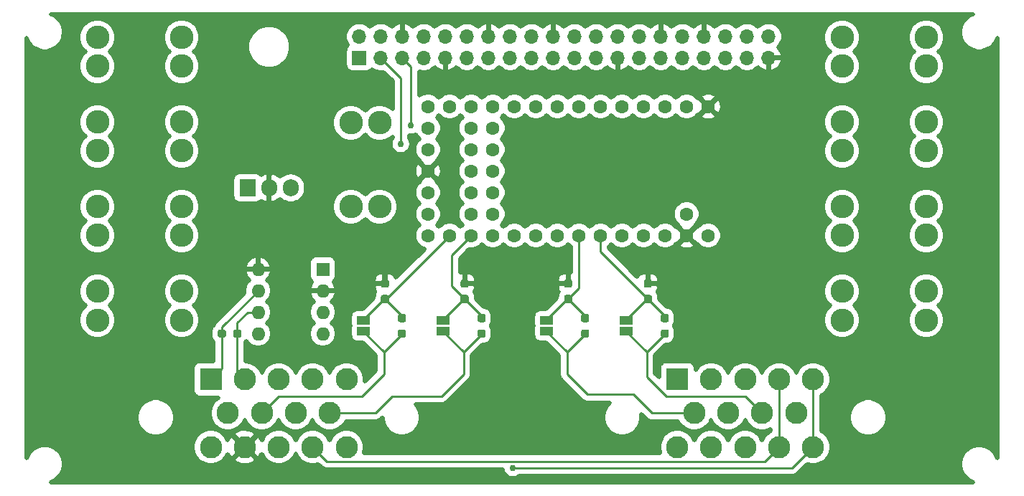
<source format=gbl>
%TF.GenerationSoftware,KiCad,Pcbnew,(5.1.9)-1*%
%TF.CreationDate,2022-01-23T20:12:45-08:00*%
%TF.ProjectId,MAIN_daq,4d41494e-5f64-4617-912e-6b696361645f,rev?*%
%TF.SameCoordinates,Original*%
%TF.FileFunction,Copper,L2,Bot*%
%TF.FilePolarity,Positive*%
%FSLAX46Y46*%
G04 Gerber Fmt 4.6, Leading zero omitted, Abs format (unit mm)*
G04 Created by KiCad (PCBNEW (5.1.9)-1) date 2022-01-23 20:12:45*
%MOMM*%
%LPD*%
G01*
G04 APERTURE LIST*
%TA.AperFunction,ComponentPad*%
%ADD10C,2.625000*%
%TD*%
%TA.AperFunction,ComponentPad*%
%ADD11R,2.625000X2.625000*%
%TD*%
%TA.AperFunction,ComponentPad*%
%ADD12C,2.780000*%
%TD*%
%TA.AperFunction,ComponentPad*%
%ADD13O,1.700000X1.700000*%
%TD*%
%TA.AperFunction,ComponentPad*%
%ADD14R,1.700000X1.700000*%
%TD*%
%TA.AperFunction,ComponentPad*%
%ADD15C,1.600000*%
%TD*%
%TA.AperFunction,ComponentPad*%
%ADD16R,1.600000X1.600000*%
%TD*%
%TA.AperFunction,ComponentPad*%
%ADD17O,1.600000X1.600000*%
%TD*%
%TA.AperFunction,ComponentPad*%
%ADD18O,1.905000X2.000000*%
%TD*%
%TA.AperFunction,ComponentPad*%
%ADD19R,1.905000X2.000000*%
%TD*%
%TA.AperFunction,SMDPad,CuDef*%
%ADD20R,1.500000X1.000000*%
%TD*%
%TA.AperFunction,ViaPad*%
%ADD21C,0.762000*%
%TD*%
%TA.AperFunction,Conductor*%
%ADD22C,0.254000*%
%TD*%
%TA.AperFunction,Conductor*%
%ADD23C,0.500000*%
%TD*%
%TA.AperFunction,Conductor*%
%ADD24C,0.100000*%
%TD*%
G04 APERTURE END LIST*
D10*
%TO.P,J2,14*%
%TO.N,SDA0*%
X163000000Y-129000000D03*
%TO.P,J2,13*%
%TO.N,SCL0*%
X159000000Y-129000000D03*
%TO.P,J2,12*%
%TO.N,Net-(F8-Pad1)*%
X155000000Y-129000000D03*
%TO.P,J2,11*%
%TO.N,CAN_Low*%
X151000000Y-129000000D03*
%TO.P,J2,10*%
%TO.N,CAN_High*%
X147000000Y-129000000D03*
%TO.P,J2,9*%
%TO.N,Net-(F7-Pad1)*%
X161000000Y-125000000D03*
%TO.P,J2,8*%
%TO.N,AIN4*%
X157000000Y-125000000D03*
%TO.P,J2,7*%
%TO.N,Net-(F6-Pad1)*%
X153000000Y-125000000D03*
%TO.P,J2,6*%
%TO.N,AIN3*%
X149000000Y-125000000D03*
%TO.P,J2,5*%
%TO.N,SDA0*%
X163000000Y-121000000D03*
%TO.P,J2,4*%
%TO.N,SCL0*%
X159000000Y-121000000D03*
%TO.P,J2,3*%
%TO.N,Net-(F5-Pad1)*%
X155000000Y-121000000D03*
%TO.P,J2,2*%
%TO.N,CAN_Low*%
X151000000Y-121000000D03*
D11*
%TO.P,J2,1*%
%TO.N,CAN_High*%
X147000000Y-121000000D03*
%TD*%
D10*
%TO.P,J1,14*%
%TO.N,SDA0*%
X108000000Y-129000000D03*
%TO.P,J1,13*%
%TO.N,SCL0*%
X104000000Y-129000000D03*
%TO.P,J1,12*%
%TO.N,Net-(F4-Pad1)*%
X100000000Y-129000000D03*
%TO.P,J1,11*%
%TO.N,GND*%
X96000000Y-129000000D03*
%TO.P,J1,10*%
%TO.N,12V_SUPPLY*%
X92000000Y-129000000D03*
%TO.P,J1,9*%
%TO.N,AIN2*%
X106000000Y-125000000D03*
%TO.P,J1,8*%
%TO.N,Net-(F3-Pad1)*%
X102000000Y-125000000D03*
%TO.P,J1,7*%
%TO.N,AIN1*%
X98000000Y-125000000D03*
%TO.P,J1,6*%
%TO.N,Net-(F2-Pad1)*%
X94000000Y-125000000D03*
%TO.P,J1,5*%
%TO.N,SDA0*%
X108000000Y-121000000D03*
%TO.P,J1,4*%
%TO.N,SCL0*%
X104000000Y-121000000D03*
%TO.P,J1,3*%
%TO.N,Net-(F1-Pad1)*%
X100000000Y-121000000D03*
%TO.P,J1,2*%
%TO.N,CAN_Low*%
X96000000Y-121000000D03*
D11*
%TO.P,J1,1*%
%TO.N,CAN_High*%
X92000000Y-121000000D03*
%TD*%
D12*
%TO.P,F1,1*%
%TO.N,Net-(F1-Pad1)*%
X88560000Y-84000000D03*
X88560000Y-80600000D03*
%TO.P,F1,2*%
%TO.N,12V_SUPPLY*%
X78640000Y-84000000D03*
X78640000Y-80600000D03*
%TD*%
%TO.P,F2,2*%
%TO.N,12V_SUPPLY*%
X78640000Y-90600000D03*
X78640000Y-94000000D03*
%TO.P,F2,1*%
%TO.N,Net-(F2-Pad1)*%
X88560000Y-90600000D03*
X88560000Y-94000000D03*
%TD*%
%TO.P,F3,1*%
%TO.N,Net-(F3-Pad1)*%
X88560000Y-104000000D03*
X88560000Y-100600000D03*
%TO.P,F3,2*%
%TO.N,12V_SUPPLY*%
X78640000Y-104000000D03*
X78640000Y-100600000D03*
%TD*%
%TO.P,F4,2*%
%TO.N,12V_SUPPLY*%
X78640000Y-110600000D03*
X78640000Y-114000000D03*
%TO.P,F4,1*%
%TO.N,Net-(F4-Pad1)*%
X88560000Y-110600000D03*
X88560000Y-114000000D03*
%TD*%
%TO.P,F5,1*%
%TO.N,Net-(F5-Pad1)*%
X166440000Y-80600000D03*
X166440000Y-84000000D03*
%TO.P,F5,2*%
%TO.N,12V_SUPPLY*%
X176360000Y-80600000D03*
X176360000Y-84000000D03*
%TD*%
%TO.P,F6,2*%
%TO.N,12V_SUPPLY*%
X176360000Y-94000000D03*
X176360000Y-90600000D03*
%TO.P,F6,1*%
%TO.N,Net-(F6-Pad1)*%
X166440000Y-94000000D03*
X166440000Y-90600000D03*
%TD*%
%TO.P,F7,1*%
%TO.N,Net-(F7-Pad1)*%
X166440000Y-100600000D03*
X166440000Y-104000000D03*
%TO.P,F7,2*%
%TO.N,12V_SUPPLY*%
X176360000Y-100600000D03*
X176360000Y-104000000D03*
%TD*%
%TO.P,F8,2*%
%TO.N,12V_SUPPLY*%
X176360000Y-114000000D03*
X176360000Y-110600000D03*
%TO.P,F8,1*%
%TO.N,Net-(F8-Pad1)*%
X166440000Y-114000000D03*
X166440000Y-110600000D03*
%TD*%
%TO.P,F9,2*%
%TO.N,Net-(F9-Pad2)*%
X111907500Y-90680000D03*
X108507500Y-90680000D03*
%TO.P,F9,1*%
%TO.N,+5V*%
X111907500Y-100600000D03*
X108507500Y-100600000D03*
%TD*%
D13*
%TO.P,J3,40*%
%TO.N,Net-(J3-Pad40)*%
X157770000Y-80490000D03*
%TO.P,J3,39*%
%TO.N,GND*%
X157770000Y-83030000D03*
%TO.P,J3,38*%
%TO.N,Net-(J3-Pad38)*%
X155230000Y-80490000D03*
%TO.P,J3,37*%
%TO.N,Net-(J3-Pad37)*%
X155230000Y-83030000D03*
%TO.P,J3,36*%
%TO.N,Net-(J3-Pad36)*%
X152690000Y-80490000D03*
%TO.P,J3,35*%
%TO.N,Net-(J3-Pad35)*%
X152690000Y-83030000D03*
%TO.P,J3,34*%
%TO.N,GND*%
X150150000Y-80490000D03*
%TO.P,J3,33*%
%TO.N,Net-(J3-Pad33)*%
X150150000Y-83030000D03*
%TO.P,J3,32*%
%TO.N,Net-(J3-Pad32)*%
X147610000Y-80490000D03*
%TO.P,J3,31*%
%TO.N,Net-(J3-Pad31)*%
X147610000Y-83030000D03*
%TO.P,J3,30*%
%TO.N,GND*%
X145070000Y-80490000D03*
%TO.P,J3,29*%
%TO.N,Net-(J3-Pad29)*%
X145070000Y-83030000D03*
%TO.P,J3,28*%
%TO.N,Net-(J3-Pad28)*%
X142530000Y-80490000D03*
%TO.P,J3,27*%
%TO.N,Net-(J3-Pad27)*%
X142530000Y-83030000D03*
%TO.P,J3,26*%
%TO.N,Net-(J3-Pad26)*%
X139990000Y-80490000D03*
%TO.P,J3,25*%
%TO.N,GND*%
X139990000Y-83030000D03*
%TO.P,J3,24*%
%TO.N,Net-(J3-Pad24)*%
X137450000Y-80490000D03*
%TO.P,J3,23*%
%TO.N,Net-(J3-Pad23)*%
X137450000Y-83030000D03*
%TO.P,J3,22*%
%TO.N,Net-(J3-Pad22)*%
X134910000Y-80490000D03*
%TO.P,J3,21*%
%TO.N,Net-(J3-Pad21)*%
X134910000Y-83030000D03*
%TO.P,J3,20*%
%TO.N,GND*%
X132370000Y-80490000D03*
%TO.P,J3,19*%
%TO.N,Net-(J3-Pad19)*%
X132370000Y-83030000D03*
%TO.P,J3,18*%
%TO.N,Net-(J3-Pad18)*%
X129830000Y-80490000D03*
%TO.P,J3,17*%
%TO.N,Net-(J3-Pad17)*%
X129830000Y-83030000D03*
%TO.P,J3,16*%
%TO.N,Net-(J3-Pad16)*%
X127290000Y-80490000D03*
%TO.P,J3,15*%
%TO.N,Net-(J3-Pad15)*%
X127290000Y-83030000D03*
%TO.P,J3,14*%
%TO.N,GND*%
X124750000Y-80490000D03*
%TO.P,J3,13*%
%TO.N,Net-(J3-Pad13)*%
X124750000Y-83030000D03*
%TO.P,J3,12*%
%TO.N,Net-(J3-Pad12)*%
X122210000Y-80490000D03*
%TO.P,J3,11*%
%TO.N,Net-(J3-Pad11)*%
X122210000Y-83030000D03*
%TO.P,J3,10*%
%TO.N,Net-(J3-Pad10)*%
X119670000Y-80490000D03*
%TO.P,J3,9*%
%TO.N,GND*%
X119670000Y-83030000D03*
%TO.P,J3,8*%
%TO.N,Net-(J3-Pad8)*%
X117130000Y-80490000D03*
%TO.P,J3,7*%
%TO.N,Net-(J3-Pad7)*%
X117130000Y-83030000D03*
%TO.P,J3,6*%
%TO.N,GND*%
X114590000Y-80490000D03*
%TO.P,J3,5*%
%TO.N,SCL1*%
X114590000Y-83030000D03*
%TO.P,J3,4*%
%TO.N,Net-(F9-Pad2)*%
X112050000Y-80490000D03*
%TO.P,J3,3*%
%TO.N,SDA1*%
X112050000Y-83030000D03*
%TO.P,J3,2*%
%TO.N,Net-(F9-Pad2)*%
X109510000Y-80490000D03*
D14*
%TO.P,J3,1*%
%TO.N,Net-(J3-Pad1)*%
X109510000Y-83030000D03*
%TD*%
%TO.P,R1,2*%
%TO.N,AIN1_Teensy*%
%TA.AperFunction,SMDPad,CuDef*%
G36*
G01*
X114757500Y-114255000D02*
X114282500Y-114255000D01*
G75*
G02*
X114045000Y-114017500I0J237500D01*
G01*
X114045000Y-113517500D01*
G75*
G02*
X114282500Y-113280000I237500J0D01*
G01*
X114757500Y-113280000D01*
G75*
G02*
X114995000Y-113517500I0J-237500D01*
G01*
X114995000Y-114017500D01*
G75*
G02*
X114757500Y-114255000I-237500J0D01*
G01*
G37*
%TD.AperFunction*%
%TO.P,R1,1*%
%TO.N,AIN1*%
%TA.AperFunction,SMDPad,CuDef*%
G36*
G01*
X114757500Y-116080000D02*
X114282500Y-116080000D01*
G75*
G02*
X114045000Y-115842500I0J237500D01*
G01*
X114045000Y-115342500D01*
G75*
G02*
X114282500Y-115105000I237500J0D01*
G01*
X114757500Y-115105000D01*
G75*
G02*
X114995000Y-115342500I0J-237500D01*
G01*
X114995000Y-115842500D01*
G75*
G02*
X114757500Y-116080000I-237500J0D01*
G01*
G37*
%TD.AperFunction*%
%TD*%
%TO.P,R3,1*%
%TO.N,AIN2*%
%TA.AperFunction,SMDPad,CuDef*%
G36*
G01*
X124157500Y-116080000D02*
X123682500Y-116080000D01*
G75*
G02*
X123445000Y-115842500I0J237500D01*
G01*
X123445000Y-115342500D01*
G75*
G02*
X123682500Y-115105000I237500J0D01*
G01*
X124157500Y-115105000D01*
G75*
G02*
X124395000Y-115342500I0J-237500D01*
G01*
X124395000Y-115842500D01*
G75*
G02*
X124157500Y-116080000I-237500J0D01*
G01*
G37*
%TD.AperFunction*%
%TO.P,R3,2*%
%TO.N,AIN2_Teensy*%
%TA.AperFunction,SMDPad,CuDef*%
G36*
G01*
X124157500Y-114255000D02*
X123682500Y-114255000D01*
G75*
G02*
X123445000Y-114017500I0J237500D01*
G01*
X123445000Y-113517500D01*
G75*
G02*
X123682500Y-113280000I237500J0D01*
G01*
X124157500Y-113280000D01*
G75*
G02*
X124395000Y-113517500I0J-237500D01*
G01*
X124395000Y-114017500D01*
G75*
G02*
X124157500Y-114255000I-237500J0D01*
G01*
G37*
%TD.AperFunction*%
%TD*%
%TO.P,R5,1*%
%TO.N,AIN1_Teensy*%
%TA.AperFunction,SMDPad,CuDef*%
G36*
G01*
X112762500Y-112000000D02*
X112287500Y-112000000D01*
G75*
G02*
X112050000Y-111762500I0J237500D01*
G01*
X112050000Y-111262500D01*
G75*
G02*
X112287500Y-111025000I237500J0D01*
G01*
X112762500Y-111025000D01*
G75*
G02*
X113000000Y-111262500I0J-237500D01*
G01*
X113000000Y-111762500D01*
G75*
G02*
X112762500Y-112000000I-237500J0D01*
G01*
G37*
%TD.AperFunction*%
%TO.P,R5,2*%
%TO.N,GND*%
%TA.AperFunction,SMDPad,CuDef*%
G36*
G01*
X112762500Y-110175000D02*
X112287500Y-110175000D01*
G75*
G02*
X112050000Y-109937500I0J237500D01*
G01*
X112050000Y-109437500D01*
G75*
G02*
X112287500Y-109200000I237500J0D01*
G01*
X112762500Y-109200000D01*
G75*
G02*
X113000000Y-109437500I0J-237500D01*
G01*
X113000000Y-109937500D01*
G75*
G02*
X112762500Y-110175000I-237500J0D01*
G01*
G37*
%TD.AperFunction*%
%TD*%
%TO.P,R6,2*%
%TO.N,GND*%
%TA.AperFunction,SMDPad,CuDef*%
G36*
G01*
X122162500Y-110175000D02*
X121687500Y-110175000D01*
G75*
G02*
X121450000Y-109937500I0J237500D01*
G01*
X121450000Y-109437500D01*
G75*
G02*
X121687500Y-109200000I237500J0D01*
G01*
X122162500Y-109200000D01*
G75*
G02*
X122400000Y-109437500I0J-237500D01*
G01*
X122400000Y-109937500D01*
G75*
G02*
X122162500Y-110175000I-237500J0D01*
G01*
G37*
%TD.AperFunction*%
%TO.P,R6,1*%
%TO.N,AIN2_Teensy*%
%TA.AperFunction,SMDPad,CuDef*%
G36*
G01*
X122162500Y-112000000D02*
X121687500Y-112000000D01*
G75*
G02*
X121450000Y-111762500I0J237500D01*
G01*
X121450000Y-111262500D01*
G75*
G02*
X121687500Y-111025000I237500J0D01*
G01*
X122162500Y-111025000D01*
G75*
G02*
X122400000Y-111262500I0J-237500D01*
G01*
X122400000Y-111762500D01*
G75*
G02*
X122162500Y-112000000I-237500J0D01*
G01*
G37*
%TD.AperFunction*%
%TD*%
%TO.P,R7,1*%
%TO.N,AIN3*%
%TA.AperFunction,SMDPad,CuDef*%
G36*
G01*
X136357500Y-116080000D02*
X135882500Y-116080000D01*
G75*
G02*
X135645000Y-115842500I0J237500D01*
G01*
X135645000Y-115342500D01*
G75*
G02*
X135882500Y-115105000I237500J0D01*
G01*
X136357500Y-115105000D01*
G75*
G02*
X136595000Y-115342500I0J-237500D01*
G01*
X136595000Y-115842500D01*
G75*
G02*
X136357500Y-116080000I-237500J0D01*
G01*
G37*
%TD.AperFunction*%
%TO.P,R7,2*%
%TO.N,AIN3_Teensy*%
%TA.AperFunction,SMDPad,CuDef*%
G36*
G01*
X136357500Y-114255000D02*
X135882500Y-114255000D01*
G75*
G02*
X135645000Y-114017500I0J237500D01*
G01*
X135645000Y-113517500D01*
G75*
G02*
X135882500Y-113280000I237500J0D01*
G01*
X136357500Y-113280000D01*
G75*
G02*
X136595000Y-113517500I0J-237500D01*
G01*
X136595000Y-114017500D01*
G75*
G02*
X136357500Y-114255000I-237500J0D01*
G01*
G37*
%TD.AperFunction*%
%TD*%
%TO.P,R9,1*%
%TO.N,AIN4*%
%TA.AperFunction,SMDPad,CuDef*%
G36*
G01*
X145757500Y-116080000D02*
X145282500Y-116080000D01*
G75*
G02*
X145045000Y-115842500I0J237500D01*
G01*
X145045000Y-115342500D01*
G75*
G02*
X145282500Y-115105000I237500J0D01*
G01*
X145757500Y-115105000D01*
G75*
G02*
X145995000Y-115342500I0J-237500D01*
G01*
X145995000Y-115842500D01*
G75*
G02*
X145757500Y-116080000I-237500J0D01*
G01*
G37*
%TD.AperFunction*%
%TO.P,R9,2*%
%TO.N,AIN4_Teensy*%
%TA.AperFunction,SMDPad,CuDef*%
G36*
G01*
X145757500Y-114255000D02*
X145282500Y-114255000D01*
G75*
G02*
X145045000Y-114017500I0J237500D01*
G01*
X145045000Y-113517500D01*
G75*
G02*
X145282500Y-113280000I237500J0D01*
G01*
X145757500Y-113280000D01*
G75*
G02*
X145995000Y-113517500I0J-237500D01*
G01*
X145995000Y-114017500D01*
G75*
G02*
X145757500Y-114255000I-237500J0D01*
G01*
G37*
%TD.AperFunction*%
%TD*%
%TO.P,R11,2*%
%TO.N,GND*%
%TA.AperFunction,SMDPad,CuDef*%
G36*
G01*
X134362500Y-110175000D02*
X133887500Y-110175000D01*
G75*
G02*
X133650000Y-109937500I0J237500D01*
G01*
X133650000Y-109437500D01*
G75*
G02*
X133887500Y-109200000I237500J0D01*
G01*
X134362500Y-109200000D01*
G75*
G02*
X134600000Y-109437500I0J-237500D01*
G01*
X134600000Y-109937500D01*
G75*
G02*
X134362500Y-110175000I-237500J0D01*
G01*
G37*
%TD.AperFunction*%
%TO.P,R11,1*%
%TO.N,AIN3_Teensy*%
%TA.AperFunction,SMDPad,CuDef*%
G36*
G01*
X134362500Y-112000000D02*
X133887500Y-112000000D01*
G75*
G02*
X133650000Y-111762500I0J237500D01*
G01*
X133650000Y-111262500D01*
G75*
G02*
X133887500Y-111025000I237500J0D01*
G01*
X134362500Y-111025000D01*
G75*
G02*
X134600000Y-111262500I0J-237500D01*
G01*
X134600000Y-111762500D01*
G75*
G02*
X134362500Y-112000000I-237500J0D01*
G01*
G37*
%TD.AperFunction*%
%TD*%
%TO.P,R12,2*%
%TO.N,GND*%
%TA.AperFunction,SMDPad,CuDef*%
G36*
G01*
X143762500Y-110175000D02*
X143287500Y-110175000D01*
G75*
G02*
X143050000Y-109937500I0J237500D01*
G01*
X143050000Y-109437500D01*
G75*
G02*
X143287500Y-109200000I237500J0D01*
G01*
X143762500Y-109200000D01*
G75*
G02*
X144000000Y-109437500I0J-237500D01*
G01*
X144000000Y-109937500D01*
G75*
G02*
X143762500Y-110175000I-237500J0D01*
G01*
G37*
%TD.AperFunction*%
%TO.P,R12,1*%
%TO.N,AIN4_Teensy*%
%TA.AperFunction,SMDPad,CuDef*%
G36*
G01*
X143762500Y-112000000D02*
X143287500Y-112000000D01*
G75*
G02*
X143050000Y-111762500I0J237500D01*
G01*
X143050000Y-111262500D01*
G75*
G02*
X143287500Y-111025000I237500J0D01*
G01*
X143762500Y-111025000D01*
G75*
G02*
X144000000Y-111262500I0J-237500D01*
G01*
X144000000Y-111762500D01*
G75*
G02*
X143762500Y-112000000I-237500J0D01*
G01*
G37*
%TD.AperFunction*%
%TD*%
%TO.P,R13,1*%
%TO.N,CAN_High*%
%TA.AperFunction,SMDPad,CuDef*%
G36*
G01*
X92800000Y-115837500D02*
X92800000Y-115362500D01*
G75*
G02*
X93037500Y-115125000I237500J0D01*
G01*
X93537500Y-115125000D01*
G75*
G02*
X93775000Y-115362500I0J-237500D01*
G01*
X93775000Y-115837500D01*
G75*
G02*
X93537500Y-116075000I-237500J0D01*
G01*
X93037500Y-116075000D01*
G75*
G02*
X92800000Y-115837500I0J237500D01*
G01*
G37*
%TD.AperFunction*%
%TO.P,R13,2*%
%TO.N,CAN_Low*%
%TA.AperFunction,SMDPad,CuDef*%
G36*
G01*
X94625000Y-115837500D02*
X94625000Y-115362500D01*
G75*
G02*
X94862500Y-115125000I237500J0D01*
G01*
X95362500Y-115125000D01*
G75*
G02*
X95600000Y-115362500I0J-237500D01*
G01*
X95600000Y-115837500D01*
G75*
G02*
X95362500Y-116075000I-237500J0D01*
G01*
X94862500Y-116075000D01*
G75*
G02*
X94625000Y-115837500I0J237500D01*
G01*
G37*
%TD.AperFunction*%
%TD*%
D15*
%TO.P,U1,17*%
%TO.N,GND*%
X117615000Y-96400000D03*
%TO.P,U1,18*%
%TO.N,Net-(U1-Pad18)*%
X117615000Y-98940000D03*
%TO.P,U1,19*%
%TO.N,Net-(U1-Pad19)*%
X117615000Y-101480000D03*
%TO.P,U1,20*%
%TO.N,Net-(U1-Pad20)*%
X117615000Y-104020000D03*
%TO.P,U1,16*%
%TO.N,Net-(U1-Pad16)*%
X117615000Y-93860000D03*
%TO.P,U1,15*%
%TO.N,Net-(U1-Pad15)*%
X117615000Y-91320000D03*
%TO.P,U1,14*%
%TO.N,Net-(U1-Pad14)*%
X117615000Y-88780000D03*
%TO.P,U1,21*%
%TO.N,AIN1_Teensy*%
X120155000Y-104020000D03*
%TO.P,U1,22*%
%TO.N,AIN2_Teensy*%
X122695000Y-104020000D03*
%TO.P,U1,23*%
%TO.N,SCL1*%
X125235000Y-104020000D03*
%TO.P,U1,24*%
%TO.N,SDA1*%
X127775000Y-104020000D03*
%TO.P,U1,25*%
%TO.N,SDA0*%
X130315000Y-104020000D03*
%TO.P,U1,26*%
%TO.N,SCL0*%
X132855000Y-104020000D03*
%TO.P,U1,27*%
%TO.N,AIN3_Teensy*%
X135395000Y-104020000D03*
%TO.P,U1,28*%
%TO.N,AIN4_Teensy*%
X137935000Y-104020000D03*
%TO.P,U1,29*%
%TO.N,CAN_TX*%
X140475000Y-104020000D03*
%TO.P,U1,30*%
%TO.N,CAN_RX*%
X143015000Y-104020000D03*
%TO.P,U1,31*%
%TO.N,Net-(U1-Pad31)*%
X145555000Y-104020000D03*
%TO.P,U1,32*%
%TO.N,GND*%
X148095000Y-104020000D03*
%TO.P,U1,33*%
%TO.N,+5V*%
X150635000Y-104020000D03*
%TO.P,U1,34*%
%TO.N,Net-(U1-Pad34)*%
X148095000Y-101480000D03*
%TO.P,U1,13*%
%TO.N,Net-(U1-Pad13)*%
X120155000Y-88780000D03*
%TO.P,U1,12*%
%TO.N,Net-(U1-Pad12)*%
X122695000Y-88780000D03*
%TO.P,U1,11*%
%TO.N,Net-(U1-Pad11)*%
X125235000Y-88780000D03*
%TO.P,U1,10*%
%TO.N,Net-(U1-Pad10)*%
X127775000Y-88780000D03*
%TO.P,U1,9*%
%TO.N,Net-(U1-Pad9)*%
X130315000Y-88780000D03*
%TO.P,U1,8*%
%TO.N,Net-(U1-Pad8)*%
X132855000Y-88780000D03*
%TO.P,U1,7*%
%TO.N,Net-(U1-Pad7)*%
X135395000Y-88780000D03*
%TO.P,U1,6*%
%TO.N,Net-(U1-Pad6)*%
X137935000Y-88780000D03*
%TO.P,U1,5*%
%TO.N,Net-(U1-Pad5)*%
X140475000Y-88780000D03*
%TO.P,U1,4*%
%TO.N,Net-(U1-Pad4)*%
X143015000Y-88780000D03*
%TO.P,U1,3*%
%TO.N,Net-(U1-Pad3)*%
X145555000Y-88780000D03*
%TO.P,U1,2*%
%TO.N,Net-(U1-Pad2)*%
X148095000Y-88780000D03*
%TO.P,U1,1*%
%TO.N,GND*%
X150635000Y-88780000D03*
%TO.P,U1,35*%
%TO.N,Net-(U1-Pad35)*%
X122695000Y-101480000D03*
%TO.P,U1,36*%
%TO.N,Net-(U1-Pad36)*%
X125235000Y-101480000D03*
%TO.P,U1,37*%
%TO.N,Net-(U1-Pad37)*%
X122695000Y-98940000D03*
%TO.P,U1,38*%
%TO.N,Net-(U1-Pad38)*%
X125235000Y-98940000D03*
%TO.P,U1,39*%
%TO.N,Net-(U1-Pad39)*%
X122695000Y-96400000D03*
%TO.P,U1,40*%
%TO.N,Net-(U1-Pad40)*%
X125235000Y-96400000D03*
%TO.P,U1,41*%
%TO.N,Net-(U1-Pad41)*%
X122695000Y-93860000D03*
%TO.P,U1,42*%
%TO.N,Net-(U1-Pad42)*%
X125235000Y-93860000D03*
%TO.P,U1,43*%
%TO.N,Net-(U1-Pad43)*%
X122695000Y-91320000D03*
%TO.P,U1,44*%
%TO.N,Net-(U1-Pad44)*%
X125235000Y-91320000D03*
%TD*%
D16*
%TO.P,U3,1*%
%TO.N,CAN_TX*%
X105200000Y-108000000D03*
D17*
%TO.P,U3,5*%
%TO.N,Net-(U3-Pad5)*%
X97580000Y-115620000D03*
%TO.P,U3,2*%
%TO.N,GND*%
X105200000Y-110540000D03*
%TO.P,U3,6*%
%TO.N,CAN_Low*%
X97580000Y-113080000D03*
%TO.P,U3,3*%
%TO.N,+5V*%
X105200000Y-113080000D03*
%TO.P,U3,7*%
%TO.N,CAN_High*%
X97580000Y-110540000D03*
%TO.P,U3,4*%
%TO.N,CAN_RX*%
X105200000Y-115620000D03*
%TO.P,U3,8*%
%TO.N,GND*%
X97580000Y-108000000D03*
%TD*%
D18*
%TO.P,U2,3*%
%TO.N,+5V*%
X101410000Y-98390000D03*
%TO.P,U2,2*%
%TO.N,GND*%
X98870000Y-98390000D03*
D19*
%TO.P,U2,1*%
%TO.N,12V_SUPPLY*%
X96330000Y-98390000D03*
%TD*%
D20*
%TO.P,R8,2*%
%TO.N,AIN3_Teensy*%
X131605000Y-114030000D03*
%TO.P,R8,1*%
%TO.N,AIN3*%
X131605000Y-115330000D03*
%TD*%
%TO.P,R2,2*%
%TO.N,AIN1_Teensy*%
X110005000Y-114030000D03*
%TO.P,R2,1*%
%TO.N,AIN1*%
X110005000Y-115330000D03*
%TD*%
%TO.P,R4,1*%
%TO.N,AIN2*%
X119405000Y-115330000D03*
%TO.P,R4,2*%
%TO.N,AIN2_Teensy*%
X119405000Y-114030000D03*
%TD*%
%TO.P,R10,2*%
%TO.N,AIN4_Teensy*%
X141005000Y-114030000D03*
%TO.P,R10,1*%
%TO.N,AIN4*%
X141005000Y-115330000D03*
%TD*%
D21*
%TO.N,SDA0*%
X127600000Y-131455501D03*
%TO.N,SDA1*%
X114400000Y-93200000D03*
%TO.N,SCL1*%
X115599998Y-91000000D03*
%TD*%
D22*
%TO.N,SDA0*%
X163000000Y-121000000D02*
X163000000Y-129000000D01*
X163000000Y-129000000D02*
X160544499Y-131455501D01*
X160544499Y-131455501D02*
X127600000Y-131455501D01*
%TO.N,SCL0*%
X159000000Y-121000000D02*
X159000000Y-129000000D01*
X157306499Y-130693501D02*
X105693501Y-130693501D01*
X159000000Y-129000000D02*
X157306499Y-130693501D01*
X105693501Y-130693501D02*
X104000000Y-129000000D01*
%TO.N,AIN2*%
X123920000Y-115592500D02*
X123920000Y-115680000D01*
X123920000Y-115680000D02*
X121800000Y-117800000D01*
X119405000Y-115405000D02*
X121800000Y-117800000D01*
X111400000Y-125000000D02*
X106000000Y-125000000D01*
X113400000Y-123000000D02*
X111400000Y-125000000D01*
X119200000Y-123000000D02*
X113400000Y-123000000D01*
X121800000Y-120400000D02*
X119200000Y-123000000D01*
X121800000Y-117800000D02*
X121800000Y-120400000D01*
%TO.N,AIN1*%
X114520000Y-115680000D02*
X112400000Y-117800000D01*
X114520000Y-115592500D02*
X114520000Y-115680000D01*
X110005000Y-115405000D02*
X112400000Y-117800000D01*
X98000000Y-125000000D02*
X100000000Y-123000000D01*
X100000000Y-123000000D02*
X109800000Y-123000000D01*
X112400000Y-120400000D02*
X112400000Y-117800000D01*
X109800000Y-123000000D02*
X112400000Y-120400000D01*
%TO.N,CAN_Low*%
X95112500Y-120112500D02*
X96000000Y-121000000D01*
X95112500Y-115600000D02*
X95112500Y-120112500D01*
X95112500Y-115600000D02*
X95112500Y-114287500D01*
X96320000Y-113080000D02*
X97580000Y-113080000D01*
X95112500Y-114287500D02*
X96320000Y-113080000D01*
%TO.N,CAN_High*%
X93287500Y-119712500D02*
X92000000Y-121000000D01*
X93287500Y-115600000D02*
X93287500Y-119712500D01*
X93287500Y-114832500D02*
X97580000Y-110540000D01*
X93287500Y-115600000D02*
X93287500Y-114832500D01*
%TO.N,AIN3*%
X136120000Y-115680000D02*
X134000000Y-117800000D01*
X136120000Y-115592500D02*
X136120000Y-115680000D01*
X131605000Y-115405000D02*
X134000000Y-117800000D01*
X149000000Y-125000000D02*
X144000000Y-125000000D01*
X144000000Y-125000000D02*
X141800000Y-122800000D01*
X141800000Y-122800000D02*
X136400000Y-122800000D01*
X134000000Y-120400000D02*
X134000000Y-117800000D01*
X136400000Y-122800000D02*
X134000000Y-120400000D01*
%TO.N,AIN4*%
X145520000Y-115680000D02*
X143400000Y-117800000D01*
X145520000Y-115592500D02*
X145520000Y-115680000D01*
X141005000Y-115405000D02*
X143400000Y-117800000D01*
X143400000Y-120710802D02*
X143400000Y-117800000D01*
X145689198Y-123000000D02*
X143400000Y-120710802D01*
X157000000Y-125000000D02*
X155000000Y-123000000D01*
X155000000Y-123000000D02*
X145689198Y-123000000D01*
%TO.N,SDA1*%
X112050000Y-83030000D02*
X114400000Y-85380000D01*
X114400000Y-85380000D02*
X114400000Y-93200000D01*
%TO.N,SCL1*%
X114590000Y-83030000D02*
X115599998Y-84039998D01*
X115599998Y-84039998D02*
X115599998Y-91000000D01*
%TO.N,AIN1_Teensy*%
X112447500Y-111512500D02*
X112525000Y-111512500D01*
X110005000Y-113955000D02*
X112447500Y-111512500D01*
X114520000Y-113507500D02*
X112525000Y-111512500D01*
X114520000Y-113767500D02*
X114520000Y-113507500D01*
X112662500Y-111512500D02*
X112525000Y-111512500D01*
X120155000Y-104020000D02*
X112662500Y-111512500D01*
%TO.N,AIN2_Teensy*%
X121847500Y-111512500D02*
X121925000Y-111512500D01*
X119405000Y-113955000D02*
X121847500Y-111512500D01*
X123920000Y-113507500D02*
X121925000Y-111512500D01*
X123920000Y-113767500D02*
X123920000Y-113507500D01*
X122781010Y-104106010D02*
X122695000Y-104020000D01*
X121925000Y-111512500D02*
X121000000Y-110587500D01*
X121000000Y-105715000D02*
X122695000Y-104020000D01*
X121000000Y-110587500D02*
X120987500Y-110587500D01*
X120987500Y-110587500D02*
X120400000Y-110000000D01*
X120400000Y-106315000D02*
X121000000Y-105715000D01*
X120400000Y-110000000D02*
X120400000Y-106315000D01*
%TO.N,AIN3_Teensy*%
X134125000Y-111312500D02*
X134125000Y-111435000D01*
X134047500Y-111512500D02*
X134125000Y-111512500D01*
X131605000Y-113955000D02*
X134047500Y-111512500D01*
X136120000Y-113507500D02*
X134125000Y-111512500D01*
X136120000Y-113767500D02*
X136120000Y-113507500D01*
X135395000Y-110242500D02*
X135395000Y-104020000D01*
X134125000Y-111512500D02*
X135395000Y-110242500D01*
%TO.N,AIN4_Teensy*%
X143447500Y-111512500D02*
X143525000Y-111512500D01*
X141005000Y-113955000D02*
X143447500Y-111512500D01*
X145520000Y-113507500D02*
X143525000Y-111512500D01*
X145520000Y-113767500D02*
X145520000Y-113507500D01*
X137935000Y-105922500D02*
X143525000Y-111512500D01*
X137935000Y-104020000D02*
X137935000Y-105922500D01*
%TD*%
D23*
%TO.N,GND*%
X181535728Y-78008886D02*
X181167730Y-78254774D01*
X180854774Y-78567730D01*
X180608886Y-78935728D01*
X180439516Y-79344624D01*
X180353171Y-79778707D01*
X180353171Y-80221293D01*
X180439516Y-80655376D01*
X180608886Y-81064272D01*
X180854774Y-81432270D01*
X181167730Y-81745226D01*
X181535728Y-81991114D01*
X181944624Y-82160484D01*
X182378707Y-82246829D01*
X182821293Y-82246829D01*
X183255376Y-82160484D01*
X183664272Y-81991114D01*
X184032270Y-81745226D01*
X184345226Y-81432270D01*
X184591114Y-81064272D01*
X184737300Y-80711347D01*
X184737301Y-130288655D01*
X184591114Y-129935728D01*
X184345226Y-129567730D01*
X184032270Y-129254774D01*
X183664272Y-129008886D01*
X183255376Y-128839516D01*
X182821293Y-128753171D01*
X182378707Y-128753171D01*
X181944624Y-128839516D01*
X181535728Y-129008886D01*
X181167730Y-129254774D01*
X180854774Y-129567730D01*
X180608886Y-129935728D01*
X180439516Y-130344624D01*
X180353171Y-130778707D01*
X180353171Y-131221293D01*
X180439516Y-131655376D01*
X180608886Y-132064272D01*
X180854774Y-132432270D01*
X181167730Y-132745226D01*
X181535728Y-132991114D01*
X181888653Y-133137300D01*
X73111347Y-133137300D01*
X73464272Y-132991114D01*
X73832270Y-132745226D01*
X74145226Y-132432270D01*
X74391114Y-132064272D01*
X74560484Y-131655376D01*
X74646829Y-131221293D01*
X74646829Y-130778707D01*
X74560484Y-130344624D01*
X74391114Y-129935728D01*
X74145226Y-129567730D01*
X73832270Y-129254774D01*
X73464272Y-129008886D01*
X73055376Y-128839516D01*
X72791423Y-128787012D01*
X89837500Y-128787012D01*
X89837500Y-129212988D01*
X89920604Y-129630778D01*
X90083618Y-130024328D01*
X90320277Y-130378513D01*
X90621487Y-130679723D01*
X90975672Y-130916382D01*
X91369222Y-131079396D01*
X91787012Y-131162500D01*
X92212988Y-131162500D01*
X92630778Y-131079396D01*
X93024328Y-130916382D01*
X93378513Y-130679723D01*
X93637075Y-130421161D01*
X94649550Y-130421161D01*
X94763553Y-130786889D01*
X95135916Y-130993772D01*
X95541484Y-131124038D01*
X95964674Y-131172677D01*
X96389221Y-131137821D01*
X96798810Y-131020809D01*
X97177702Y-130826140D01*
X97236447Y-130786889D01*
X97350450Y-130421161D01*
X96000000Y-129070711D01*
X94649550Y-130421161D01*
X93637075Y-130421161D01*
X93679723Y-130378513D01*
X93916382Y-130024328D01*
X93996135Y-129831788D01*
X94173860Y-130177702D01*
X94213111Y-130236447D01*
X94578839Y-130350450D01*
X95929289Y-129000000D01*
X94578839Y-127649550D01*
X94213111Y-127763553D01*
X94006228Y-128135916D01*
X93995977Y-128167831D01*
X93916382Y-127975672D01*
X93679723Y-127621487D01*
X93637075Y-127578839D01*
X94649550Y-127578839D01*
X96000000Y-128929289D01*
X97350450Y-127578839D01*
X97236447Y-127213111D01*
X96864084Y-127006228D01*
X96458516Y-126875962D01*
X96035326Y-126827323D01*
X95610779Y-126862179D01*
X95201190Y-126979191D01*
X94822298Y-127173860D01*
X94763553Y-127213111D01*
X94649550Y-127578839D01*
X93637075Y-127578839D01*
X93378513Y-127320277D01*
X93024328Y-127083618D01*
X92630778Y-126920604D01*
X92212988Y-126837500D01*
X91787012Y-126837500D01*
X91369222Y-126920604D01*
X90975672Y-127083618D01*
X90621487Y-127320277D01*
X90320277Y-127621487D01*
X90083618Y-127975672D01*
X89920604Y-128369222D01*
X89837500Y-128787012D01*
X72791423Y-128787012D01*
X72621293Y-128753171D01*
X72178707Y-128753171D01*
X71744624Y-128839516D01*
X71335728Y-129008886D01*
X70967730Y-129254774D01*
X70654774Y-129567730D01*
X70408886Y-129935728D01*
X70262700Y-130288653D01*
X70262700Y-125275932D01*
X83225000Y-125275932D01*
X83225000Y-125724068D01*
X83312427Y-126163593D01*
X83483921Y-126577617D01*
X83732892Y-126950228D01*
X84049772Y-127267108D01*
X84422383Y-127516079D01*
X84836407Y-127687573D01*
X85275932Y-127775000D01*
X85724068Y-127775000D01*
X86163593Y-127687573D01*
X86577617Y-127516079D01*
X86950228Y-127267108D01*
X87267108Y-126950228D01*
X87516079Y-126577617D01*
X87687573Y-126163593D01*
X87775000Y-125724068D01*
X87775000Y-125275932D01*
X87687573Y-124836407D01*
X87516079Y-124422383D01*
X87267108Y-124049772D01*
X86950228Y-123732892D01*
X86577617Y-123483921D01*
X86163593Y-123312427D01*
X85724068Y-123225000D01*
X85275932Y-123225000D01*
X84836407Y-123312427D01*
X84422383Y-123483921D01*
X84049772Y-123732892D01*
X83732892Y-124049772D01*
X83483921Y-124422383D01*
X83312427Y-124836407D01*
X83225000Y-125275932D01*
X70262700Y-125275932D01*
X70262700Y-119687500D01*
X89833388Y-119687500D01*
X89833388Y-122312500D01*
X89849800Y-122479129D01*
X89898403Y-122639355D01*
X89977332Y-122787019D01*
X90083552Y-122916448D01*
X90212981Y-123022668D01*
X90360645Y-123101597D01*
X90520871Y-123150200D01*
X90687500Y-123166612D01*
X92851463Y-123166612D01*
X92621487Y-123320277D01*
X92320277Y-123621487D01*
X92083618Y-123975672D01*
X91920604Y-124369222D01*
X91837500Y-124787012D01*
X91837500Y-125212988D01*
X91920604Y-125630778D01*
X92083618Y-126024328D01*
X92320277Y-126378513D01*
X92621487Y-126679723D01*
X92975672Y-126916382D01*
X93369222Y-127079396D01*
X93787012Y-127162500D01*
X94212988Y-127162500D01*
X94630778Y-127079396D01*
X95024328Y-126916382D01*
X95378513Y-126679723D01*
X95679723Y-126378513D01*
X95916382Y-126024328D01*
X96000000Y-125822457D01*
X96083618Y-126024328D01*
X96320277Y-126378513D01*
X96621487Y-126679723D01*
X96975672Y-126916382D01*
X97369222Y-127079396D01*
X97787012Y-127162500D01*
X98212988Y-127162500D01*
X98630778Y-127079396D01*
X99024328Y-126916382D01*
X99378513Y-126679723D01*
X99679723Y-126378513D01*
X99916382Y-126024328D01*
X100000000Y-125822457D01*
X100083618Y-126024328D01*
X100320277Y-126378513D01*
X100621487Y-126679723D01*
X100975672Y-126916382D01*
X101369222Y-127079396D01*
X101787012Y-127162500D01*
X102212988Y-127162500D01*
X102630778Y-127079396D01*
X103024328Y-126916382D01*
X103378513Y-126679723D01*
X103679723Y-126378513D01*
X103916382Y-126024328D01*
X104000000Y-125822457D01*
X104083618Y-126024328D01*
X104320277Y-126378513D01*
X104621487Y-126679723D01*
X104975672Y-126916382D01*
X105369222Y-127079396D01*
X105787012Y-127162500D01*
X106212988Y-127162500D01*
X106630778Y-127079396D01*
X107024328Y-126916382D01*
X107378513Y-126679723D01*
X107679723Y-126378513D01*
X107916382Y-126024328D01*
X107935986Y-125977000D01*
X111352007Y-125977000D01*
X111400000Y-125981727D01*
X111591525Y-125962863D01*
X111591528Y-125962862D01*
X111775691Y-125906997D01*
X111945418Y-125816276D01*
X112094186Y-125694186D01*
X112124784Y-125656902D01*
X112225000Y-125556686D01*
X112225000Y-125724068D01*
X112312427Y-126163593D01*
X112483921Y-126577617D01*
X112732892Y-126950228D01*
X113049772Y-127267108D01*
X113422383Y-127516079D01*
X113836407Y-127687573D01*
X114275932Y-127775000D01*
X114724068Y-127775000D01*
X115163593Y-127687573D01*
X115577617Y-127516079D01*
X115950228Y-127267108D01*
X116267108Y-126950228D01*
X116516079Y-126577617D01*
X116687573Y-126163593D01*
X116775000Y-125724068D01*
X116775000Y-125275932D01*
X116687573Y-124836407D01*
X116516079Y-124422383D01*
X116267108Y-124049772D01*
X116194336Y-123977000D01*
X119152007Y-123977000D01*
X119200000Y-123981727D01*
X119391525Y-123962863D01*
X119575691Y-123906997D01*
X119745418Y-123816276D01*
X119894186Y-123694186D01*
X119924784Y-123656902D01*
X122456907Y-121124780D01*
X122494186Y-121094186D01*
X122616276Y-120945418D01*
X122706997Y-120775691D01*
X122762863Y-120591525D01*
X122777000Y-120447993D01*
X122777000Y-120447991D01*
X122781727Y-120400001D01*
X122777000Y-120352010D01*
X122777000Y-118204686D01*
X124047574Y-116934112D01*
X124157500Y-116934112D01*
X124370463Y-116913137D01*
X124575242Y-116851018D01*
X124763967Y-116750142D01*
X124929386Y-116614386D01*
X125065142Y-116448967D01*
X125166018Y-116260242D01*
X125228137Y-116055463D01*
X125249112Y-115842500D01*
X125249112Y-115342500D01*
X125228137Y-115129537D01*
X125166018Y-114924758D01*
X125065142Y-114736033D01*
X125019157Y-114680000D01*
X125065142Y-114623967D01*
X125166018Y-114435242D01*
X125228137Y-114230463D01*
X125249112Y-114017500D01*
X125249112Y-113517500D01*
X125228137Y-113304537D01*
X125166018Y-113099758D01*
X125065142Y-112911033D01*
X124929386Y-112745614D01*
X124763967Y-112609858D01*
X124575242Y-112508982D01*
X124370463Y-112446863D01*
X124226911Y-112432724D01*
X123254112Y-111459926D01*
X123254112Y-111262500D01*
X123233137Y-111049537D01*
X123171018Y-110844758D01*
X123083821Y-110681625D01*
X123110169Y-110649520D01*
X123189098Y-110501855D01*
X123237701Y-110341629D01*
X123254113Y-110175000D01*
X123250000Y-109950000D01*
X123037500Y-109737500D01*
X121975000Y-109737500D01*
X121975000Y-109757500D01*
X121875000Y-109757500D01*
X121875000Y-109737500D01*
X121855000Y-109737500D01*
X121855000Y-109637500D01*
X121875000Y-109637500D01*
X121875000Y-108562500D01*
X121975000Y-108562500D01*
X121975000Y-109637500D01*
X123037500Y-109637500D01*
X123250000Y-109425000D01*
X123254113Y-109200000D01*
X132795887Y-109200000D01*
X132800000Y-109425000D01*
X133012500Y-109637500D01*
X134075000Y-109637500D01*
X134075000Y-108562500D01*
X133862500Y-108350000D01*
X133650000Y-108345887D01*
X133483371Y-108362299D01*
X133323145Y-108410902D01*
X133175480Y-108489831D01*
X133046051Y-108596051D01*
X132939831Y-108725480D01*
X132860902Y-108873145D01*
X132812299Y-109033371D01*
X132795887Y-109200000D01*
X123254113Y-109200000D01*
X123237701Y-109033371D01*
X123189098Y-108873145D01*
X123110169Y-108725480D01*
X123003949Y-108596051D01*
X122874520Y-108489831D01*
X122726855Y-108410902D01*
X122566629Y-108362299D01*
X122400000Y-108345887D01*
X122187500Y-108350000D01*
X121975000Y-108562500D01*
X121875000Y-108562500D01*
X121662500Y-108350000D01*
X121450000Y-108345887D01*
X121377000Y-108353077D01*
X121377000Y-106719686D01*
X122444240Y-105652446D01*
X122532489Y-105670000D01*
X122857511Y-105670000D01*
X123176287Y-105606592D01*
X123476568Y-105482211D01*
X123746814Y-105301639D01*
X123965000Y-105083453D01*
X124183186Y-105301639D01*
X124453432Y-105482211D01*
X124753713Y-105606592D01*
X125072489Y-105670000D01*
X125397511Y-105670000D01*
X125716287Y-105606592D01*
X126016568Y-105482211D01*
X126286814Y-105301639D01*
X126505000Y-105083453D01*
X126723186Y-105301639D01*
X126993432Y-105482211D01*
X127293713Y-105606592D01*
X127612489Y-105670000D01*
X127937511Y-105670000D01*
X128256287Y-105606592D01*
X128556568Y-105482211D01*
X128826814Y-105301639D01*
X129045000Y-105083453D01*
X129263186Y-105301639D01*
X129533432Y-105482211D01*
X129833713Y-105606592D01*
X130152489Y-105670000D01*
X130477511Y-105670000D01*
X130796287Y-105606592D01*
X131096568Y-105482211D01*
X131366814Y-105301639D01*
X131585000Y-105083453D01*
X131803186Y-105301639D01*
X132073432Y-105482211D01*
X132373713Y-105606592D01*
X132692489Y-105670000D01*
X133017511Y-105670000D01*
X133336287Y-105606592D01*
X133636568Y-105482211D01*
X133906814Y-105301639D01*
X134125000Y-105083453D01*
X134343186Y-105301639D01*
X134418001Y-105351628D01*
X134418000Y-108349410D01*
X134387500Y-108350000D01*
X134175000Y-108562500D01*
X134175000Y-109637500D01*
X134195000Y-109637500D01*
X134195000Y-109737500D01*
X134175000Y-109737500D01*
X134175000Y-109757500D01*
X134075000Y-109757500D01*
X134075000Y-109737500D01*
X133012500Y-109737500D01*
X132800000Y-109950000D01*
X132795887Y-110175000D01*
X132812299Y-110341629D01*
X132860902Y-110501855D01*
X132939831Y-110649520D01*
X132966179Y-110681625D01*
X132878982Y-110844758D01*
X132816863Y-111049537D01*
X132795888Y-111262500D01*
X132795888Y-111382426D01*
X131502426Y-112675888D01*
X130855000Y-112675888D01*
X130688371Y-112692300D01*
X130528145Y-112740903D01*
X130380481Y-112819832D01*
X130251052Y-112926052D01*
X130144832Y-113055481D01*
X130065903Y-113203145D01*
X130017300Y-113363371D01*
X130000888Y-113530000D01*
X130000888Y-114530000D01*
X130015662Y-114680000D01*
X130000888Y-114830000D01*
X130000888Y-115830000D01*
X130017300Y-115996629D01*
X130065903Y-116156855D01*
X130144832Y-116304519D01*
X130251052Y-116433948D01*
X130380481Y-116540168D01*
X130528145Y-116619097D01*
X130688371Y-116667700D01*
X130855000Y-116684112D01*
X131502426Y-116684112D01*
X133023001Y-118204688D01*
X133023000Y-120352007D01*
X133018273Y-120400000D01*
X133037137Y-120591525D01*
X133073319Y-120710802D01*
X133093003Y-120775690D01*
X133183724Y-120945418D01*
X133305814Y-121094186D01*
X133343098Y-121124784D01*
X135675216Y-123456902D01*
X135705814Y-123494186D01*
X135854582Y-123616276D01*
X136024309Y-123706997D01*
X136082929Y-123724779D01*
X136208474Y-123762863D01*
X136400000Y-123781727D01*
X136447993Y-123777000D01*
X139005664Y-123777000D01*
X138732892Y-124049772D01*
X138483921Y-124422383D01*
X138312427Y-124836407D01*
X138225000Y-125275932D01*
X138225000Y-125724068D01*
X138312427Y-126163593D01*
X138483921Y-126577617D01*
X138732892Y-126950228D01*
X139049772Y-127267108D01*
X139422383Y-127516079D01*
X139836407Y-127687573D01*
X140275932Y-127775000D01*
X140724068Y-127775000D01*
X141163593Y-127687573D01*
X141577617Y-127516079D01*
X141950228Y-127267108D01*
X142267108Y-126950228D01*
X142516079Y-126577617D01*
X142687573Y-126163593D01*
X142775000Y-125724068D01*
X142775000Y-125275932D01*
X142745391Y-125127078D01*
X143275220Y-125656907D01*
X143305814Y-125694186D01*
X143454582Y-125816276D01*
X143624309Y-125906997D01*
X143716392Y-125934930D01*
X143808474Y-125962863D01*
X144000000Y-125981727D01*
X144047993Y-125977000D01*
X147064014Y-125977000D01*
X147083618Y-126024328D01*
X147320277Y-126378513D01*
X147621487Y-126679723D01*
X147975672Y-126916382D01*
X148369222Y-127079396D01*
X148787012Y-127162500D01*
X149212988Y-127162500D01*
X149630778Y-127079396D01*
X150024328Y-126916382D01*
X150378513Y-126679723D01*
X150679723Y-126378513D01*
X150916382Y-126024328D01*
X151000000Y-125822457D01*
X151083618Y-126024328D01*
X151320277Y-126378513D01*
X151621487Y-126679723D01*
X151975672Y-126916382D01*
X152369222Y-127079396D01*
X152787012Y-127162500D01*
X153212988Y-127162500D01*
X153630778Y-127079396D01*
X154024328Y-126916382D01*
X154378513Y-126679723D01*
X154679723Y-126378513D01*
X154916382Y-126024328D01*
X155000000Y-125822457D01*
X155083618Y-126024328D01*
X155320277Y-126378513D01*
X155621487Y-126679723D01*
X155975672Y-126916382D01*
X156369222Y-127079396D01*
X156787012Y-127162500D01*
X157212988Y-127162500D01*
X157630778Y-127079396D01*
X158023001Y-126916932D01*
X158023001Y-127064014D01*
X157975672Y-127083618D01*
X157621487Y-127320277D01*
X157320277Y-127621487D01*
X157083618Y-127975672D01*
X157000000Y-128177543D01*
X156916382Y-127975672D01*
X156679723Y-127621487D01*
X156378513Y-127320277D01*
X156024328Y-127083618D01*
X155630778Y-126920604D01*
X155212988Y-126837500D01*
X154787012Y-126837500D01*
X154369222Y-126920604D01*
X153975672Y-127083618D01*
X153621487Y-127320277D01*
X153320277Y-127621487D01*
X153083618Y-127975672D01*
X153000000Y-128177543D01*
X152916382Y-127975672D01*
X152679723Y-127621487D01*
X152378513Y-127320277D01*
X152024328Y-127083618D01*
X151630778Y-126920604D01*
X151212988Y-126837500D01*
X150787012Y-126837500D01*
X150369222Y-126920604D01*
X149975672Y-127083618D01*
X149621487Y-127320277D01*
X149320277Y-127621487D01*
X149083618Y-127975672D01*
X149000000Y-128177543D01*
X148916382Y-127975672D01*
X148679723Y-127621487D01*
X148378513Y-127320277D01*
X148024328Y-127083618D01*
X147630778Y-126920604D01*
X147212988Y-126837500D01*
X146787012Y-126837500D01*
X146369222Y-126920604D01*
X145975672Y-127083618D01*
X145621487Y-127320277D01*
X145320277Y-127621487D01*
X145083618Y-127975672D01*
X144920604Y-128369222D01*
X144837500Y-128787012D01*
X144837500Y-129212988D01*
X144920604Y-129630778D01*
X144956112Y-129716501D01*
X110043888Y-129716501D01*
X110079396Y-129630778D01*
X110162500Y-129212988D01*
X110162500Y-128787012D01*
X110079396Y-128369222D01*
X109916382Y-127975672D01*
X109679723Y-127621487D01*
X109378513Y-127320277D01*
X109024328Y-127083618D01*
X108630778Y-126920604D01*
X108212988Y-126837500D01*
X107787012Y-126837500D01*
X107369222Y-126920604D01*
X106975672Y-127083618D01*
X106621487Y-127320277D01*
X106320277Y-127621487D01*
X106083618Y-127975672D01*
X106000000Y-128177543D01*
X105916382Y-127975672D01*
X105679723Y-127621487D01*
X105378513Y-127320277D01*
X105024328Y-127083618D01*
X104630778Y-126920604D01*
X104212988Y-126837500D01*
X103787012Y-126837500D01*
X103369222Y-126920604D01*
X102975672Y-127083618D01*
X102621487Y-127320277D01*
X102320277Y-127621487D01*
X102083618Y-127975672D01*
X102000000Y-128177543D01*
X101916382Y-127975672D01*
X101679723Y-127621487D01*
X101378513Y-127320277D01*
X101024328Y-127083618D01*
X100630778Y-126920604D01*
X100212988Y-126837500D01*
X99787012Y-126837500D01*
X99369222Y-126920604D01*
X98975672Y-127083618D01*
X98621487Y-127320277D01*
X98320277Y-127621487D01*
X98083618Y-127975672D01*
X98003865Y-128168212D01*
X97826140Y-127822298D01*
X97786889Y-127763553D01*
X97421161Y-127649550D01*
X96070711Y-129000000D01*
X97421161Y-130350450D01*
X97786889Y-130236447D01*
X97993772Y-129864084D01*
X98004023Y-129832169D01*
X98083618Y-130024328D01*
X98320277Y-130378513D01*
X98621487Y-130679723D01*
X98975672Y-130916382D01*
X99369222Y-131079396D01*
X99787012Y-131162500D01*
X100212988Y-131162500D01*
X100630778Y-131079396D01*
X101024328Y-130916382D01*
X101378513Y-130679723D01*
X101679723Y-130378513D01*
X101916382Y-130024328D01*
X102000000Y-129822457D01*
X102083618Y-130024328D01*
X102320277Y-130378513D01*
X102621487Y-130679723D01*
X102975672Y-130916382D01*
X103369222Y-131079396D01*
X103787012Y-131162500D01*
X104212988Y-131162500D01*
X104630778Y-131079396D01*
X104678105Y-131059792D01*
X104968721Y-131350408D01*
X104999315Y-131387687D01*
X105148083Y-131509777D01*
X105295698Y-131588679D01*
X105317810Y-131600498D01*
X105501975Y-131656364D01*
X105693500Y-131675228D01*
X105741493Y-131670501D01*
X126387650Y-131670501D01*
X126416307Y-131814570D01*
X126509102Y-132038598D01*
X126643820Y-132240218D01*
X126815283Y-132411681D01*
X127016903Y-132546399D01*
X127240931Y-132639194D01*
X127478757Y-132686501D01*
X127721243Y-132686501D01*
X127959069Y-132639194D01*
X128183097Y-132546399D01*
X128353558Y-132432501D01*
X160496506Y-132432501D01*
X160544499Y-132437228D01*
X160736024Y-132418364D01*
X160762594Y-132410304D01*
X160920190Y-132362498D01*
X161089917Y-132271777D01*
X161238685Y-132149687D01*
X161269283Y-132112403D01*
X162321894Y-131059792D01*
X162369222Y-131079396D01*
X162787012Y-131162500D01*
X163212988Y-131162500D01*
X163630778Y-131079396D01*
X164024328Y-130916382D01*
X164378513Y-130679723D01*
X164679723Y-130378513D01*
X164916382Y-130024328D01*
X165079396Y-129630778D01*
X165162500Y-129212988D01*
X165162500Y-128787012D01*
X165079396Y-128369222D01*
X164916382Y-127975672D01*
X164679723Y-127621487D01*
X164378513Y-127320277D01*
X164024328Y-127083618D01*
X163977000Y-127064014D01*
X163977000Y-125275932D01*
X167225000Y-125275932D01*
X167225000Y-125724068D01*
X167312427Y-126163593D01*
X167483921Y-126577617D01*
X167732892Y-126950228D01*
X168049772Y-127267108D01*
X168422383Y-127516079D01*
X168836407Y-127687573D01*
X169275932Y-127775000D01*
X169724068Y-127775000D01*
X170163593Y-127687573D01*
X170577617Y-127516079D01*
X170950228Y-127267108D01*
X171267108Y-126950228D01*
X171516079Y-126577617D01*
X171687573Y-126163593D01*
X171775000Y-125724068D01*
X171775000Y-125275932D01*
X171687573Y-124836407D01*
X171516079Y-124422383D01*
X171267108Y-124049772D01*
X170950228Y-123732892D01*
X170577617Y-123483921D01*
X170163593Y-123312427D01*
X169724068Y-123225000D01*
X169275932Y-123225000D01*
X168836407Y-123312427D01*
X168422383Y-123483921D01*
X168049772Y-123732892D01*
X167732892Y-124049772D01*
X167483921Y-124422383D01*
X167312427Y-124836407D01*
X167225000Y-125275932D01*
X163977000Y-125275932D01*
X163977000Y-122935986D01*
X164024328Y-122916382D01*
X164378513Y-122679723D01*
X164679723Y-122378513D01*
X164916382Y-122024328D01*
X165079396Y-121630778D01*
X165162500Y-121212988D01*
X165162500Y-120787012D01*
X165079396Y-120369222D01*
X164916382Y-119975672D01*
X164679723Y-119621487D01*
X164378513Y-119320277D01*
X164024328Y-119083618D01*
X163630778Y-118920604D01*
X163212988Y-118837500D01*
X162787012Y-118837500D01*
X162369222Y-118920604D01*
X161975672Y-119083618D01*
X161621487Y-119320277D01*
X161320277Y-119621487D01*
X161083618Y-119975672D01*
X161000000Y-120177543D01*
X160916382Y-119975672D01*
X160679723Y-119621487D01*
X160378513Y-119320277D01*
X160024328Y-119083618D01*
X159630778Y-118920604D01*
X159212988Y-118837500D01*
X158787012Y-118837500D01*
X158369222Y-118920604D01*
X157975672Y-119083618D01*
X157621487Y-119320277D01*
X157320277Y-119621487D01*
X157083618Y-119975672D01*
X157000000Y-120177543D01*
X156916382Y-119975672D01*
X156679723Y-119621487D01*
X156378513Y-119320277D01*
X156024328Y-119083618D01*
X155630778Y-118920604D01*
X155212988Y-118837500D01*
X154787012Y-118837500D01*
X154369222Y-118920604D01*
X153975672Y-119083618D01*
X153621487Y-119320277D01*
X153320277Y-119621487D01*
X153083618Y-119975672D01*
X153000000Y-120177543D01*
X152916382Y-119975672D01*
X152679723Y-119621487D01*
X152378513Y-119320277D01*
X152024328Y-119083618D01*
X151630778Y-118920604D01*
X151212988Y-118837500D01*
X150787012Y-118837500D01*
X150369222Y-118920604D01*
X149975672Y-119083618D01*
X149621487Y-119320277D01*
X149320277Y-119621487D01*
X149166612Y-119851463D01*
X149166612Y-119687500D01*
X149150200Y-119520871D01*
X149101597Y-119360645D01*
X149022668Y-119212981D01*
X148916448Y-119083552D01*
X148787019Y-118977332D01*
X148639355Y-118898403D01*
X148479129Y-118849800D01*
X148312500Y-118833388D01*
X145687500Y-118833388D01*
X145520871Y-118849800D01*
X145360645Y-118898403D01*
X145212981Y-118977332D01*
X145083552Y-119083552D01*
X144977332Y-119212981D01*
X144898403Y-119360645D01*
X144849800Y-119520871D01*
X144833388Y-119687500D01*
X144833388Y-120762504D01*
X144377000Y-120306116D01*
X144377000Y-118204686D01*
X145647574Y-116934112D01*
X145757500Y-116934112D01*
X145970463Y-116913137D01*
X146175242Y-116851018D01*
X146363967Y-116750142D01*
X146529386Y-116614386D01*
X146665142Y-116448967D01*
X146766018Y-116260242D01*
X146828137Y-116055463D01*
X146849112Y-115842500D01*
X146849112Y-115342500D01*
X146828137Y-115129537D01*
X146766018Y-114924758D01*
X146665142Y-114736033D01*
X146619157Y-114680000D01*
X146665142Y-114623967D01*
X146766018Y-114435242D01*
X146828137Y-114230463D01*
X146849112Y-114017500D01*
X146849112Y-113517500D01*
X146828137Y-113304537D01*
X146766018Y-113099758D01*
X146665142Y-112911033D01*
X146529386Y-112745614D01*
X146363967Y-112609858D01*
X146175242Y-112508982D01*
X145970463Y-112446863D01*
X145826911Y-112432724D01*
X144854112Y-111459926D01*
X144854112Y-111262500D01*
X144833137Y-111049537D01*
X144771018Y-110844758D01*
X144683821Y-110681625D01*
X144710169Y-110649520D01*
X144789098Y-110501855D01*
X144826249Y-110379379D01*
X164200000Y-110379379D01*
X164200000Y-110820621D01*
X164286082Y-111253384D01*
X164454938Y-111661038D01*
X164700079Y-112027917D01*
X164972162Y-112300000D01*
X164700079Y-112572083D01*
X164454938Y-112938962D01*
X164286082Y-113346616D01*
X164200000Y-113779379D01*
X164200000Y-114220621D01*
X164286082Y-114653384D01*
X164454938Y-115061038D01*
X164700079Y-115427917D01*
X165012083Y-115739921D01*
X165378962Y-115985062D01*
X165786616Y-116153918D01*
X166219379Y-116240000D01*
X166660621Y-116240000D01*
X167093384Y-116153918D01*
X167501038Y-115985062D01*
X167867917Y-115739921D01*
X168179921Y-115427917D01*
X168425062Y-115061038D01*
X168593918Y-114653384D01*
X168680000Y-114220621D01*
X168680000Y-113779379D01*
X168593918Y-113346616D01*
X168425062Y-112938962D01*
X168179921Y-112572083D01*
X167907838Y-112300000D01*
X168179921Y-112027917D01*
X168425062Y-111661038D01*
X168593918Y-111253384D01*
X168680000Y-110820621D01*
X168680000Y-110379379D01*
X174120000Y-110379379D01*
X174120000Y-110820621D01*
X174206082Y-111253384D01*
X174374938Y-111661038D01*
X174620079Y-112027917D01*
X174892162Y-112300000D01*
X174620079Y-112572083D01*
X174374938Y-112938962D01*
X174206082Y-113346616D01*
X174120000Y-113779379D01*
X174120000Y-114220621D01*
X174206082Y-114653384D01*
X174374938Y-115061038D01*
X174620079Y-115427917D01*
X174932083Y-115739921D01*
X175298962Y-115985062D01*
X175706616Y-116153918D01*
X176139379Y-116240000D01*
X176580621Y-116240000D01*
X177013384Y-116153918D01*
X177421038Y-115985062D01*
X177787917Y-115739921D01*
X178099921Y-115427917D01*
X178345062Y-115061038D01*
X178513918Y-114653384D01*
X178600000Y-114220621D01*
X178600000Y-113779379D01*
X178513918Y-113346616D01*
X178345062Y-112938962D01*
X178099921Y-112572083D01*
X177827838Y-112300000D01*
X178099921Y-112027917D01*
X178345062Y-111661038D01*
X178513918Y-111253384D01*
X178600000Y-110820621D01*
X178600000Y-110379379D01*
X178513918Y-109946616D01*
X178345062Y-109538962D01*
X178099921Y-109172083D01*
X177787917Y-108860079D01*
X177421038Y-108614938D01*
X177013384Y-108446082D01*
X176580621Y-108360000D01*
X176139379Y-108360000D01*
X175706616Y-108446082D01*
X175298962Y-108614938D01*
X174932083Y-108860079D01*
X174620079Y-109172083D01*
X174374938Y-109538962D01*
X174206082Y-109946616D01*
X174120000Y-110379379D01*
X168680000Y-110379379D01*
X168593918Y-109946616D01*
X168425062Y-109538962D01*
X168179921Y-109172083D01*
X167867917Y-108860079D01*
X167501038Y-108614938D01*
X167093384Y-108446082D01*
X166660621Y-108360000D01*
X166219379Y-108360000D01*
X165786616Y-108446082D01*
X165378962Y-108614938D01*
X165012083Y-108860079D01*
X164700079Y-109172083D01*
X164454938Y-109538962D01*
X164286082Y-109946616D01*
X164200000Y-110379379D01*
X144826249Y-110379379D01*
X144837701Y-110341629D01*
X144854113Y-110175000D01*
X144850000Y-109950000D01*
X144637500Y-109737500D01*
X143575000Y-109737500D01*
X143575000Y-109757500D01*
X143475000Y-109757500D01*
X143475000Y-109737500D01*
X143455000Y-109737500D01*
X143455000Y-109637500D01*
X143475000Y-109637500D01*
X143475000Y-108562500D01*
X143575000Y-108562500D01*
X143575000Y-109637500D01*
X144637500Y-109637500D01*
X144850000Y-109425000D01*
X144854113Y-109200000D01*
X144837701Y-109033371D01*
X144789098Y-108873145D01*
X144710169Y-108725480D01*
X144603949Y-108596051D01*
X144474520Y-108489831D01*
X144326855Y-108410902D01*
X144166629Y-108362299D01*
X144000000Y-108345887D01*
X143787500Y-108350000D01*
X143575000Y-108562500D01*
X143475000Y-108562500D01*
X143262500Y-108350000D01*
X143050000Y-108345887D01*
X142883371Y-108362299D01*
X142723145Y-108410902D01*
X142575480Y-108489831D01*
X142446051Y-108596051D01*
X142339831Y-108725480D01*
X142263142Y-108868955D01*
X138912000Y-105517814D01*
X138912000Y-105351628D01*
X138986814Y-105301639D01*
X139205000Y-105083453D01*
X139423186Y-105301639D01*
X139693432Y-105482211D01*
X139993713Y-105606592D01*
X140312489Y-105670000D01*
X140637511Y-105670000D01*
X140956287Y-105606592D01*
X141256568Y-105482211D01*
X141526814Y-105301639D01*
X141745000Y-105083453D01*
X141963186Y-105301639D01*
X142233432Y-105482211D01*
X142533713Y-105606592D01*
X142852489Y-105670000D01*
X143177511Y-105670000D01*
X143496287Y-105606592D01*
X143796568Y-105482211D01*
X144066814Y-105301639D01*
X144285000Y-105083453D01*
X144503186Y-105301639D01*
X144773432Y-105482211D01*
X145073713Y-105606592D01*
X145392489Y-105670000D01*
X145717511Y-105670000D01*
X146036287Y-105606592D01*
X146336568Y-105482211D01*
X146606814Y-105301639D01*
X146831598Y-105076855D01*
X147108855Y-105076855D01*
X147161355Y-105390116D01*
X147446592Y-105545935D01*
X147756746Y-105643113D01*
X148079899Y-105677915D01*
X148403632Y-105649004D01*
X148715505Y-105557493D01*
X149003533Y-105406896D01*
X149028645Y-105390116D01*
X149081145Y-105076855D01*
X148095000Y-104090711D01*
X147108855Y-105076855D01*
X146831598Y-105076855D01*
X146836639Y-105071814D01*
X146896391Y-104982388D01*
X147038145Y-105006145D01*
X148024289Y-104020000D01*
X148165711Y-104020000D01*
X149151855Y-105006145D01*
X149293609Y-104982388D01*
X149353361Y-105071814D01*
X149583186Y-105301639D01*
X149853432Y-105482211D01*
X150153713Y-105606592D01*
X150472489Y-105670000D01*
X150797511Y-105670000D01*
X151116287Y-105606592D01*
X151416568Y-105482211D01*
X151686814Y-105301639D01*
X151916639Y-105071814D01*
X152097211Y-104801568D01*
X152221592Y-104501287D01*
X152285000Y-104182511D01*
X152285000Y-103857489D01*
X152221592Y-103538713D01*
X152097211Y-103238432D01*
X151916639Y-102968186D01*
X151686814Y-102738361D01*
X151416568Y-102557789D01*
X151116287Y-102433408D01*
X150797511Y-102370000D01*
X150472489Y-102370000D01*
X150153713Y-102433408D01*
X149853432Y-102557789D01*
X149583186Y-102738361D01*
X149353361Y-102968186D01*
X149293609Y-103057612D01*
X149151855Y-103033855D01*
X148165711Y-104020000D01*
X148024289Y-104020000D01*
X147038145Y-103033855D01*
X146896391Y-103057612D01*
X146836639Y-102968186D01*
X146606814Y-102738361D01*
X146336568Y-102557789D01*
X146036287Y-102433408D01*
X145717511Y-102370000D01*
X145392489Y-102370000D01*
X145073713Y-102433408D01*
X144773432Y-102557789D01*
X144503186Y-102738361D01*
X144285000Y-102956547D01*
X144066814Y-102738361D01*
X143796568Y-102557789D01*
X143496287Y-102433408D01*
X143177511Y-102370000D01*
X142852489Y-102370000D01*
X142533713Y-102433408D01*
X142233432Y-102557789D01*
X141963186Y-102738361D01*
X141745000Y-102956547D01*
X141526814Y-102738361D01*
X141256568Y-102557789D01*
X140956287Y-102433408D01*
X140637511Y-102370000D01*
X140312489Y-102370000D01*
X139993713Y-102433408D01*
X139693432Y-102557789D01*
X139423186Y-102738361D01*
X139205000Y-102956547D01*
X138986814Y-102738361D01*
X138716568Y-102557789D01*
X138416287Y-102433408D01*
X138097511Y-102370000D01*
X137772489Y-102370000D01*
X137453713Y-102433408D01*
X137153432Y-102557789D01*
X136883186Y-102738361D01*
X136665000Y-102956547D01*
X136446814Y-102738361D01*
X136176568Y-102557789D01*
X135876287Y-102433408D01*
X135557511Y-102370000D01*
X135232489Y-102370000D01*
X134913713Y-102433408D01*
X134613432Y-102557789D01*
X134343186Y-102738361D01*
X134125000Y-102956547D01*
X133906814Y-102738361D01*
X133636568Y-102557789D01*
X133336287Y-102433408D01*
X133017511Y-102370000D01*
X132692489Y-102370000D01*
X132373713Y-102433408D01*
X132073432Y-102557789D01*
X131803186Y-102738361D01*
X131585000Y-102956547D01*
X131366814Y-102738361D01*
X131096568Y-102557789D01*
X130796287Y-102433408D01*
X130477511Y-102370000D01*
X130152489Y-102370000D01*
X129833713Y-102433408D01*
X129533432Y-102557789D01*
X129263186Y-102738361D01*
X129045000Y-102956547D01*
X128826814Y-102738361D01*
X128556568Y-102557789D01*
X128256287Y-102433408D01*
X127937511Y-102370000D01*
X127612489Y-102370000D01*
X127293713Y-102433408D01*
X126993432Y-102557789D01*
X126723186Y-102738361D01*
X126505000Y-102956547D01*
X126298453Y-102750000D01*
X126516639Y-102531814D01*
X126697211Y-102261568D01*
X126821592Y-101961287D01*
X126885000Y-101642511D01*
X126885000Y-101317489D01*
X146445000Y-101317489D01*
X146445000Y-101642511D01*
X146508408Y-101961287D01*
X146632789Y-102261568D01*
X146813361Y-102531814D01*
X147043186Y-102761639D01*
X147132612Y-102821391D01*
X147108855Y-102963145D01*
X148095000Y-103949289D01*
X149081145Y-102963145D01*
X149057388Y-102821391D01*
X149146814Y-102761639D01*
X149376639Y-102531814D01*
X149557211Y-102261568D01*
X149681592Y-101961287D01*
X149745000Y-101642511D01*
X149745000Y-101317489D01*
X149681592Y-100998713D01*
X149557211Y-100698432D01*
X149376639Y-100428186D01*
X149327832Y-100379379D01*
X164200000Y-100379379D01*
X164200000Y-100820621D01*
X164286082Y-101253384D01*
X164454938Y-101661038D01*
X164700079Y-102027917D01*
X164972162Y-102300000D01*
X164700079Y-102572083D01*
X164454938Y-102938962D01*
X164286082Y-103346616D01*
X164200000Y-103779379D01*
X164200000Y-104220621D01*
X164286082Y-104653384D01*
X164454938Y-105061038D01*
X164700079Y-105427917D01*
X165012083Y-105739921D01*
X165378962Y-105985062D01*
X165786616Y-106153918D01*
X166219379Y-106240000D01*
X166660621Y-106240000D01*
X167093384Y-106153918D01*
X167501038Y-105985062D01*
X167867917Y-105739921D01*
X168179921Y-105427917D01*
X168425062Y-105061038D01*
X168593918Y-104653384D01*
X168680000Y-104220621D01*
X168680000Y-103779379D01*
X168593918Y-103346616D01*
X168425062Y-102938962D01*
X168179921Y-102572083D01*
X167907838Y-102300000D01*
X168179921Y-102027917D01*
X168425062Y-101661038D01*
X168593918Y-101253384D01*
X168680000Y-100820621D01*
X168680000Y-100379379D01*
X174120000Y-100379379D01*
X174120000Y-100820621D01*
X174206082Y-101253384D01*
X174374938Y-101661038D01*
X174620079Y-102027917D01*
X174892162Y-102300000D01*
X174620079Y-102572083D01*
X174374938Y-102938962D01*
X174206082Y-103346616D01*
X174120000Y-103779379D01*
X174120000Y-104220621D01*
X174206082Y-104653384D01*
X174374938Y-105061038D01*
X174620079Y-105427917D01*
X174932083Y-105739921D01*
X175298962Y-105985062D01*
X175706616Y-106153918D01*
X176139379Y-106240000D01*
X176580621Y-106240000D01*
X177013384Y-106153918D01*
X177421038Y-105985062D01*
X177787917Y-105739921D01*
X178099921Y-105427917D01*
X178345062Y-105061038D01*
X178513918Y-104653384D01*
X178600000Y-104220621D01*
X178600000Y-103779379D01*
X178513918Y-103346616D01*
X178345062Y-102938962D01*
X178099921Y-102572083D01*
X177827838Y-102300000D01*
X178099921Y-102027917D01*
X178345062Y-101661038D01*
X178513918Y-101253384D01*
X178600000Y-100820621D01*
X178600000Y-100379379D01*
X178513918Y-99946616D01*
X178345062Y-99538962D01*
X178099921Y-99172083D01*
X177787917Y-98860079D01*
X177421038Y-98614938D01*
X177013384Y-98446082D01*
X176580621Y-98360000D01*
X176139379Y-98360000D01*
X175706616Y-98446082D01*
X175298962Y-98614938D01*
X174932083Y-98860079D01*
X174620079Y-99172083D01*
X174374938Y-99538962D01*
X174206082Y-99946616D01*
X174120000Y-100379379D01*
X168680000Y-100379379D01*
X168593918Y-99946616D01*
X168425062Y-99538962D01*
X168179921Y-99172083D01*
X167867917Y-98860079D01*
X167501038Y-98614938D01*
X167093384Y-98446082D01*
X166660621Y-98360000D01*
X166219379Y-98360000D01*
X165786616Y-98446082D01*
X165378962Y-98614938D01*
X165012083Y-98860079D01*
X164700079Y-99172083D01*
X164454938Y-99538962D01*
X164286082Y-99946616D01*
X164200000Y-100379379D01*
X149327832Y-100379379D01*
X149146814Y-100198361D01*
X148876568Y-100017789D01*
X148576287Y-99893408D01*
X148257511Y-99830000D01*
X147932489Y-99830000D01*
X147613713Y-99893408D01*
X147313432Y-100017789D01*
X147043186Y-100198361D01*
X146813361Y-100428186D01*
X146632789Y-100698432D01*
X146508408Y-100998713D01*
X146445000Y-101317489D01*
X126885000Y-101317489D01*
X126821592Y-100998713D01*
X126697211Y-100698432D01*
X126516639Y-100428186D01*
X126298453Y-100210000D01*
X126516639Y-99991814D01*
X126697211Y-99721568D01*
X126821592Y-99421287D01*
X126885000Y-99102511D01*
X126885000Y-98777489D01*
X126821592Y-98458713D01*
X126697211Y-98158432D01*
X126516639Y-97888186D01*
X126298453Y-97670000D01*
X126516639Y-97451814D01*
X126697211Y-97181568D01*
X126821592Y-96881287D01*
X126885000Y-96562511D01*
X126885000Y-96237489D01*
X126821592Y-95918713D01*
X126697211Y-95618432D01*
X126516639Y-95348186D01*
X126298453Y-95130000D01*
X126516639Y-94911814D01*
X126697211Y-94641568D01*
X126821592Y-94341287D01*
X126885000Y-94022511D01*
X126885000Y-93697489D01*
X126821592Y-93378713D01*
X126697211Y-93078432D01*
X126516639Y-92808186D01*
X126298453Y-92590000D01*
X126516639Y-92371814D01*
X126697211Y-92101568D01*
X126821592Y-91801287D01*
X126885000Y-91482511D01*
X126885000Y-91157489D01*
X126821592Y-90838713D01*
X126697211Y-90538432D01*
X126516639Y-90268186D01*
X126298453Y-90050000D01*
X126505000Y-89843453D01*
X126723186Y-90061639D01*
X126993432Y-90242211D01*
X127293713Y-90366592D01*
X127612489Y-90430000D01*
X127937511Y-90430000D01*
X128256287Y-90366592D01*
X128556568Y-90242211D01*
X128826814Y-90061639D01*
X129045000Y-89843453D01*
X129263186Y-90061639D01*
X129533432Y-90242211D01*
X129833713Y-90366592D01*
X130152489Y-90430000D01*
X130477511Y-90430000D01*
X130796287Y-90366592D01*
X131096568Y-90242211D01*
X131366814Y-90061639D01*
X131585000Y-89843453D01*
X131803186Y-90061639D01*
X132073432Y-90242211D01*
X132373713Y-90366592D01*
X132692489Y-90430000D01*
X133017511Y-90430000D01*
X133336287Y-90366592D01*
X133636568Y-90242211D01*
X133906814Y-90061639D01*
X134125000Y-89843453D01*
X134343186Y-90061639D01*
X134613432Y-90242211D01*
X134913713Y-90366592D01*
X135232489Y-90430000D01*
X135557511Y-90430000D01*
X135876287Y-90366592D01*
X136176568Y-90242211D01*
X136446814Y-90061639D01*
X136665000Y-89843453D01*
X136883186Y-90061639D01*
X137153432Y-90242211D01*
X137453713Y-90366592D01*
X137772489Y-90430000D01*
X138097511Y-90430000D01*
X138416287Y-90366592D01*
X138716568Y-90242211D01*
X138986814Y-90061639D01*
X139205000Y-89843453D01*
X139423186Y-90061639D01*
X139693432Y-90242211D01*
X139993713Y-90366592D01*
X140312489Y-90430000D01*
X140637511Y-90430000D01*
X140956287Y-90366592D01*
X141256568Y-90242211D01*
X141526814Y-90061639D01*
X141745000Y-89843453D01*
X141963186Y-90061639D01*
X142233432Y-90242211D01*
X142533713Y-90366592D01*
X142852489Y-90430000D01*
X143177511Y-90430000D01*
X143496287Y-90366592D01*
X143796568Y-90242211D01*
X144066814Y-90061639D01*
X144285000Y-89843453D01*
X144503186Y-90061639D01*
X144773432Y-90242211D01*
X145073713Y-90366592D01*
X145392489Y-90430000D01*
X145717511Y-90430000D01*
X146036287Y-90366592D01*
X146336568Y-90242211D01*
X146606814Y-90061639D01*
X146825000Y-89843453D01*
X147043186Y-90061639D01*
X147313432Y-90242211D01*
X147613713Y-90366592D01*
X147932489Y-90430000D01*
X148257511Y-90430000D01*
X148576287Y-90366592D01*
X148876568Y-90242211D01*
X149146814Y-90061639D01*
X149371598Y-89836855D01*
X149648855Y-89836855D01*
X149701355Y-90150116D01*
X149986592Y-90305935D01*
X150296746Y-90403113D01*
X150619899Y-90437915D01*
X150943632Y-90409004D01*
X151044595Y-90379379D01*
X164200000Y-90379379D01*
X164200000Y-90820621D01*
X164286082Y-91253384D01*
X164454938Y-91661038D01*
X164700079Y-92027917D01*
X164972162Y-92300000D01*
X164700079Y-92572083D01*
X164454938Y-92938962D01*
X164286082Y-93346616D01*
X164200000Y-93779379D01*
X164200000Y-94220621D01*
X164286082Y-94653384D01*
X164454938Y-95061038D01*
X164700079Y-95427917D01*
X165012083Y-95739921D01*
X165378962Y-95985062D01*
X165786616Y-96153918D01*
X166219379Y-96240000D01*
X166660621Y-96240000D01*
X167093384Y-96153918D01*
X167501038Y-95985062D01*
X167867917Y-95739921D01*
X168179921Y-95427917D01*
X168425062Y-95061038D01*
X168593918Y-94653384D01*
X168680000Y-94220621D01*
X168680000Y-93779379D01*
X168593918Y-93346616D01*
X168425062Y-92938962D01*
X168179921Y-92572083D01*
X167907838Y-92300000D01*
X168179921Y-92027917D01*
X168425062Y-91661038D01*
X168593918Y-91253384D01*
X168680000Y-90820621D01*
X168680000Y-90379379D01*
X174120000Y-90379379D01*
X174120000Y-90820621D01*
X174206082Y-91253384D01*
X174374938Y-91661038D01*
X174620079Y-92027917D01*
X174892162Y-92300000D01*
X174620079Y-92572083D01*
X174374938Y-92938962D01*
X174206082Y-93346616D01*
X174120000Y-93779379D01*
X174120000Y-94220621D01*
X174206082Y-94653384D01*
X174374938Y-95061038D01*
X174620079Y-95427917D01*
X174932083Y-95739921D01*
X175298962Y-95985062D01*
X175706616Y-96153918D01*
X176139379Y-96240000D01*
X176580621Y-96240000D01*
X177013384Y-96153918D01*
X177421038Y-95985062D01*
X177787917Y-95739921D01*
X178099921Y-95427917D01*
X178345062Y-95061038D01*
X178513918Y-94653384D01*
X178600000Y-94220621D01*
X178600000Y-93779379D01*
X178513918Y-93346616D01*
X178345062Y-92938962D01*
X178099921Y-92572083D01*
X177827838Y-92300000D01*
X178099921Y-92027917D01*
X178345062Y-91661038D01*
X178513918Y-91253384D01*
X178600000Y-90820621D01*
X178600000Y-90379379D01*
X178513918Y-89946616D01*
X178345062Y-89538962D01*
X178099921Y-89172083D01*
X177787917Y-88860079D01*
X177421038Y-88614938D01*
X177013384Y-88446082D01*
X176580621Y-88360000D01*
X176139379Y-88360000D01*
X175706616Y-88446082D01*
X175298962Y-88614938D01*
X174932083Y-88860079D01*
X174620079Y-89172083D01*
X174374938Y-89538962D01*
X174206082Y-89946616D01*
X174120000Y-90379379D01*
X168680000Y-90379379D01*
X168593918Y-89946616D01*
X168425062Y-89538962D01*
X168179921Y-89172083D01*
X167867917Y-88860079D01*
X167501038Y-88614938D01*
X167093384Y-88446082D01*
X166660621Y-88360000D01*
X166219379Y-88360000D01*
X165786616Y-88446082D01*
X165378962Y-88614938D01*
X165012083Y-88860079D01*
X164700079Y-89172083D01*
X164454938Y-89538962D01*
X164286082Y-89946616D01*
X164200000Y-90379379D01*
X151044595Y-90379379D01*
X151255505Y-90317493D01*
X151543533Y-90166896D01*
X151568645Y-90150116D01*
X151621145Y-89836855D01*
X150635000Y-88850711D01*
X149648855Y-89836855D01*
X149371598Y-89836855D01*
X149376639Y-89831814D01*
X149436391Y-89742388D01*
X149578145Y-89766145D01*
X150564289Y-88780000D01*
X150705711Y-88780000D01*
X151691855Y-89766145D01*
X152005116Y-89713645D01*
X152160935Y-89428408D01*
X152258113Y-89118254D01*
X152292915Y-88795101D01*
X152264004Y-88471368D01*
X152172493Y-88159495D01*
X152021896Y-87871467D01*
X152005116Y-87846355D01*
X151691855Y-87793855D01*
X150705711Y-88780000D01*
X150564289Y-88780000D01*
X149578145Y-87793855D01*
X149436391Y-87817612D01*
X149376639Y-87728186D01*
X149371598Y-87723145D01*
X149648855Y-87723145D01*
X150635000Y-88709289D01*
X151621145Y-87723145D01*
X151568645Y-87409884D01*
X151283408Y-87254065D01*
X150973254Y-87156887D01*
X150650101Y-87122085D01*
X150326368Y-87150996D01*
X150014495Y-87242507D01*
X149726467Y-87393104D01*
X149701355Y-87409884D01*
X149648855Y-87723145D01*
X149371598Y-87723145D01*
X149146814Y-87498361D01*
X148876568Y-87317789D01*
X148576287Y-87193408D01*
X148257511Y-87130000D01*
X147932489Y-87130000D01*
X147613713Y-87193408D01*
X147313432Y-87317789D01*
X147043186Y-87498361D01*
X146825000Y-87716547D01*
X146606814Y-87498361D01*
X146336568Y-87317789D01*
X146036287Y-87193408D01*
X145717511Y-87130000D01*
X145392489Y-87130000D01*
X145073713Y-87193408D01*
X144773432Y-87317789D01*
X144503186Y-87498361D01*
X144285000Y-87716547D01*
X144066814Y-87498361D01*
X143796568Y-87317789D01*
X143496287Y-87193408D01*
X143177511Y-87130000D01*
X142852489Y-87130000D01*
X142533713Y-87193408D01*
X142233432Y-87317789D01*
X141963186Y-87498361D01*
X141745000Y-87716547D01*
X141526814Y-87498361D01*
X141256568Y-87317789D01*
X140956287Y-87193408D01*
X140637511Y-87130000D01*
X140312489Y-87130000D01*
X139993713Y-87193408D01*
X139693432Y-87317789D01*
X139423186Y-87498361D01*
X139205000Y-87716547D01*
X138986814Y-87498361D01*
X138716568Y-87317789D01*
X138416287Y-87193408D01*
X138097511Y-87130000D01*
X137772489Y-87130000D01*
X137453713Y-87193408D01*
X137153432Y-87317789D01*
X136883186Y-87498361D01*
X136665000Y-87716547D01*
X136446814Y-87498361D01*
X136176568Y-87317789D01*
X135876287Y-87193408D01*
X135557511Y-87130000D01*
X135232489Y-87130000D01*
X134913713Y-87193408D01*
X134613432Y-87317789D01*
X134343186Y-87498361D01*
X134125000Y-87716547D01*
X133906814Y-87498361D01*
X133636568Y-87317789D01*
X133336287Y-87193408D01*
X133017511Y-87130000D01*
X132692489Y-87130000D01*
X132373713Y-87193408D01*
X132073432Y-87317789D01*
X131803186Y-87498361D01*
X131585000Y-87716547D01*
X131366814Y-87498361D01*
X131096568Y-87317789D01*
X130796287Y-87193408D01*
X130477511Y-87130000D01*
X130152489Y-87130000D01*
X129833713Y-87193408D01*
X129533432Y-87317789D01*
X129263186Y-87498361D01*
X129045000Y-87716547D01*
X128826814Y-87498361D01*
X128556568Y-87317789D01*
X128256287Y-87193408D01*
X127937511Y-87130000D01*
X127612489Y-87130000D01*
X127293713Y-87193408D01*
X126993432Y-87317789D01*
X126723186Y-87498361D01*
X126505000Y-87716547D01*
X126286814Y-87498361D01*
X126016568Y-87317789D01*
X125716287Y-87193408D01*
X125397511Y-87130000D01*
X125072489Y-87130000D01*
X124753713Y-87193408D01*
X124453432Y-87317789D01*
X124183186Y-87498361D01*
X123965000Y-87716547D01*
X123746814Y-87498361D01*
X123476568Y-87317789D01*
X123176287Y-87193408D01*
X122857511Y-87130000D01*
X122532489Y-87130000D01*
X122213713Y-87193408D01*
X121913432Y-87317789D01*
X121643186Y-87498361D01*
X121425000Y-87716547D01*
X121206814Y-87498361D01*
X120936568Y-87317789D01*
X120636287Y-87193408D01*
X120317511Y-87130000D01*
X119992489Y-87130000D01*
X119673713Y-87193408D01*
X119373432Y-87317789D01*
X119103186Y-87498361D01*
X118885000Y-87716547D01*
X118666814Y-87498361D01*
X118396568Y-87317789D01*
X118096287Y-87193408D01*
X117777511Y-87130000D01*
X117452489Y-87130000D01*
X117133713Y-87193408D01*
X116833432Y-87317789D01*
X116576998Y-87489132D01*
X116576998Y-84641006D01*
X116634128Y-84664670D01*
X116962565Y-84730000D01*
X117297435Y-84730000D01*
X117625872Y-84664670D01*
X117935252Y-84536521D01*
X118213687Y-84350477D01*
X118406140Y-84158024D01*
X118456131Y-84220178D01*
X118711647Y-84434123D01*
X119003992Y-84594109D01*
X119321932Y-84693987D01*
X119354792Y-84700523D01*
X119620000Y-84516659D01*
X119620000Y-83080000D01*
X119600000Y-83080000D01*
X119600000Y-82980000D01*
X119620000Y-82980000D01*
X119620000Y-82960000D01*
X119720000Y-82960000D01*
X119720000Y-82980000D01*
X119740000Y-82980000D01*
X119740000Y-83080000D01*
X119720000Y-83080000D01*
X119720000Y-84516659D01*
X119985208Y-84700523D01*
X120018068Y-84693987D01*
X120336008Y-84594109D01*
X120628353Y-84434123D01*
X120883869Y-84220178D01*
X120933860Y-84158024D01*
X121126313Y-84350477D01*
X121404748Y-84536521D01*
X121714128Y-84664670D01*
X122042565Y-84730000D01*
X122377435Y-84730000D01*
X122705872Y-84664670D01*
X123015252Y-84536521D01*
X123293687Y-84350477D01*
X123480000Y-84164164D01*
X123666313Y-84350477D01*
X123944748Y-84536521D01*
X124254128Y-84664670D01*
X124582565Y-84730000D01*
X124917435Y-84730000D01*
X125245872Y-84664670D01*
X125555252Y-84536521D01*
X125833687Y-84350477D01*
X126020000Y-84164164D01*
X126206313Y-84350477D01*
X126484748Y-84536521D01*
X126794128Y-84664670D01*
X127122565Y-84730000D01*
X127457435Y-84730000D01*
X127785872Y-84664670D01*
X128095252Y-84536521D01*
X128373687Y-84350477D01*
X128560000Y-84164164D01*
X128746313Y-84350477D01*
X129024748Y-84536521D01*
X129334128Y-84664670D01*
X129662565Y-84730000D01*
X129997435Y-84730000D01*
X130325872Y-84664670D01*
X130635252Y-84536521D01*
X130913687Y-84350477D01*
X131100000Y-84164164D01*
X131286313Y-84350477D01*
X131564748Y-84536521D01*
X131874128Y-84664670D01*
X132202565Y-84730000D01*
X132537435Y-84730000D01*
X132865872Y-84664670D01*
X133175252Y-84536521D01*
X133453687Y-84350477D01*
X133640000Y-84164164D01*
X133826313Y-84350477D01*
X134104748Y-84536521D01*
X134414128Y-84664670D01*
X134742565Y-84730000D01*
X135077435Y-84730000D01*
X135405872Y-84664670D01*
X135715252Y-84536521D01*
X135993687Y-84350477D01*
X136180000Y-84164164D01*
X136366313Y-84350477D01*
X136644748Y-84536521D01*
X136954128Y-84664670D01*
X137282565Y-84730000D01*
X137617435Y-84730000D01*
X137945872Y-84664670D01*
X138255252Y-84536521D01*
X138533687Y-84350477D01*
X138726140Y-84158024D01*
X138776131Y-84220178D01*
X139031647Y-84434123D01*
X139323992Y-84594109D01*
X139641932Y-84693987D01*
X139674792Y-84700523D01*
X139940000Y-84516659D01*
X139940000Y-83080000D01*
X139920000Y-83080000D01*
X139920000Y-82980000D01*
X139940000Y-82980000D01*
X139940000Y-82960000D01*
X140040000Y-82960000D01*
X140040000Y-82980000D01*
X140060000Y-82980000D01*
X140060000Y-83080000D01*
X140040000Y-83080000D01*
X140040000Y-84516659D01*
X140305208Y-84700523D01*
X140338068Y-84693987D01*
X140656008Y-84594109D01*
X140948353Y-84434123D01*
X141203869Y-84220178D01*
X141253860Y-84158024D01*
X141446313Y-84350477D01*
X141724748Y-84536521D01*
X142034128Y-84664670D01*
X142362565Y-84730000D01*
X142697435Y-84730000D01*
X143025872Y-84664670D01*
X143335252Y-84536521D01*
X143613687Y-84350477D01*
X143800000Y-84164164D01*
X143986313Y-84350477D01*
X144264748Y-84536521D01*
X144574128Y-84664670D01*
X144902565Y-84730000D01*
X145237435Y-84730000D01*
X145565872Y-84664670D01*
X145875252Y-84536521D01*
X146153687Y-84350477D01*
X146340000Y-84164164D01*
X146526313Y-84350477D01*
X146804748Y-84536521D01*
X147114128Y-84664670D01*
X147442565Y-84730000D01*
X147777435Y-84730000D01*
X148105872Y-84664670D01*
X148415252Y-84536521D01*
X148693687Y-84350477D01*
X148880000Y-84164164D01*
X149066313Y-84350477D01*
X149344748Y-84536521D01*
X149654128Y-84664670D01*
X149982565Y-84730000D01*
X150317435Y-84730000D01*
X150645872Y-84664670D01*
X150955252Y-84536521D01*
X151233687Y-84350477D01*
X151420000Y-84164164D01*
X151606313Y-84350477D01*
X151884748Y-84536521D01*
X152194128Y-84664670D01*
X152522565Y-84730000D01*
X152857435Y-84730000D01*
X153185872Y-84664670D01*
X153495252Y-84536521D01*
X153773687Y-84350477D01*
X153960000Y-84164164D01*
X154146313Y-84350477D01*
X154424748Y-84536521D01*
X154734128Y-84664670D01*
X155062565Y-84730000D01*
X155397435Y-84730000D01*
X155725872Y-84664670D01*
X156035252Y-84536521D01*
X156313687Y-84350477D01*
X156506140Y-84158024D01*
X156556131Y-84220178D01*
X156811647Y-84434123D01*
X157103992Y-84594109D01*
X157421932Y-84693987D01*
X157454792Y-84700523D01*
X157720000Y-84516659D01*
X157720000Y-83080000D01*
X157820000Y-83080000D01*
X157820000Y-84516659D01*
X158085208Y-84700523D01*
X158118068Y-84693987D01*
X158436008Y-84594109D01*
X158728353Y-84434123D01*
X158983869Y-84220178D01*
X159192737Y-83960495D01*
X159346930Y-83665054D01*
X159440523Y-83345208D01*
X159256766Y-83080000D01*
X157820000Y-83080000D01*
X157720000Y-83080000D01*
X157700000Y-83080000D01*
X157700000Y-82980000D01*
X157720000Y-82980000D01*
X157720000Y-82960000D01*
X157820000Y-82960000D01*
X157820000Y-82980000D01*
X159256766Y-82980000D01*
X159440523Y-82714792D01*
X159346930Y-82394946D01*
X159192737Y-82099505D01*
X158983869Y-81839822D01*
X158897042Y-81767122D01*
X159090477Y-81573687D01*
X159276521Y-81295252D01*
X159404670Y-80985872D01*
X159470000Y-80657435D01*
X159470000Y-80379379D01*
X164200000Y-80379379D01*
X164200000Y-80820621D01*
X164286082Y-81253384D01*
X164454938Y-81661038D01*
X164700079Y-82027917D01*
X164972162Y-82300000D01*
X164700079Y-82572083D01*
X164454938Y-82938962D01*
X164286082Y-83346616D01*
X164200000Y-83779379D01*
X164200000Y-84220621D01*
X164286082Y-84653384D01*
X164454938Y-85061038D01*
X164700079Y-85427917D01*
X165012083Y-85739921D01*
X165378962Y-85985062D01*
X165786616Y-86153918D01*
X166219379Y-86240000D01*
X166660621Y-86240000D01*
X167093384Y-86153918D01*
X167501038Y-85985062D01*
X167867917Y-85739921D01*
X168179921Y-85427917D01*
X168425062Y-85061038D01*
X168593918Y-84653384D01*
X168680000Y-84220621D01*
X168680000Y-83779379D01*
X168593918Y-83346616D01*
X168425062Y-82938962D01*
X168179921Y-82572083D01*
X167907838Y-82300000D01*
X168179921Y-82027917D01*
X168425062Y-81661038D01*
X168593918Y-81253384D01*
X168680000Y-80820621D01*
X168680000Y-80379379D01*
X174120000Y-80379379D01*
X174120000Y-80820621D01*
X174206082Y-81253384D01*
X174374938Y-81661038D01*
X174620079Y-82027917D01*
X174892162Y-82300000D01*
X174620079Y-82572083D01*
X174374938Y-82938962D01*
X174206082Y-83346616D01*
X174120000Y-83779379D01*
X174120000Y-84220621D01*
X174206082Y-84653384D01*
X174374938Y-85061038D01*
X174620079Y-85427917D01*
X174932083Y-85739921D01*
X175298962Y-85985062D01*
X175706616Y-86153918D01*
X176139379Y-86240000D01*
X176580621Y-86240000D01*
X177013384Y-86153918D01*
X177421038Y-85985062D01*
X177787917Y-85739921D01*
X178099921Y-85427917D01*
X178345062Y-85061038D01*
X178513918Y-84653384D01*
X178600000Y-84220621D01*
X178600000Y-83779379D01*
X178513918Y-83346616D01*
X178345062Y-82938962D01*
X178099921Y-82572083D01*
X177827838Y-82300000D01*
X178099921Y-82027917D01*
X178345062Y-81661038D01*
X178513918Y-81253384D01*
X178600000Y-80820621D01*
X178600000Y-80379379D01*
X178513918Y-79946616D01*
X178345062Y-79538962D01*
X178099921Y-79172083D01*
X177787917Y-78860079D01*
X177421038Y-78614938D01*
X177013384Y-78446082D01*
X176580621Y-78360000D01*
X176139379Y-78360000D01*
X175706616Y-78446082D01*
X175298962Y-78614938D01*
X174932083Y-78860079D01*
X174620079Y-79172083D01*
X174374938Y-79538962D01*
X174206082Y-79946616D01*
X174120000Y-80379379D01*
X168680000Y-80379379D01*
X168593918Y-79946616D01*
X168425062Y-79538962D01*
X168179921Y-79172083D01*
X167867917Y-78860079D01*
X167501038Y-78614938D01*
X167093384Y-78446082D01*
X166660621Y-78360000D01*
X166219379Y-78360000D01*
X165786616Y-78446082D01*
X165378962Y-78614938D01*
X165012083Y-78860079D01*
X164700079Y-79172083D01*
X164454938Y-79538962D01*
X164286082Y-79946616D01*
X164200000Y-80379379D01*
X159470000Y-80379379D01*
X159470000Y-80322565D01*
X159404670Y-79994128D01*
X159276521Y-79684748D01*
X159090477Y-79406313D01*
X158853687Y-79169523D01*
X158575252Y-78983479D01*
X158265872Y-78855330D01*
X157937435Y-78790000D01*
X157602565Y-78790000D01*
X157274128Y-78855330D01*
X156964748Y-78983479D01*
X156686313Y-79169523D01*
X156500000Y-79355836D01*
X156313687Y-79169523D01*
X156035252Y-78983479D01*
X155725872Y-78855330D01*
X155397435Y-78790000D01*
X155062565Y-78790000D01*
X154734128Y-78855330D01*
X154424748Y-78983479D01*
X154146313Y-79169523D01*
X153960000Y-79355836D01*
X153773687Y-79169523D01*
X153495252Y-78983479D01*
X153185872Y-78855330D01*
X152857435Y-78790000D01*
X152522565Y-78790000D01*
X152194128Y-78855330D01*
X151884748Y-78983479D01*
X151606313Y-79169523D01*
X151413860Y-79361976D01*
X151363869Y-79299822D01*
X151108353Y-79085877D01*
X150816008Y-78925891D01*
X150498068Y-78826013D01*
X150465208Y-78819477D01*
X150200000Y-79003341D01*
X150200000Y-80440000D01*
X150220000Y-80440000D01*
X150220000Y-80540000D01*
X150200000Y-80540000D01*
X150200000Y-80560000D01*
X150100000Y-80560000D01*
X150100000Y-80540000D01*
X150080000Y-80540000D01*
X150080000Y-80440000D01*
X150100000Y-80440000D01*
X150100000Y-79003341D01*
X149834792Y-78819477D01*
X149801932Y-78826013D01*
X149483992Y-78925891D01*
X149191647Y-79085877D01*
X148936131Y-79299822D01*
X148886140Y-79361976D01*
X148693687Y-79169523D01*
X148415252Y-78983479D01*
X148105872Y-78855330D01*
X147777435Y-78790000D01*
X147442565Y-78790000D01*
X147114128Y-78855330D01*
X146804748Y-78983479D01*
X146526313Y-79169523D01*
X146333860Y-79361976D01*
X146283869Y-79299822D01*
X146028353Y-79085877D01*
X145736008Y-78925891D01*
X145418068Y-78826013D01*
X145385208Y-78819477D01*
X145120000Y-79003341D01*
X145120000Y-80440000D01*
X145140000Y-80440000D01*
X145140000Y-80540000D01*
X145120000Y-80540000D01*
X145120000Y-80560000D01*
X145020000Y-80560000D01*
X145020000Y-80540000D01*
X145000000Y-80540000D01*
X145000000Y-80440000D01*
X145020000Y-80440000D01*
X145020000Y-79003341D01*
X144754792Y-78819477D01*
X144721932Y-78826013D01*
X144403992Y-78925891D01*
X144111647Y-79085877D01*
X143856131Y-79299822D01*
X143806140Y-79361976D01*
X143613687Y-79169523D01*
X143335252Y-78983479D01*
X143025872Y-78855330D01*
X142697435Y-78790000D01*
X142362565Y-78790000D01*
X142034128Y-78855330D01*
X141724748Y-78983479D01*
X141446313Y-79169523D01*
X141260000Y-79355836D01*
X141073687Y-79169523D01*
X140795252Y-78983479D01*
X140485872Y-78855330D01*
X140157435Y-78790000D01*
X139822565Y-78790000D01*
X139494128Y-78855330D01*
X139184748Y-78983479D01*
X138906313Y-79169523D01*
X138720000Y-79355836D01*
X138533687Y-79169523D01*
X138255252Y-78983479D01*
X137945872Y-78855330D01*
X137617435Y-78790000D01*
X137282565Y-78790000D01*
X136954128Y-78855330D01*
X136644748Y-78983479D01*
X136366313Y-79169523D01*
X136180000Y-79355836D01*
X135993687Y-79169523D01*
X135715252Y-78983479D01*
X135405872Y-78855330D01*
X135077435Y-78790000D01*
X134742565Y-78790000D01*
X134414128Y-78855330D01*
X134104748Y-78983479D01*
X133826313Y-79169523D01*
X133633860Y-79361976D01*
X133583869Y-79299822D01*
X133328353Y-79085877D01*
X133036008Y-78925891D01*
X132718068Y-78826013D01*
X132685208Y-78819477D01*
X132420000Y-79003341D01*
X132420000Y-80440000D01*
X132440000Y-80440000D01*
X132440000Y-80540000D01*
X132420000Y-80540000D01*
X132420000Y-80560000D01*
X132320000Y-80560000D01*
X132320000Y-80540000D01*
X132300000Y-80540000D01*
X132300000Y-80440000D01*
X132320000Y-80440000D01*
X132320000Y-79003341D01*
X132054792Y-78819477D01*
X132021932Y-78826013D01*
X131703992Y-78925891D01*
X131411647Y-79085877D01*
X131156131Y-79299822D01*
X131106140Y-79361976D01*
X130913687Y-79169523D01*
X130635252Y-78983479D01*
X130325872Y-78855330D01*
X129997435Y-78790000D01*
X129662565Y-78790000D01*
X129334128Y-78855330D01*
X129024748Y-78983479D01*
X128746313Y-79169523D01*
X128560000Y-79355836D01*
X128373687Y-79169523D01*
X128095252Y-78983479D01*
X127785872Y-78855330D01*
X127457435Y-78790000D01*
X127122565Y-78790000D01*
X126794128Y-78855330D01*
X126484748Y-78983479D01*
X126206313Y-79169523D01*
X126013860Y-79361976D01*
X125963869Y-79299822D01*
X125708353Y-79085877D01*
X125416008Y-78925891D01*
X125098068Y-78826013D01*
X125065208Y-78819477D01*
X124800000Y-79003341D01*
X124800000Y-80440000D01*
X124820000Y-80440000D01*
X124820000Y-80540000D01*
X124800000Y-80540000D01*
X124800000Y-80560000D01*
X124700000Y-80560000D01*
X124700000Y-80540000D01*
X124680000Y-80540000D01*
X124680000Y-80440000D01*
X124700000Y-80440000D01*
X124700000Y-79003341D01*
X124434792Y-78819477D01*
X124401932Y-78826013D01*
X124083992Y-78925891D01*
X123791647Y-79085877D01*
X123536131Y-79299822D01*
X123486140Y-79361976D01*
X123293687Y-79169523D01*
X123015252Y-78983479D01*
X122705872Y-78855330D01*
X122377435Y-78790000D01*
X122042565Y-78790000D01*
X121714128Y-78855330D01*
X121404748Y-78983479D01*
X121126313Y-79169523D01*
X120940000Y-79355836D01*
X120753687Y-79169523D01*
X120475252Y-78983479D01*
X120165872Y-78855330D01*
X119837435Y-78790000D01*
X119502565Y-78790000D01*
X119174128Y-78855330D01*
X118864748Y-78983479D01*
X118586313Y-79169523D01*
X118400000Y-79355836D01*
X118213687Y-79169523D01*
X117935252Y-78983479D01*
X117625872Y-78855330D01*
X117297435Y-78790000D01*
X116962565Y-78790000D01*
X116634128Y-78855330D01*
X116324748Y-78983479D01*
X116046313Y-79169523D01*
X115853860Y-79361976D01*
X115803869Y-79299822D01*
X115548353Y-79085877D01*
X115256008Y-78925891D01*
X114938068Y-78826013D01*
X114905208Y-78819477D01*
X114640000Y-79003341D01*
X114640000Y-80440000D01*
X114660000Y-80440000D01*
X114660000Y-80540000D01*
X114640000Y-80540000D01*
X114640000Y-80560000D01*
X114540000Y-80560000D01*
X114540000Y-80540000D01*
X114520000Y-80540000D01*
X114520000Y-80440000D01*
X114540000Y-80440000D01*
X114540000Y-79003341D01*
X114274792Y-78819477D01*
X114241932Y-78826013D01*
X113923992Y-78925891D01*
X113631647Y-79085877D01*
X113376131Y-79299822D01*
X113326140Y-79361976D01*
X113133687Y-79169523D01*
X112855252Y-78983479D01*
X112545872Y-78855330D01*
X112217435Y-78790000D01*
X111882565Y-78790000D01*
X111554128Y-78855330D01*
X111244748Y-78983479D01*
X110966313Y-79169523D01*
X110780000Y-79355836D01*
X110593687Y-79169523D01*
X110315252Y-78983479D01*
X110005872Y-78855330D01*
X109677435Y-78790000D01*
X109342565Y-78790000D01*
X109014128Y-78855330D01*
X108704748Y-78983479D01*
X108426313Y-79169523D01*
X108189523Y-79406313D01*
X108003479Y-79684748D01*
X107875330Y-79994128D01*
X107810000Y-80322565D01*
X107810000Y-80657435D01*
X107875330Y-80985872D01*
X108003479Y-81295252D01*
X108143274Y-81504470D01*
X108056052Y-81576052D01*
X107949832Y-81705481D01*
X107870903Y-81853145D01*
X107822300Y-82013371D01*
X107805888Y-82180000D01*
X107805888Y-83880000D01*
X107822300Y-84046629D01*
X107870903Y-84206855D01*
X107949832Y-84354519D01*
X108056052Y-84483948D01*
X108185481Y-84590168D01*
X108333145Y-84669097D01*
X108493371Y-84717700D01*
X108660000Y-84734112D01*
X110360000Y-84734112D01*
X110526629Y-84717700D01*
X110686855Y-84669097D01*
X110834519Y-84590168D01*
X110963948Y-84483948D01*
X111035530Y-84396726D01*
X111244748Y-84536521D01*
X111554128Y-84664670D01*
X111882565Y-84730000D01*
X112217435Y-84730000D01*
X112343281Y-84704968D01*
X113423000Y-85784687D01*
X113423000Y-89027662D01*
X113335417Y-88940079D01*
X112968538Y-88694938D01*
X112560884Y-88526082D01*
X112128121Y-88440000D01*
X111686879Y-88440000D01*
X111254116Y-88526082D01*
X110846462Y-88694938D01*
X110479583Y-88940079D01*
X110207500Y-89212162D01*
X109935417Y-88940079D01*
X109568538Y-88694938D01*
X109160884Y-88526082D01*
X108728121Y-88440000D01*
X108286879Y-88440000D01*
X107854116Y-88526082D01*
X107446462Y-88694938D01*
X107079583Y-88940079D01*
X106767579Y-89252083D01*
X106522438Y-89618962D01*
X106353582Y-90026616D01*
X106267500Y-90459379D01*
X106267500Y-90900621D01*
X106353582Y-91333384D01*
X106522438Y-91741038D01*
X106767579Y-92107917D01*
X107079583Y-92419921D01*
X107446462Y-92665062D01*
X107854116Y-92833918D01*
X108286879Y-92920000D01*
X108728121Y-92920000D01*
X109160884Y-92833918D01*
X109568538Y-92665062D01*
X109935417Y-92419921D01*
X110207500Y-92147838D01*
X110479583Y-92419921D01*
X110846462Y-92665062D01*
X111254116Y-92833918D01*
X111686879Y-92920000D01*
X112128121Y-92920000D01*
X112560884Y-92833918D01*
X112968538Y-92665062D01*
X113335417Y-92419921D01*
X113423001Y-92332337D01*
X113423001Y-92446441D01*
X113309102Y-92616903D01*
X113216307Y-92840931D01*
X113169000Y-93078757D01*
X113169000Y-93321243D01*
X113216307Y-93559069D01*
X113309102Y-93783097D01*
X113443820Y-93984717D01*
X113615283Y-94156180D01*
X113816903Y-94290898D01*
X114040931Y-94383693D01*
X114278757Y-94431000D01*
X114521243Y-94431000D01*
X114759069Y-94383693D01*
X114983097Y-94290898D01*
X115184717Y-94156180D01*
X115356180Y-93984717D01*
X115490898Y-93783097D01*
X115583693Y-93559069D01*
X115631000Y-93321243D01*
X115631000Y-93078757D01*
X115583693Y-92840931D01*
X115490898Y-92616903D01*
X115377000Y-92446442D01*
X115377000Y-92210759D01*
X115478755Y-92231000D01*
X115721241Y-92231000D01*
X115959067Y-92183693D01*
X116153774Y-92103043D01*
X116333361Y-92371814D01*
X116551547Y-92590000D01*
X116333361Y-92808186D01*
X116152789Y-93078432D01*
X116028408Y-93378713D01*
X115965000Y-93697489D01*
X115965000Y-94022511D01*
X116028408Y-94341287D01*
X116152789Y-94641568D01*
X116333361Y-94911814D01*
X116563186Y-95141639D01*
X116652612Y-95201391D01*
X116628855Y-95343145D01*
X117615000Y-96329289D01*
X118601145Y-95343145D01*
X118577388Y-95201391D01*
X118666814Y-95141639D01*
X118896639Y-94911814D01*
X119077211Y-94641568D01*
X119201592Y-94341287D01*
X119265000Y-94022511D01*
X119265000Y-93697489D01*
X119201592Y-93378713D01*
X119077211Y-93078432D01*
X118896639Y-92808186D01*
X118678453Y-92590000D01*
X118896639Y-92371814D01*
X119077211Y-92101568D01*
X119201592Y-91801287D01*
X119265000Y-91482511D01*
X119265000Y-91157489D01*
X119201592Y-90838713D01*
X119077211Y-90538432D01*
X118896639Y-90268186D01*
X118678453Y-90050000D01*
X118885000Y-89843453D01*
X119103186Y-90061639D01*
X119373432Y-90242211D01*
X119673713Y-90366592D01*
X119992489Y-90430000D01*
X120317511Y-90430000D01*
X120636287Y-90366592D01*
X120936568Y-90242211D01*
X121206814Y-90061639D01*
X121425000Y-89843453D01*
X121631547Y-90050000D01*
X121413361Y-90268186D01*
X121232789Y-90538432D01*
X121108408Y-90838713D01*
X121045000Y-91157489D01*
X121045000Y-91482511D01*
X121108408Y-91801287D01*
X121232789Y-92101568D01*
X121413361Y-92371814D01*
X121631547Y-92590000D01*
X121413361Y-92808186D01*
X121232789Y-93078432D01*
X121108408Y-93378713D01*
X121045000Y-93697489D01*
X121045000Y-94022511D01*
X121108408Y-94341287D01*
X121232789Y-94641568D01*
X121413361Y-94911814D01*
X121631547Y-95130000D01*
X121413361Y-95348186D01*
X121232789Y-95618432D01*
X121108408Y-95918713D01*
X121045000Y-96237489D01*
X121045000Y-96562511D01*
X121108408Y-96881287D01*
X121232789Y-97181568D01*
X121413361Y-97451814D01*
X121631547Y-97670000D01*
X121413361Y-97888186D01*
X121232789Y-98158432D01*
X121108408Y-98458713D01*
X121045000Y-98777489D01*
X121045000Y-99102511D01*
X121108408Y-99421287D01*
X121232789Y-99721568D01*
X121413361Y-99991814D01*
X121631547Y-100210000D01*
X121413361Y-100428186D01*
X121232789Y-100698432D01*
X121108408Y-100998713D01*
X121045000Y-101317489D01*
X121045000Y-101642511D01*
X121108408Y-101961287D01*
X121232789Y-102261568D01*
X121413361Y-102531814D01*
X121631547Y-102750000D01*
X121425000Y-102956547D01*
X121206814Y-102738361D01*
X120936568Y-102557789D01*
X120636287Y-102433408D01*
X120317511Y-102370000D01*
X119992489Y-102370000D01*
X119673713Y-102433408D01*
X119373432Y-102557789D01*
X119103186Y-102738361D01*
X118885000Y-102956547D01*
X118678453Y-102750000D01*
X118896639Y-102531814D01*
X119077211Y-102261568D01*
X119201592Y-101961287D01*
X119265000Y-101642511D01*
X119265000Y-101317489D01*
X119201592Y-100998713D01*
X119077211Y-100698432D01*
X118896639Y-100428186D01*
X118678453Y-100210000D01*
X118896639Y-99991814D01*
X119077211Y-99721568D01*
X119201592Y-99421287D01*
X119265000Y-99102511D01*
X119265000Y-98777489D01*
X119201592Y-98458713D01*
X119077211Y-98158432D01*
X118896639Y-97888186D01*
X118666814Y-97658361D01*
X118577388Y-97598609D01*
X118601145Y-97456855D01*
X117615000Y-96470711D01*
X116628855Y-97456855D01*
X116652612Y-97598609D01*
X116563186Y-97658361D01*
X116333361Y-97888186D01*
X116152789Y-98158432D01*
X116028408Y-98458713D01*
X115965000Y-98777489D01*
X115965000Y-99102511D01*
X116028408Y-99421287D01*
X116152789Y-99721568D01*
X116333361Y-99991814D01*
X116551547Y-100210000D01*
X116333361Y-100428186D01*
X116152789Y-100698432D01*
X116028408Y-100998713D01*
X115965000Y-101317489D01*
X115965000Y-101642511D01*
X116028408Y-101961287D01*
X116152789Y-102261568D01*
X116333361Y-102531814D01*
X116551547Y-102750000D01*
X116333361Y-102968186D01*
X116152789Y-103238432D01*
X116028408Y-103538713D01*
X115965000Y-103857489D01*
X115965000Y-104182511D01*
X116028408Y-104501287D01*
X116152789Y-104801568D01*
X116333361Y-105071814D01*
X116563186Y-105301639D01*
X116833432Y-105482211D01*
X117133713Y-105606592D01*
X117177927Y-105615387D01*
X113819603Y-108973710D01*
X113789098Y-108873145D01*
X113710169Y-108725480D01*
X113603949Y-108596051D01*
X113474520Y-108489831D01*
X113326855Y-108410902D01*
X113166629Y-108362299D01*
X113000000Y-108345887D01*
X112787500Y-108350000D01*
X112575000Y-108562500D01*
X112575000Y-109637500D01*
X112595000Y-109637500D01*
X112595000Y-109737500D01*
X112575000Y-109737500D01*
X112575000Y-109757500D01*
X112475000Y-109757500D01*
X112475000Y-109737500D01*
X111412500Y-109737500D01*
X111200000Y-109950000D01*
X111195887Y-110175000D01*
X111212299Y-110341629D01*
X111260902Y-110501855D01*
X111339831Y-110649520D01*
X111366179Y-110681625D01*
X111278982Y-110844758D01*
X111216863Y-111049537D01*
X111195888Y-111262500D01*
X111195888Y-111382426D01*
X109902426Y-112675888D01*
X109255000Y-112675888D01*
X109088371Y-112692300D01*
X108928145Y-112740903D01*
X108780481Y-112819832D01*
X108651052Y-112926052D01*
X108544832Y-113055481D01*
X108465903Y-113203145D01*
X108417300Y-113363371D01*
X108400888Y-113530000D01*
X108400888Y-114530000D01*
X108415662Y-114680000D01*
X108400888Y-114830000D01*
X108400888Y-115830000D01*
X108417300Y-115996629D01*
X108465903Y-116156855D01*
X108544832Y-116304519D01*
X108651052Y-116433948D01*
X108780481Y-116540168D01*
X108928145Y-116619097D01*
X109088371Y-116667700D01*
X109255000Y-116684112D01*
X109902426Y-116684112D01*
X111423001Y-118204688D01*
X111423000Y-119995313D01*
X110151866Y-121266447D01*
X110162500Y-121212988D01*
X110162500Y-120787012D01*
X110079396Y-120369222D01*
X109916382Y-119975672D01*
X109679723Y-119621487D01*
X109378513Y-119320277D01*
X109024328Y-119083618D01*
X108630778Y-118920604D01*
X108212988Y-118837500D01*
X107787012Y-118837500D01*
X107369222Y-118920604D01*
X106975672Y-119083618D01*
X106621487Y-119320277D01*
X106320277Y-119621487D01*
X106083618Y-119975672D01*
X106000000Y-120177543D01*
X105916382Y-119975672D01*
X105679723Y-119621487D01*
X105378513Y-119320277D01*
X105024328Y-119083618D01*
X104630778Y-118920604D01*
X104212988Y-118837500D01*
X103787012Y-118837500D01*
X103369222Y-118920604D01*
X102975672Y-119083618D01*
X102621487Y-119320277D01*
X102320277Y-119621487D01*
X102083618Y-119975672D01*
X102000000Y-120177543D01*
X101916382Y-119975672D01*
X101679723Y-119621487D01*
X101378513Y-119320277D01*
X101024328Y-119083618D01*
X100630778Y-118920604D01*
X100212988Y-118837500D01*
X99787012Y-118837500D01*
X99369222Y-118920604D01*
X98975672Y-119083618D01*
X98621487Y-119320277D01*
X98320277Y-119621487D01*
X98083618Y-119975672D01*
X98000000Y-120177543D01*
X97916382Y-119975672D01*
X97679723Y-119621487D01*
X97378513Y-119320277D01*
X97024328Y-119083618D01*
X96630778Y-118920604D01*
X96212988Y-118837500D01*
X96089500Y-118837500D01*
X96089500Y-116646223D01*
X96134386Y-116609386D01*
X96201779Y-116527268D01*
X96298361Y-116671814D01*
X96528186Y-116901639D01*
X96798432Y-117082211D01*
X97098713Y-117206592D01*
X97417489Y-117270000D01*
X97742511Y-117270000D01*
X98061287Y-117206592D01*
X98361568Y-117082211D01*
X98631814Y-116901639D01*
X98861639Y-116671814D01*
X99042211Y-116401568D01*
X99166592Y-116101287D01*
X99230000Y-115782511D01*
X99230000Y-115457489D01*
X99166592Y-115138713D01*
X99042211Y-114838432D01*
X98861639Y-114568186D01*
X98643453Y-114350000D01*
X98861639Y-114131814D01*
X99042211Y-113861568D01*
X99166592Y-113561287D01*
X99230000Y-113242511D01*
X99230000Y-112917489D01*
X103550000Y-112917489D01*
X103550000Y-113242511D01*
X103613408Y-113561287D01*
X103737789Y-113861568D01*
X103918361Y-114131814D01*
X104136547Y-114350000D01*
X103918361Y-114568186D01*
X103737789Y-114838432D01*
X103613408Y-115138713D01*
X103550000Y-115457489D01*
X103550000Y-115782511D01*
X103613408Y-116101287D01*
X103737789Y-116401568D01*
X103918361Y-116671814D01*
X104148186Y-116901639D01*
X104418432Y-117082211D01*
X104718713Y-117206592D01*
X105037489Y-117270000D01*
X105362511Y-117270000D01*
X105681287Y-117206592D01*
X105981568Y-117082211D01*
X106251814Y-116901639D01*
X106481639Y-116671814D01*
X106662211Y-116401568D01*
X106786592Y-116101287D01*
X106850000Y-115782511D01*
X106850000Y-115457489D01*
X106786592Y-115138713D01*
X106662211Y-114838432D01*
X106481639Y-114568186D01*
X106263453Y-114350000D01*
X106481639Y-114131814D01*
X106662211Y-113861568D01*
X106786592Y-113561287D01*
X106850000Y-113242511D01*
X106850000Y-112917489D01*
X106786592Y-112598713D01*
X106662211Y-112298432D01*
X106481639Y-112028186D01*
X106253424Y-111799971D01*
X106356223Y-111717136D01*
X106563654Y-111468950D01*
X106718681Y-111185065D01*
X106815346Y-110876390D01*
X106821115Y-110847383D01*
X106636630Y-110590000D01*
X105250000Y-110590000D01*
X105250000Y-110610000D01*
X105150000Y-110610000D01*
X105150000Y-110590000D01*
X103763370Y-110590000D01*
X103578885Y-110847383D01*
X103584654Y-110876390D01*
X103681319Y-111185065D01*
X103836346Y-111468950D01*
X104043777Y-111717136D01*
X104146576Y-111799971D01*
X103918361Y-112028186D01*
X103737789Y-112298432D01*
X103613408Y-112598713D01*
X103550000Y-112917489D01*
X99230000Y-112917489D01*
X99166592Y-112598713D01*
X99042211Y-112298432D01*
X98861639Y-112028186D01*
X98643453Y-111810000D01*
X98861639Y-111591814D01*
X99042211Y-111321568D01*
X99166592Y-111021287D01*
X99230000Y-110702511D01*
X99230000Y-110377489D01*
X99166592Y-110058713D01*
X99042211Y-109758432D01*
X98861639Y-109488186D01*
X98633424Y-109259971D01*
X98736223Y-109177136D01*
X98943654Y-108928950D01*
X99098681Y-108645065D01*
X99195346Y-108336390D01*
X99201115Y-108307383D01*
X99016630Y-108050000D01*
X97630000Y-108050000D01*
X97630000Y-108070000D01*
X97530000Y-108070000D01*
X97530000Y-108050000D01*
X96143370Y-108050000D01*
X95958885Y-108307383D01*
X95964654Y-108336390D01*
X96061319Y-108645065D01*
X96216346Y-108928950D01*
X96423777Y-109177136D01*
X96526576Y-109259971D01*
X96298361Y-109488186D01*
X96117789Y-109758432D01*
X95993408Y-110058713D01*
X95930000Y-110377489D01*
X95930000Y-110702511D01*
X95947554Y-110790760D01*
X92630593Y-114107721D01*
X92593315Y-114138314D01*
X92562722Y-114175592D01*
X92562721Y-114175593D01*
X92471225Y-114287082D01*
X92380503Y-114456810D01*
X92364542Y-114509426D01*
X92265614Y-114590614D01*
X92129858Y-114756033D01*
X92028982Y-114944758D01*
X91966863Y-115149537D01*
X91945888Y-115362500D01*
X91945888Y-115837500D01*
X91966863Y-116050463D01*
X92028982Y-116255242D01*
X92129858Y-116443967D01*
X92265614Y-116609386D01*
X92310500Y-116646223D01*
X92310501Y-118833388D01*
X90687500Y-118833388D01*
X90520871Y-118849800D01*
X90360645Y-118898403D01*
X90212981Y-118977332D01*
X90083552Y-119083552D01*
X89977332Y-119212981D01*
X89898403Y-119360645D01*
X89849800Y-119520871D01*
X89833388Y-119687500D01*
X70262700Y-119687500D01*
X70262700Y-110379379D01*
X76400000Y-110379379D01*
X76400000Y-110820621D01*
X76486082Y-111253384D01*
X76654938Y-111661038D01*
X76900079Y-112027917D01*
X77172162Y-112300000D01*
X76900079Y-112572083D01*
X76654938Y-112938962D01*
X76486082Y-113346616D01*
X76400000Y-113779379D01*
X76400000Y-114220621D01*
X76486082Y-114653384D01*
X76654938Y-115061038D01*
X76900079Y-115427917D01*
X77212083Y-115739921D01*
X77578962Y-115985062D01*
X77986616Y-116153918D01*
X78419379Y-116240000D01*
X78860621Y-116240000D01*
X79293384Y-116153918D01*
X79701038Y-115985062D01*
X80067917Y-115739921D01*
X80379921Y-115427917D01*
X80625062Y-115061038D01*
X80793918Y-114653384D01*
X80880000Y-114220621D01*
X80880000Y-113779379D01*
X80793918Y-113346616D01*
X80625062Y-112938962D01*
X80379921Y-112572083D01*
X80107838Y-112300000D01*
X80379921Y-112027917D01*
X80625062Y-111661038D01*
X80793918Y-111253384D01*
X80880000Y-110820621D01*
X80880000Y-110379379D01*
X86320000Y-110379379D01*
X86320000Y-110820621D01*
X86406082Y-111253384D01*
X86574938Y-111661038D01*
X86820079Y-112027917D01*
X87092162Y-112300000D01*
X86820079Y-112572083D01*
X86574938Y-112938962D01*
X86406082Y-113346616D01*
X86320000Y-113779379D01*
X86320000Y-114220621D01*
X86406082Y-114653384D01*
X86574938Y-115061038D01*
X86820079Y-115427917D01*
X87132083Y-115739921D01*
X87498962Y-115985062D01*
X87906616Y-116153918D01*
X88339379Y-116240000D01*
X88780621Y-116240000D01*
X89213384Y-116153918D01*
X89621038Y-115985062D01*
X89987917Y-115739921D01*
X90299921Y-115427917D01*
X90545062Y-115061038D01*
X90713918Y-114653384D01*
X90800000Y-114220621D01*
X90800000Y-113779379D01*
X90713918Y-113346616D01*
X90545062Y-112938962D01*
X90299921Y-112572083D01*
X90027838Y-112300000D01*
X90299921Y-112027917D01*
X90545062Y-111661038D01*
X90713918Y-111253384D01*
X90800000Y-110820621D01*
X90800000Y-110379379D01*
X90713918Y-109946616D01*
X90545062Y-109538962D01*
X90299921Y-109172083D01*
X89987917Y-108860079D01*
X89621038Y-108614938D01*
X89213384Y-108446082D01*
X88780621Y-108360000D01*
X88339379Y-108360000D01*
X87906616Y-108446082D01*
X87498962Y-108614938D01*
X87132083Y-108860079D01*
X86820079Y-109172083D01*
X86574938Y-109538962D01*
X86406082Y-109946616D01*
X86320000Y-110379379D01*
X80880000Y-110379379D01*
X80793918Y-109946616D01*
X80625062Y-109538962D01*
X80379921Y-109172083D01*
X80067917Y-108860079D01*
X79701038Y-108614938D01*
X79293384Y-108446082D01*
X78860621Y-108360000D01*
X78419379Y-108360000D01*
X77986616Y-108446082D01*
X77578962Y-108614938D01*
X77212083Y-108860079D01*
X76900079Y-109172083D01*
X76654938Y-109538962D01*
X76486082Y-109946616D01*
X76400000Y-110379379D01*
X70262700Y-110379379D01*
X70262700Y-107692617D01*
X95958885Y-107692617D01*
X96143370Y-107950000D01*
X97530000Y-107950000D01*
X97530000Y-106563256D01*
X97630000Y-106563256D01*
X97630000Y-107950000D01*
X99016630Y-107950000D01*
X99201115Y-107692617D01*
X99195346Y-107663610D01*
X99098681Y-107354935D01*
X99014073Y-107200000D01*
X103545888Y-107200000D01*
X103545888Y-108800000D01*
X103562300Y-108966629D01*
X103610903Y-109126855D01*
X103689832Y-109274519D01*
X103796052Y-109403948D01*
X103922623Y-109507822D01*
X103836346Y-109611050D01*
X103681319Y-109894935D01*
X103584654Y-110203610D01*
X103578885Y-110232617D01*
X103763370Y-110490000D01*
X105150000Y-110490000D01*
X105150000Y-110470000D01*
X105250000Y-110470000D01*
X105250000Y-110490000D01*
X106636630Y-110490000D01*
X106821115Y-110232617D01*
X106815346Y-110203610D01*
X106718681Y-109894935D01*
X106563654Y-109611050D01*
X106477377Y-109507822D01*
X106603948Y-109403948D01*
X106710168Y-109274519D01*
X106749999Y-109200000D01*
X111195887Y-109200000D01*
X111200000Y-109425000D01*
X111412500Y-109637500D01*
X112475000Y-109637500D01*
X112475000Y-108562500D01*
X112262500Y-108350000D01*
X112050000Y-108345887D01*
X111883371Y-108362299D01*
X111723145Y-108410902D01*
X111575480Y-108489831D01*
X111446051Y-108596051D01*
X111339831Y-108725480D01*
X111260902Y-108873145D01*
X111212299Y-109033371D01*
X111195887Y-109200000D01*
X106749999Y-109200000D01*
X106789097Y-109126855D01*
X106837700Y-108966629D01*
X106854112Y-108800000D01*
X106854112Y-107200000D01*
X106837700Y-107033371D01*
X106789097Y-106873145D01*
X106710168Y-106725481D01*
X106603948Y-106596052D01*
X106474519Y-106489832D01*
X106326855Y-106410903D01*
X106166629Y-106362300D01*
X106000000Y-106345888D01*
X104400000Y-106345888D01*
X104233371Y-106362300D01*
X104073145Y-106410903D01*
X103925481Y-106489832D01*
X103796052Y-106596052D01*
X103689832Y-106725481D01*
X103610903Y-106873145D01*
X103562300Y-107033371D01*
X103545888Y-107200000D01*
X99014073Y-107200000D01*
X98943654Y-107071050D01*
X98736223Y-106822864D01*
X98484359Y-106619914D01*
X98197741Y-106470000D01*
X97887383Y-106378883D01*
X97630000Y-106563256D01*
X97530000Y-106563256D01*
X97272617Y-106378883D01*
X96962259Y-106470000D01*
X96675641Y-106619914D01*
X96423777Y-106822864D01*
X96216346Y-107071050D01*
X96061319Y-107354935D01*
X95964654Y-107663610D01*
X95958885Y-107692617D01*
X70262700Y-107692617D01*
X70262700Y-100379379D01*
X76400000Y-100379379D01*
X76400000Y-100820621D01*
X76486082Y-101253384D01*
X76654938Y-101661038D01*
X76900079Y-102027917D01*
X77172162Y-102300000D01*
X76900079Y-102572083D01*
X76654938Y-102938962D01*
X76486082Y-103346616D01*
X76400000Y-103779379D01*
X76400000Y-104220621D01*
X76486082Y-104653384D01*
X76654938Y-105061038D01*
X76900079Y-105427917D01*
X77212083Y-105739921D01*
X77578962Y-105985062D01*
X77986616Y-106153918D01*
X78419379Y-106240000D01*
X78860621Y-106240000D01*
X79293384Y-106153918D01*
X79701038Y-105985062D01*
X80067917Y-105739921D01*
X80379921Y-105427917D01*
X80625062Y-105061038D01*
X80793918Y-104653384D01*
X80880000Y-104220621D01*
X80880000Y-103779379D01*
X80793918Y-103346616D01*
X80625062Y-102938962D01*
X80379921Y-102572083D01*
X80107838Y-102300000D01*
X80379921Y-102027917D01*
X80625062Y-101661038D01*
X80793918Y-101253384D01*
X80880000Y-100820621D01*
X80880000Y-100379379D01*
X86320000Y-100379379D01*
X86320000Y-100820621D01*
X86406082Y-101253384D01*
X86574938Y-101661038D01*
X86820079Y-102027917D01*
X87092162Y-102300000D01*
X86820079Y-102572083D01*
X86574938Y-102938962D01*
X86406082Y-103346616D01*
X86320000Y-103779379D01*
X86320000Y-104220621D01*
X86406082Y-104653384D01*
X86574938Y-105061038D01*
X86820079Y-105427917D01*
X87132083Y-105739921D01*
X87498962Y-105985062D01*
X87906616Y-106153918D01*
X88339379Y-106240000D01*
X88780621Y-106240000D01*
X89213384Y-106153918D01*
X89621038Y-105985062D01*
X89987917Y-105739921D01*
X90299921Y-105427917D01*
X90545062Y-105061038D01*
X90713918Y-104653384D01*
X90800000Y-104220621D01*
X90800000Y-103779379D01*
X90713918Y-103346616D01*
X90545062Y-102938962D01*
X90299921Y-102572083D01*
X90027838Y-102300000D01*
X90299921Y-102027917D01*
X90545062Y-101661038D01*
X90713918Y-101253384D01*
X90800000Y-100820621D01*
X90800000Y-100379379D01*
X106267500Y-100379379D01*
X106267500Y-100820621D01*
X106353582Y-101253384D01*
X106522438Y-101661038D01*
X106767579Y-102027917D01*
X107079583Y-102339921D01*
X107446462Y-102585062D01*
X107854116Y-102753918D01*
X108286879Y-102840000D01*
X108728121Y-102840000D01*
X109160884Y-102753918D01*
X109568538Y-102585062D01*
X109935417Y-102339921D01*
X110207500Y-102067838D01*
X110479583Y-102339921D01*
X110846462Y-102585062D01*
X111254116Y-102753918D01*
X111686879Y-102840000D01*
X112128121Y-102840000D01*
X112560884Y-102753918D01*
X112968538Y-102585062D01*
X113335417Y-102339921D01*
X113647421Y-102027917D01*
X113892562Y-101661038D01*
X114061418Y-101253384D01*
X114147500Y-100820621D01*
X114147500Y-100379379D01*
X114061418Y-99946616D01*
X113892562Y-99538962D01*
X113647421Y-99172083D01*
X113335417Y-98860079D01*
X112968538Y-98614938D01*
X112560884Y-98446082D01*
X112128121Y-98360000D01*
X111686879Y-98360000D01*
X111254116Y-98446082D01*
X110846462Y-98614938D01*
X110479583Y-98860079D01*
X110207500Y-99132162D01*
X109935417Y-98860079D01*
X109568538Y-98614938D01*
X109160884Y-98446082D01*
X108728121Y-98360000D01*
X108286879Y-98360000D01*
X107854116Y-98446082D01*
X107446462Y-98614938D01*
X107079583Y-98860079D01*
X106767579Y-99172083D01*
X106522438Y-99538962D01*
X106353582Y-99946616D01*
X106267500Y-100379379D01*
X90800000Y-100379379D01*
X90713918Y-99946616D01*
X90545062Y-99538962D01*
X90299921Y-99172083D01*
X89987917Y-98860079D01*
X89621038Y-98614938D01*
X89213384Y-98446082D01*
X88780621Y-98360000D01*
X88339379Y-98360000D01*
X87906616Y-98446082D01*
X87498962Y-98614938D01*
X87132083Y-98860079D01*
X86820079Y-99172083D01*
X86574938Y-99538962D01*
X86406082Y-99946616D01*
X86320000Y-100379379D01*
X80880000Y-100379379D01*
X80793918Y-99946616D01*
X80625062Y-99538962D01*
X80379921Y-99172083D01*
X80067917Y-98860079D01*
X79701038Y-98614938D01*
X79293384Y-98446082D01*
X78860621Y-98360000D01*
X78419379Y-98360000D01*
X77986616Y-98446082D01*
X77578962Y-98614938D01*
X77212083Y-98860079D01*
X76900079Y-99172083D01*
X76654938Y-99538962D01*
X76486082Y-99946616D01*
X76400000Y-100379379D01*
X70262700Y-100379379D01*
X70262700Y-97390000D01*
X94523388Y-97390000D01*
X94523388Y-99390000D01*
X94539800Y-99556629D01*
X94588403Y-99716855D01*
X94667332Y-99864519D01*
X94773552Y-99993948D01*
X94902981Y-100100168D01*
X95050645Y-100179097D01*
X95210871Y-100227700D01*
X95377500Y-100244112D01*
X97282500Y-100244112D01*
X97449129Y-100227700D01*
X97609355Y-100179097D01*
X97757019Y-100100168D01*
X97886448Y-99993948D01*
X97916172Y-99957730D01*
X98117651Y-100075444D01*
X98451654Y-100190747D01*
X98538751Y-100209301D01*
X98820000Y-100026714D01*
X98820000Y-98440000D01*
X98800000Y-98440000D01*
X98800000Y-98340000D01*
X98820000Y-98340000D01*
X98820000Y-96753286D01*
X98920000Y-96753286D01*
X98920000Y-98340000D01*
X98940000Y-98340000D01*
X98940000Y-98440000D01*
X98920000Y-98440000D01*
X98920000Y-100026714D01*
X99201249Y-100209301D01*
X99288346Y-100190747D01*
X99622349Y-100075444D01*
X99927440Y-99897195D01*
X100129340Y-99718282D01*
X100403741Y-99943475D01*
X100716877Y-100110850D01*
X101056649Y-100213919D01*
X101410000Y-100248721D01*
X101763352Y-100213919D01*
X102103124Y-100110850D01*
X102416260Y-99943475D01*
X102690727Y-99718227D01*
X102915975Y-99443760D01*
X103083350Y-99130623D01*
X103186419Y-98790851D01*
X103212500Y-98526045D01*
X103212500Y-98253954D01*
X103186419Y-97989148D01*
X103083350Y-97649376D01*
X102915975Y-97336240D01*
X102690727Y-97061773D01*
X102416259Y-96836525D01*
X102103123Y-96669150D01*
X101763351Y-96566081D01*
X101410000Y-96531279D01*
X101056648Y-96566081D01*
X100716876Y-96669150D01*
X100403740Y-96836525D01*
X100129340Y-97061718D01*
X99927440Y-96882805D01*
X99622349Y-96704556D01*
X99288346Y-96589253D01*
X99201249Y-96570699D01*
X98920000Y-96753286D01*
X98820000Y-96753286D01*
X98538751Y-96570699D01*
X98451654Y-96589253D01*
X98117651Y-96704556D01*
X97916172Y-96822270D01*
X97886448Y-96786052D01*
X97757019Y-96679832D01*
X97609355Y-96600903D01*
X97449129Y-96552300D01*
X97282500Y-96535888D01*
X95377500Y-96535888D01*
X95210871Y-96552300D01*
X95050645Y-96600903D01*
X94902981Y-96679832D01*
X94773552Y-96786052D01*
X94667332Y-96915481D01*
X94588403Y-97063145D01*
X94539800Y-97223371D01*
X94523388Y-97390000D01*
X70262700Y-97390000D01*
X70262700Y-96384899D01*
X115957085Y-96384899D01*
X115985996Y-96708632D01*
X116077507Y-97020505D01*
X116228104Y-97308533D01*
X116244884Y-97333645D01*
X116558145Y-97386145D01*
X117544289Y-96400000D01*
X117685711Y-96400000D01*
X118671855Y-97386145D01*
X118985116Y-97333645D01*
X119140935Y-97048408D01*
X119238113Y-96738254D01*
X119272915Y-96415101D01*
X119244004Y-96091368D01*
X119152493Y-95779495D01*
X119001896Y-95491467D01*
X118985116Y-95466355D01*
X118671855Y-95413855D01*
X117685711Y-96400000D01*
X117544289Y-96400000D01*
X116558145Y-95413855D01*
X116244884Y-95466355D01*
X116089065Y-95751592D01*
X115991887Y-96061746D01*
X115957085Y-96384899D01*
X70262700Y-96384899D01*
X70262700Y-90379379D01*
X76400000Y-90379379D01*
X76400000Y-90820621D01*
X76486082Y-91253384D01*
X76654938Y-91661038D01*
X76900079Y-92027917D01*
X77172162Y-92300000D01*
X76900079Y-92572083D01*
X76654938Y-92938962D01*
X76486082Y-93346616D01*
X76400000Y-93779379D01*
X76400000Y-94220621D01*
X76486082Y-94653384D01*
X76654938Y-95061038D01*
X76900079Y-95427917D01*
X77212083Y-95739921D01*
X77578962Y-95985062D01*
X77986616Y-96153918D01*
X78419379Y-96240000D01*
X78860621Y-96240000D01*
X79293384Y-96153918D01*
X79701038Y-95985062D01*
X80067917Y-95739921D01*
X80379921Y-95427917D01*
X80625062Y-95061038D01*
X80793918Y-94653384D01*
X80880000Y-94220621D01*
X80880000Y-93779379D01*
X80793918Y-93346616D01*
X80625062Y-92938962D01*
X80379921Y-92572083D01*
X80107838Y-92300000D01*
X80379921Y-92027917D01*
X80625062Y-91661038D01*
X80793918Y-91253384D01*
X80880000Y-90820621D01*
X80880000Y-90379379D01*
X86320000Y-90379379D01*
X86320000Y-90820621D01*
X86406082Y-91253384D01*
X86574938Y-91661038D01*
X86820079Y-92027917D01*
X87092162Y-92300000D01*
X86820079Y-92572083D01*
X86574938Y-92938962D01*
X86406082Y-93346616D01*
X86320000Y-93779379D01*
X86320000Y-94220621D01*
X86406082Y-94653384D01*
X86574938Y-95061038D01*
X86820079Y-95427917D01*
X87132083Y-95739921D01*
X87498962Y-95985062D01*
X87906616Y-96153918D01*
X88339379Y-96240000D01*
X88780621Y-96240000D01*
X89213384Y-96153918D01*
X89621038Y-95985062D01*
X89987917Y-95739921D01*
X90299921Y-95427917D01*
X90545062Y-95061038D01*
X90713918Y-94653384D01*
X90800000Y-94220621D01*
X90800000Y-93779379D01*
X90713918Y-93346616D01*
X90545062Y-92938962D01*
X90299921Y-92572083D01*
X90027838Y-92300000D01*
X90299921Y-92027917D01*
X90545062Y-91661038D01*
X90713918Y-91253384D01*
X90800000Y-90820621D01*
X90800000Y-90379379D01*
X90713918Y-89946616D01*
X90545062Y-89538962D01*
X90299921Y-89172083D01*
X89987917Y-88860079D01*
X89621038Y-88614938D01*
X89213384Y-88446082D01*
X88780621Y-88360000D01*
X88339379Y-88360000D01*
X87906616Y-88446082D01*
X87498962Y-88614938D01*
X87132083Y-88860079D01*
X86820079Y-89172083D01*
X86574938Y-89538962D01*
X86406082Y-89946616D01*
X86320000Y-90379379D01*
X80880000Y-90379379D01*
X80793918Y-89946616D01*
X80625062Y-89538962D01*
X80379921Y-89172083D01*
X80067917Y-88860079D01*
X79701038Y-88614938D01*
X79293384Y-88446082D01*
X78860621Y-88360000D01*
X78419379Y-88360000D01*
X77986616Y-88446082D01*
X77578962Y-88614938D01*
X77212083Y-88860079D01*
X76900079Y-89172083D01*
X76654938Y-89538962D01*
X76486082Y-89946616D01*
X76400000Y-90379379D01*
X70262700Y-90379379D01*
X70262700Y-80711347D01*
X70408886Y-81064272D01*
X70654774Y-81432270D01*
X70967730Y-81745226D01*
X71335728Y-81991114D01*
X71744624Y-82160484D01*
X72178707Y-82246829D01*
X72621293Y-82246829D01*
X73055376Y-82160484D01*
X73464272Y-81991114D01*
X73832270Y-81745226D01*
X74145226Y-81432270D01*
X74391114Y-81064272D01*
X74560484Y-80655376D01*
X74615383Y-80379379D01*
X76400000Y-80379379D01*
X76400000Y-80820621D01*
X76486082Y-81253384D01*
X76654938Y-81661038D01*
X76900079Y-82027917D01*
X77172162Y-82300000D01*
X76900079Y-82572083D01*
X76654938Y-82938962D01*
X76486082Y-83346616D01*
X76400000Y-83779379D01*
X76400000Y-84220621D01*
X76486082Y-84653384D01*
X76654938Y-85061038D01*
X76900079Y-85427917D01*
X77212083Y-85739921D01*
X77578962Y-85985062D01*
X77986616Y-86153918D01*
X78419379Y-86240000D01*
X78860621Y-86240000D01*
X79293384Y-86153918D01*
X79701038Y-85985062D01*
X80067917Y-85739921D01*
X80379921Y-85427917D01*
X80625062Y-85061038D01*
X80793918Y-84653384D01*
X80880000Y-84220621D01*
X80880000Y-83779379D01*
X80793918Y-83346616D01*
X80625062Y-82938962D01*
X80379921Y-82572083D01*
X80107838Y-82300000D01*
X80379921Y-82027917D01*
X80625062Y-81661038D01*
X80793918Y-81253384D01*
X80880000Y-80820621D01*
X80880000Y-80379379D01*
X86320000Y-80379379D01*
X86320000Y-80820621D01*
X86406082Y-81253384D01*
X86574938Y-81661038D01*
X86820079Y-82027917D01*
X87092162Y-82300000D01*
X86820079Y-82572083D01*
X86574938Y-82938962D01*
X86406082Y-83346616D01*
X86320000Y-83779379D01*
X86320000Y-84220621D01*
X86406082Y-84653384D01*
X86574938Y-85061038D01*
X86820079Y-85427917D01*
X87132083Y-85739921D01*
X87498962Y-85985062D01*
X87906616Y-86153918D01*
X88339379Y-86240000D01*
X88780621Y-86240000D01*
X89213384Y-86153918D01*
X89621038Y-85985062D01*
X89987917Y-85739921D01*
X90299921Y-85427917D01*
X90545062Y-85061038D01*
X90713918Y-84653384D01*
X90800000Y-84220621D01*
X90800000Y-83779379D01*
X90713918Y-83346616D01*
X90545062Y-82938962D01*
X90299921Y-82572083D01*
X90027838Y-82300000D01*
X90299921Y-82027917D01*
X90545062Y-81661038D01*
X90622568Y-81473922D01*
X96270000Y-81473922D01*
X96270000Y-81986078D01*
X96369917Y-82488392D01*
X96565910Y-82961562D01*
X96850448Y-83387403D01*
X97212597Y-83749552D01*
X97638438Y-84034090D01*
X98111608Y-84230083D01*
X98613922Y-84330000D01*
X99126078Y-84330000D01*
X99628392Y-84230083D01*
X100101562Y-84034090D01*
X100527403Y-83749552D01*
X100889552Y-83387403D01*
X101174090Y-82961562D01*
X101370083Y-82488392D01*
X101470000Y-81986078D01*
X101470000Y-81473922D01*
X101370083Y-80971608D01*
X101174090Y-80498438D01*
X100889552Y-80072597D01*
X100527403Y-79710448D01*
X100101562Y-79425910D01*
X99628392Y-79229917D01*
X99126078Y-79130000D01*
X98613922Y-79130000D01*
X98111608Y-79229917D01*
X97638438Y-79425910D01*
X97212597Y-79710448D01*
X96850448Y-80072597D01*
X96565910Y-80498438D01*
X96369917Y-80971608D01*
X96270000Y-81473922D01*
X90622568Y-81473922D01*
X90713918Y-81253384D01*
X90800000Y-80820621D01*
X90800000Y-80379379D01*
X90713918Y-79946616D01*
X90545062Y-79538962D01*
X90299921Y-79172083D01*
X89987917Y-78860079D01*
X89621038Y-78614938D01*
X89213384Y-78446082D01*
X88780621Y-78360000D01*
X88339379Y-78360000D01*
X87906616Y-78446082D01*
X87498962Y-78614938D01*
X87132083Y-78860079D01*
X86820079Y-79172083D01*
X86574938Y-79538962D01*
X86406082Y-79946616D01*
X86320000Y-80379379D01*
X80880000Y-80379379D01*
X80793918Y-79946616D01*
X80625062Y-79538962D01*
X80379921Y-79172083D01*
X80067917Y-78860079D01*
X79701038Y-78614938D01*
X79293384Y-78446082D01*
X78860621Y-78360000D01*
X78419379Y-78360000D01*
X77986616Y-78446082D01*
X77578962Y-78614938D01*
X77212083Y-78860079D01*
X76900079Y-79172083D01*
X76654938Y-79538962D01*
X76486082Y-79946616D01*
X76400000Y-80379379D01*
X74615383Y-80379379D01*
X74646829Y-80221293D01*
X74646829Y-79778707D01*
X74560484Y-79344624D01*
X74391114Y-78935728D01*
X74145226Y-78567730D01*
X73832270Y-78254774D01*
X73464272Y-78008886D01*
X73111347Y-77862700D01*
X181888653Y-77862700D01*
X181535728Y-78008886D01*
%TA.AperFunction,Conductor*%
D24*
G36*
X181535728Y-78008886D02*
G01*
X181167730Y-78254774D01*
X180854774Y-78567730D01*
X180608886Y-78935728D01*
X180439516Y-79344624D01*
X180353171Y-79778707D01*
X180353171Y-80221293D01*
X180439516Y-80655376D01*
X180608886Y-81064272D01*
X180854774Y-81432270D01*
X181167730Y-81745226D01*
X181535728Y-81991114D01*
X181944624Y-82160484D01*
X182378707Y-82246829D01*
X182821293Y-82246829D01*
X183255376Y-82160484D01*
X183664272Y-81991114D01*
X184032270Y-81745226D01*
X184345226Y-81432270D01*
X184591114Y-81064272D01*
X184737300Y-80711347D01*
X184737301Y-130288655D01*
X184591114Y-129935728D01*
X184345226Y-129567730D01*
X184032270Y-129254774D01*
X183664272Y-129008886D01*
X183255376Y-128839516D01*
X182821293Y-128753171D01*
X182378707Y-128753171D01*
X181944624Y-128839516D01*
X181535728Y-129008886D01*
X181167730Y-129254774D01*
X180854774Y-129567730D01*
X180608886Y-129935728D01*
X180439516Y-130344624D01*
X180353171Y-130778707D01*
X180353171Y-131221293D01*
X180439516Y-131655376D01*
X180608886Y-132064272D01*
X180854774Y-132432270D01*
X181167730Y-132745226D01*
X181535728Y-132991114D01*
X181888653Y-133137300D01*
X73111347Y-133137300D01*
X73464272Y-132991114D01*
X73832270Y-132745226D01*
X74145226Y-132432270D01*
X74391114Y-132064272D01*
X74560484Y-131655376D01*
X74646829Y-131221293D01*
X74646829Y-130778707D01*
X74560484Y-130344624D01*
X74391114Y-129935728D01*
X74145226Y-129567730D01*
X73832270Y-129254774D01*
X73464272Y-129008886D01*
X73055376Y-128839516D01*
X72791423Y-128787012D01*
X89837500Y-128787012D01*
X89837500Y-129212988D01*
X89920604Y-129630778D01*
X90083618Y-130024328D01*
X90320277Y-130378513D01*
X90621487Y-130679723D01*
X90975672Y-130916382D01*
X91369222Y-131079396D01*
X91787012Y-131162500D01*
X92212988Y-131162500D01*
X92630778Y-131079396D01*
X93024328Y-130916382D01*
X93378513Y-130679723D01*
X93637075Y-130421161D01*
X94649550Y-130421161D01*
X94763553Y-130786889D01*
X95135916Y-130993772D01*
X95541484Y-131124038D01*
X95964674Y-131172677D01*
X96389221Y-131137821D01*
X96798810Y-131020809D01*
X97177702Y-130826140D01*
X97236447Y-130786889D01*
X97350450Y-130421161D01*
X96000000Y-129070711D01*
X94649550Y-130421161D01*
X93637075Y-130421161D01*
X93679723Y-130378513D01*
X93916382Y-130024328D01*
X93996135Y-129831788D01*
X94173860Y-130177702D01*
X94213111Y-130236447D01*
X94578839Y-130350450D01*
X95929289Y-129000000D01*
X94578839Y-127649550D01*
X94213111Y-127763553D01*
X94006228Y-128135916D01*
X93995977Y-128167831D01*
X93916382Y-127975672D01*
X93679723Y-127621487D01*
X93637075Y-127578839D01*
X94649550Y-127578839D01*
X96000000Y-128929289D01*
X97350450Y-127578839D01*
X97236447Y-127213111D01*
X96864084Y-127006228D01*
X96458516Y-126875962D01*
X96035326Y-126827323D01*
X95610779Y-126862179D01*
X95201190Y-126979191D01*
X94822298Y-127173860D01*
X94763553Y-127213111D01*
X94649550Y-127578839D01*
X93637075Y-127578839D01*
X93378513Y-127320277D01*
X93024328Y-127083618D01*
X92630778Y-126920604D01*
X92212988Y-126837500D01*
X91787012Y-126837500D01*
X91369222Y-126920604D01*
X90975672Y-127083618D01*
X90621487Y-127320277D01*
X90320277Y-127621487D01*
X90083618Y-127975672D01*
X89920604Y-128369222D01*
X89837500Y-128787012D01*
X72791423Y-128787012D01*
X72621293Y-128753171D01*
X72178707Y-128753171D01*
X71744624Y-128839516D01*
X71335728Y-129008886D01*
X70967730Y-129254774D01*
X70654774Y-129567730D01*
X70408886Y-129935728D01*
X70262700Y-130288653D01*
X70262700Y-125275932D01*
X83225000Y-125275932D01*
X83225000Y-125724068D01*
X83312427Y-126163593D01*
X83483921Y-126577617D01*
X83732892Y-126950228D01*
X84049772Y-127267108D01*
X84422383Y-127516079D01*
X84836407Y-127687573D01*
X85275932Y-127775000D01*
X85724068Y-127775000D01*
X86163593Y-127687573D01*
X86577617Y-127516079D01*
X86950228Y-127267108D01*
X87267108Y-126950228D01*
X87516079Y-126577617D01*
X87687573Y-126163593D01*
X87775000Y-125724068D01*
X87775000Y-125275932D01*
X87687573Y-124836407D01*
X87516079Y-124422383D01*
X87267108Y-124049772D01*
X86950228Y-123732892D01*
X86577617Y-123483921D01*
X86163593Y-123312427D01*
X85724068Y-123225000D01*
X85275932Y-123225000D01*
X84836407Y-123312427D01*
X84422383Y-123483921D01*
X84049772Y-123732892D01*
X83732892Y-124049772D01*
X83483921Y-124422383D01*
X83312427Y-124836407D01*
X83225000Y-125275932D01*
X70262700Y-125275932D01*
X70262700Y-119687500D01*
X89833388Y-119687500D01*
X89833388Y-122312500D01*
X89849800Y-122479129D01*
X89898403Y-122639355D01*
X89977332Y-122787019D01*
X90083552Y-122916448D01*
X90212981Y-123022668D01*
X90360645Y-123101597D01*
X90520871Y-123150200D01*
X90687500Y-123166612D01*
X92851463Y-123166612D01*
X92621487Y-123320277D01*
X92320277Y-123621487D01*
X92083618Y-123975672D01*
X91920604Y-124369222D01*
X91837500Y-124787012D01*
X91837500Y-125212988D01*
X91920604Y-125630778D01*
X92083618Y-126024328D01*
X92320277Y-126378513D01*
X92621487Y-126679723D01*
X92975672Y-126916382D01*
X93369222Y-127079396D01*
X93787012Y-127162500D01*
X94212988Y-127162500D01*
X94630778Y-127079396D01*
X95024328Y-126916382D01*
X95378513Y-126679723D01*
X95679723Y-126378513D01*
X95916382Y-126024328D01*
X96000000Y-125822457D01*
X96083618Y-126024328D01*
X96320277Y-126378513D01*
X96621487Y-126679723D01*
X96975672Y-126916382D01*
X97369222Y-127079396D01*
X97787012Y-127162500D01*
X98212988Y-127162500D01*
X98630778Y-127079396D01*
X99024328Y-126916382D01*
X99378513Y-126679723D01*
X99679723Y-126378513D01*
X99916382Y-126024328D01*
X100000000Y-125822457D01*
X100083618Y-126024328D01*
X100320277Y-126378513D01*
X100621487Y-126679723D01*
X100975672Y-126916382D01*
X101369222Y-127079396D01*
X101787012Y-127162500D01*
X102212988Y-127162500D01*
X102630778Y-127079396D01*
X103024328Y-126916382D01*
X103378513Y-126679723D01*
X103679723Y-126378513D01*
X103916382Y-126024328D01*
X104000000Y-125822457D01*
X104083618Y-126024328D01*
X104320277Y-126378513D01*
X104621487Y-126679723D01*
X104975672Y-126916382D01*
X105369222Y-127079396D01*
X105787012Y-127162500D01*
X106212988Y-127162500D01*
X106630778Y-127079396D01*
X107024328Y-126916382D01*
X107378513Y-126679723D01*
X107679723Y-126378513D01*
X107916382Y-126024328D01*
X107935986Y-125977000D01*
X111352007Y-125977000D01*
X111400000Y-125981727D01*
X111591525Y-125962863D01*
X111591528Y-125962862D01*
X111775691Y-125906997D01*
X111945418Y-125816276D01*
X112094186Y-125694186D01*
X112124784Y-125656902D01*
X112225000Y-125556686D01*
X112225000Y-125724068D01*
X112312427Y-126163593D01*
X112483921Y-126577617D01*
X112732892Y-126950228D01*
X113049772Y-127267108D01*
X113422383Y-127516079D01*
X113836407Y-127687573D01*
X114275932Y-127775000D01*
X114724068Y-127775000D01*
X115163593Y-127687573D01*
X115577617Y-127516079D01*
X115950228Y-127267108D01*
X116267108Y-126950228D01*
X116516079Y-126577617D01*
X116687573Y-126163593D01*
X116775000Y-125724068D01*
X116775000Y-125275932D01*
X116687573Y-124836407D01*
X116516079Y-124422383D01*
X116267108Y-124049772D01*
X116194336Y-123977000D01*
X119152007Y-123977000D01*
X119200000Y-123981727D01*
X119391525Y-123962863D01*
X119575691Y-123906997D01*
X119745418Y-123816276D01*
X119894186Y-123694186D01*
X119924784Y-123656902D01*
X122456907Y-121124780D01*
X122494186Y-121094186D01*
X122616276Y-120945418D01*
X122706997Y-120775691D01*
X122762863Y-120591525D01*
X122777000Y-120447993D01*
X122777000Y-120447991D01*
X122781727Y-120400001D01*
X122777000Y-120352010D01*
X122777000Y-118204686D01*
X124047574Y-116934112D01*
X124157500Y-116934112D01*
X124370463Y-116913137D01*
X124575242Y-116851018D01*
X124763967Y-116750142D01*
X124929386Y-116614386D01*
X125065142Y-116448967D01*
X125166018Y-116260242D01*
X125228137Y-116055463D01*
X125249112Y-115842500D01*
X125249112Y-115342500D01*
X125228137Y-115129537D01*
X125166018Y-114924758D01*
X125065142Y-114736033D01*
X125019157Y-114680000D01*
X125065142Y-114623967D01*
X125166018Y-114435242D01*
X125228137Y-114230463D01*
X125249112Y-114017500D01*
X125249112Y-113517500D01*
X125228137Y-113304537D01*
X125166018Y-113099758D01*
X125065142Y-112911033D01*
X124929386Y-112745614D01*
X124763967Y-112609858D01*
X124575242Y-112508982D01*
X124370463Y-112446863D01*
X124226911Y-112432724D01*
X123254112Y-111459926D01*
X123254112Y-111262500D01*
X123233137Y-111049537D01*
X123171018Y-110844758D01*
X123083821Y-110681625D01*
X123110169Y-110649520D01*
X123189098Y-110501855D01*
X123237701Y-110341629D01*
X123254113Y-110175000D01*
X123250000Y-109950000D01*
X123037500Y-109737500D01*
X121975000Y-109737500D01*
X121975000Y-109757500D01*
X121875000Y-109757500D01*
X121875000Y-109737500D01*
X121855000Y-109737500D01*
X121855000Y-109637500D01*
X121875000Y-109637500D01*
X121875000Y-108562500D01*
X121975000Y-108562500D01*
X121975000Y-109637500D01*
X123037500Y-109637500D01*
X123250000Y-109425000D01*
X123254113Y-109200000D01*
X132795887Y-109200000D01*
X132800000Y-109425000D01*
X133012500Y-109637500D01*
X134075000Y-109637500D01*
X134075000Y-108562500D01*
X133862500Y-108350000D01*
X133650000Y-108345887D01*
X133483371Y-108362299D01*
X133323145Y-108410902D01*
X133175480Y-108489831D01*
X133046051Y-108596051D01*
X132939831Y-108725480D01*
X132860902Y-108873145D01*
X132812299Y-109033371D01*
X132795887Y-109200000D01*
X123254113Y-109200000D01*
X123237701Y-109033371D01*
X123189098Y-108873145D01*
X123110169Y-108725480D01*
X123003949Y-108596051D01*
X122874520Y-108489831D01*
X122726855Y-108410902D01*
X122566629Y-108362299D01*
X122400000Y-108345887D01*
X122187500Y-108350000D01*
X121975000Y-108562500D01*
X121875000Y-108562500D01*
X121662500Y-108350000D01*
X121450000Y-108345887D01*
X121377000Y-108353077D01*
X121377000Y-106719686D01*
X122444240Y-105652446D01*
X122532489Y-105670000D01*
X122857511Y-105670000D01*
X123176287Y-105606592D01*
X123476568Y-105482211D01*
X123746814Y-105301639D01*
X123965000Y-105083453D01*
X124183186Y-105301639D01*
X124453432Y-105482211D01*
X124753713Y-105606592D01*
X125072489Y-105670000D01*
X125397511Y-105670000D01*
X125716287Y-105606592D01*
X126016568Y-105482211D01*
X126286814Y-105301639D01*
X126505000Y-105083453D01*
X126723186Y-105301639D01*
X126993432Y-105482211D01*
X127293713Y-105606592D01*
X127612489Y-105670000D01*
X127937511Y-105670000D01*
X128256287Y-105606592D01*
X128556568Y-105482211D01*
X128826814Y-105301639D01*
X129045000Y-105083453D01*
X129263186Y-105301639D01*
X129533432Y-105482211D01*
X129833713Y-105606592D01*
X130152489Y-105670000D01*
X130477511Y-105670000D01*
X130796287Y-105606592D01*
X131096568Y-105482211D01*
X131366814Y-105301639D01*
X131585000Y-105083453D01*
X131803186Y-105301639D01*
X132073432Y-105482211D01*
X132373713Y-105606592D01*
X132692489Y-105670000D01*
X133017511Y-105670000D01*
X133336287Y-105606592D01*
X133636568Y-105482211D01*
X133906814Y-105301639D01*
X134125000Y-105083453D01*
X134343186Y-105301639D01*
X134418001Y-105351628D01*
X134418000Y-108349410D01*
X134387500Y-108350000D01*
X134175000Y-108562500D01*
X134175000Y-109637500D01*
X134195000Y-109637500D01*
X134195000Y-109737500D01*
X134175000Y-109737500D01*
X134175000Y-109757500D01*
X134075000Y-109757500D01*
X134075000Y-109737500D01*
X133012500Y-109737500D01*
X132800000Y-109950000D01*
X132795887Y-110175000D01*
X132812299Y-110341629D01*
X132860902Y-110501855D01*
X132939831Y-110649520D01*
X132966179Y-110681625D01*
X132878982Y-110844758D01*
X132816863Y-111049537D01*
X132795888Y-111262500D01*
X132795888Y-111382426D01*
X131502426Y-112675888D01*
X130855000Y-112675888D01*
X130688371Y-112692300D01*
X130528145Y-112740903D01*
X130380481Y-112819832D01*
X130251052Y-112926052D01*
X130144832Y-113055481D01*
X130065903Y-113203145D01*
X130017300Y-113363371D01*
X130000888Y-113530000D01*
X130000888Y-114530000D01*
X130015662Y-114680000D01*
X130000888Y-114830000D01*
X130000888Y-115830000D01*
X130017300Y-115996629D01*
X130065903Y-116156855D01*
X130144832Y-116304519D01*
X130251052Y-116433948D01*
X130380481Y-116540168D01*
X130528145Y-116619097D01*
X130688371Y-116667700D01*
X130855000Y-116684112D01*
X131502426Y-116684112D01*
X133023001Y-118204688D01*
X133023000Y-120352007D01*
X133018273Y-120400000D01*
X133037137Y-120591525D01*
X133073319Y-120710802D01*
X133093003Y-120775690D01*
X133183724Y-120945418D01*
X133305814Y-121094186D01*
X133343098Y-121124784D01*
X135675216Y-123456902D01*
X135705814Y-123494186D01*
X135854582Y-123616276D01*
X136024309Y-123706997D01*
X136082929Y-123724779D01*
X136208474Y-123762863D01*
X136400000Y-123781727D01*
X136447993Y-123777000D01*
X139005664Y-123777000D01*
X138732892Y-124049772D01*
X138483921Y-124422383D01*
X138312427Y-124836407D01*
X138225000Y-125275932D01*
X138225000Y-125724068D01*
X138312427Y-126163593D01*
X138483921Y-126577617D01*
X138732892Y-126950228D01*
X139049772Y-127267108D01*
X139422383Y-127516079D01*
X139836407Y-127687573D01*
X140275932Y-127775000D01*
X140724068Y-127775000D01*
X141163593Y-127687573D01*
X141577617Y-127516079D01*
X141950228Y-127267108D01*
X142267108Y-126950228D01*
X142516079Y-126577617D01*
X142687573Y-126163593D01*
X142775000Y-125724068D01*
X142775000Y-125275932D01*
X142745391Y-125127078D01*
X143275220Y-125656907D01*
X143305814Y-125694186D01*
X143454582Y-125816276D01*
X143624309Y-125906997D01*
X143716392Y-125934930D01*
X143808474Y-125962863D01*
X144000000Y-125981727D01*
X144047993Y-125977000D01*
X147064014Y-125977000D01*
X147083618Y-126024328D01*
X147320277Y-126378513D01*
X147621487Y-126679723D01*
X147975672Y-126916382D01*
X148369222Y-127079396D01*
X148787012Y-127162500D01*
X149212988Y-127162500D01*
X149630778Y-127079396D01*
X150024328Y-126916382D01*
X150378513Y-126679723D01*
X150679723Y-126378513D01*
X150916382Y-126024328D01*
X151000000Y-125822457D01*
X151083618Y-126024328D01*
X151320277Y-126378513D01*
X151621487Y-126679723D01*
X151975672Y-126916382D01*
X152369222Y-127079396D01*
X152787012Y-127162500D01*
X153212988Y-127162500D01*
X153630778Y-127079396D01*
X154024328Y-126916382D01*
X154378513Y-126679723D01*
X154679723Y-126378513D01*
X154916382Y-126024328D01*
X155000000Y-125822457D01*
X155083618Y-126024328D01*
X155320277Y-126378513D01*
X155621487Y-126679723D01*
X155975672Y-126916382D01*
X156369222Y-127079396D01*
X156787012Y-127162500D01*
X157212988Y-127162500D01*
X157630778Y-127079396D01*
X158023001Y-126916932D01*
X158023001Y-127064014D01*
X157975672Y-127083618D01*
X157621487Y-127320277D01*
X157320277Y-127621487D01*
X157083618Y-127975672D01*
X157000000Y-128177543D01*
X156916382Y-127975672D01*
X156679723Y-127621487D01*
X156378513Y-127320277D01*
X156024328Y-127083618D01*
X155630778Y-126920604D01*
X155212988Y-126837500D01*
X154787012Y-126837500D01*
X154369222Y-126920604D01*
X153975672Y-127083618D01*
X153621487Y-127320277D01*
X153320277Y-127621487D01*
X153083618Y-127975672D01*
X153000000Y-128177543D01*
X152916382Y-127975672D01*
X152679723Y-127621487D01*
X152378513Y-127320277D01*
X152024328Y-127083618D01*
X151630778Y-126920604D01*
X151212988Y-126837500D01*
X150787012Y-126837500D01*
X150369222Y-126920604D01*
X149975672Y-127083618D01*
X149621487Y-127320277D01*
X149320277Y-127621487D01*
X149083618Y-127975672D01*
X149000000Y-128177543D01*
X148916382Y-127975672D01*
X148679723Y-127621487D01*
X148378513Y-127320277D01*
X148024328Y-127083618D01*
X147630778Y-126920604D01*
X147212988Y-126837500D01*
X146787012Y-126837500D01*
X146369222Y-126920604D01*
X145975672Y-127083618D01*
X145621487Y-127320277D01*
X145320277Y-127621487D01*
X145083618Y-127975672D01*
X144920604Y-128369222D01*
X144837500Y-128787012D01*
X144837500Y-129212988D01*
X144920604Y-129630778D01*
X144956112Y-129716501D01*
X110043888Y-129716501D01*
X110079396Y-129630778D01*
X110162500Y-129212988D01*
X110162500Y-128787012D01*
X110079396Y-128369222D01*
X109916382Y-127975672D01*
X109679723Y-127621487D01*
X109378513Y-127320277D01*
X109024328Y-127083618D01*
X108630778Y-126920604D01*
X108212988Y-126837500D01*
X107787012Y-126837500D01*
X107369222Y-126920604D01*
X106975672Y-127083618D01*
X106621487Y-127320277D01*
X106320277Y-127621487D01*
X106083618Y-127975672D01*
X106000000Y-128177543D01*
X105916382Y-127975672D01*
X105679723Y-127621487D01*
X105378513Y-127320277D01*
X105024328Y-127083618D01*
X104630778Y-126920604D01*
X104212988Y-126837500D01*
X103787012Y-126837500D01*
X103369222Y-126920604D01*
X102975672Y-127083618D01*
X102621487Y-127320277D01*
X102320277Y-127621487D01*
X102083618Y-127975672D01*
X102000000Y-128177543D01*
X101916382Y-127975672D01*
X101679723Y-127621487D01*
X101378513Y-127320277D01*
X101024328Y-127083618D01*
X100630778Y-126920604D01*
X100212988Y-126837500D01*
X99787012Y-126837500D01*
X99369222Y-126920604D01*
X98975672Y-127083618D01*
X98621487Y-127320277D01*
X98320277Y-127621487D01*
X98083618Y-127975672D01*
X98003865Y-128168212D01*
X97826140Y-127822298D01*
X97786889Y-127763553D01*
X97421161Y-127649550D01*
X96070711Y-129000000D01*
X97421161Y-130350450D01*
X97786889Y-130236447D01*
X97993772Y-129864084D01*
X98004023Y-129832169D01*
X98083618Y-130024328D01*
X98320277Y-130378513D01*
X98621487Y-130679723D01*
X98975672Y-130916382D01*
X99369222Y-131079396D01*
X99787012Y-131162500D01*
X100212988Y-131162500D01*
X100630778Y-131079396D01*
X101024328Y-130916382D01*
X101378513Y-130679723D01*
X101679723Y-130378513D01*
X101916382Y-130024328D01*
X102000000Y-129822457D01*
X102083618Y-130024328D01*
X102320277Y-130378513D01*
X102621487Y-130679723D01*
X102975672Y-130916382D01*
X103369222Y-131079396D01*
X103787012Y-131162500D01*
X104212988Y-131162500D01*
X104630778Y-131079396D01*
X104678105Y-131059792D01*
X104968721Y-131350408D01*
X104999315Y-131387687D01*
X105148083Y-131509777D01*
X105295698Y-131588679D01*
X105317810Y-131600498D01*
X105501975Y-131656364D01*
X105693500Y-131675228D01*
X105741493Y-131670501D01*
X126387650Y-131670501D01*
X126416307Y-131814570D01*
X126509102Y-132038598D01*
X126643820Y-132240218D01*
X126815283Y-132411681D01*
X127016903Y-132546399D01*
X127240931Y-132639194D01*
X127478757Y-132686501D01*
X127721243Y-132686501D01*
X127959069Y-132639194D01*
X128183097Y-132546399D01*
X128353558Y-132432501D01*
X160496506Y-132432501D01*
X160544499Y-132437228D01*
X160736024Y-132418364D01*
X160762594Y-132410304D01*
X160920190Y-132362498D01*
X161089917Y-132271777D01*
X161238685Y-132149687D01*
X161269283Y-132112403D01*
X162321894Y-131059792D01*
X162369222Y-131079396D01*
X162787012Y-131162500D01*
X163212988Y-131162500D01*
X163630778Y-131079396D01*
X164024328Y-130916382D01*
X164378513Y-130679723D01*
X164679723Y-130378513D01*
X164916382Y-130024328D01*
X165079396Y-129630778D01*
X165162500Y-129212988D01*
X165162500Y-128787012D01*
X165079396Y-128369222D01*
X164916382Y-127975672D01*
X164679723Y-127621487D01*
X164378513Y-127320277D01*
X164024328Y-127083618D01*
X163977000Y-127064014D01*
X163977000Y-125275932D01*
X167225000Y-125275932D01*
X167225000Y-125724068D01*
X167312427Y-126163593D01*
X167483921Y-126577617D01*
X167732892Y-126950228D01*
X168049772Y-127267108D01*
X168422383Y-127516079D01*
X168836407Y-127687573D01*
X169275932Y-127775000D01*
X169724068Y-127775000D01*
X170163593Y-127687573D01*
X170577617Y-127516079D01*
X170950228Y-127267108D01*
X171267108Y-126950228D01*
X171516079Y-126577617D01*
X171687573Y-126163593D01*
X171775000Y-125724068D01*
X171775000Y-125275932D01*
X171687573Y-124836407D01*
X171516079Y-124422383D01*
X171267108Y-124049772D01*
X170950228Y-123732892D01*
X170577617Y-123483921D01*
X170163593Y-123312427D01*
X169724068Y-123225000D01*
X169275932Y-123225000D01*
X168836407Y-123312427D01*
X168422383Y-123483921D01*
X168049772Y-123732892D01*
X167732892Y-124049772D01*
X167483921Y-124422383D01*
X167312427Y-124836407D01*
X167225000Y-125275932D01*
X163977000Y-125275932D01*
X163977000Y-122935986D01*
X164024328Y-122916382D01*
X164378513Y-122679723D01*
X164679723Y-122378513D01*
X164916382Y-122024328D01*
X165079396Y-121630778D01*
X165162500Y-121212988D01*
X165162500Y-120787012D01*
X165079396Y-120369222D01*
X164916382Y-119975672D01*
X164679723Y-119621487D01*
X164378513Y-119320277D01*
X164024328Y-119083618D01*
X163630778Y-118920604D01*
X163212988Y-118837500D01*
X162787012Y-118837500D01*
X162369222Y-118920604D01*
X161975672Y-119083618D01*
X161621487Y-119320277D01*
X161320277Y-119621487D01*
X161083618Y-119975672D01*
X161000000Y-120177543D01*
X160916382Y-119975672D01*
X160679723Y-119621487D01*
X160378513Y-119320277D01*
X160024328Y-119083618D01*
X159630778Y-118920604D01*
X159212988Y-118837500D01*
X158787012Y-118837500D01*
X158369222Y-118920604D01*
X157975672Y-119083618D01*
X157621487Y-119320277D01*
X157320277Y-119621487D01*
X157083618Y-119975672D01*
X157000000Y-120177543D01*
X156916382Y-119975672D01*
X156679723Y-119621487D01*
X156378513Y-119320277D01*
X156024328Y-119083618D01*
X155630778Y-118920604D01*
X155212988Y-118837500D01*
X154787012Y-118837500D01*
X154369222Y-118920604D01*
X153975672Y-119083618D01*
X153621487Y-119320277D01*
X153320277Y-119621487D01*
X153083618Y-119975672D01*
X153000000Y-120177543D01*
X152916382Y-119975672D01*
X152679723Y-119621487D01*
X152378513Y-119320277D01*
X152024328Y-119083618D01*
X151630778Y-118920604D01*
X151212988Y-118837500D01*
X150787012Y-118837500D01*
X150369222Y-118920604D01*
X149975672Y-119083618D01*
X149621487Y-119320277D01*
X149320277Y-119621487D01*
X149166612Y-119851463D01*
X149166612Y-119687500D01*
X149150200Y-119520871D01*
X149101597Y-119360645D01*
X149022668Y-119212981D01*
X148916448Y-119083552D01*
X148787019Y-118977332D01*
X148639355Y-118898403D01*
X148479129Y-118849800D01*
X148312500Y-118833388D01*
X145687500Y-118833388D01*
X145520871Y-118849800D01*
X145360645Y-118898403D01*
X145212981Y-118977332D01*
X145083552Y-119083552D01*
X144977332Y-119212981D01*
X144898403Y-119360645D01*
X144849800Y-119520871D01*
X144833388Y-119687500D01*
X144833388Y-120762504D01*
X144377000Y-120306116D01*
X144377000Y-118204686D01*
X145647574Y-116934112D01*
X145757500Y-116934112D01*
X145970463Y-116913137D01*
X146175242Y-116851018D01*
X146363967Y-116750142D01*
X146529386Y-116614386D01*
X146665142Y-116448967D01*
X146766018Y-116260242D01*
X146828137Y-116055463D01*
X146849112Y-115842500D01*
X146849112Y-115342500D01*
X146828137Y-115129537D01*
X146766018Y-114924758D01*
X146665142Y-114736033D01*
X146619157Y-114680000D01*
X146665142Y-114623967D01*
X146766018Y-114435242D01*
X146828137Y-114230463D01*
X146849112Y-114017500D01*
X146849112Y-113517500D01*
X146828137Y-113304537D01*
X146766018Y-113099758D01*
X146665142Y-112911033D01*
X146529386Y-112745614D01*
X146363967Y-112609858D01*
X146175242Y-112508982D01*
X145970463Y-112446863D01*
X145826911Y-112432724D01*
X144854112Y-111459926D01*
X144854112Y-111262500D01*
X144833137Y-111049537D01*
X144771018Y-110844758D01*
X144683821Y-110681625D01*
X144710169Y-110649520D01*
X144789098Y-110501855D01*
X144826249Y-110379379D01*
X164200000Y-110379379D01*
X164200000Y-110820621D01*
X164286082Y-111253384D01*
X164454938Y-111661038D01*
X164700079Y-112027917D01*
X164972162Y-112300000D01*
X164700079Y-112572083D01*
X164454938Y-112938962D01*
X164286082Y-113346616D01*
X164200000Y-113779379D01*
X164200000Y-114220621D01*
X164286082Y-114653384D01*
X164454938Y-115061038D01*
X164700079Y-115427917D01*
X165012083Y-115739921D01*
X165378962Y-115985062D01*
X165786616Y-116153918D01*
X166219379Y-116240000D01*
X166660621Y-116240000D01*
X167093384Y-116153918D01*
X167501038Y-115985062D01*
X167867917Y-115739921D01*
X168179921Y-115427917D01*
X168425062Y-115061038D01*
X168593918Y-114653384D01*
X168680000Y-114220621D01*
X168680000Y-113779379D01*
X168593918Y-113346616D01*
X168425062Y-112938962D01*
X168179921Y-112572083D01*
X167907838Y-112300000D01*
X168179921Y-112027917D01*
X168425062Y-111661038D01*
X168593918Y-111253384D01*
X168680000Y-110820621D01*
X168680000Y-110379379D01*
X174120000Y-110379379D01*
X174120000Y-110820621D01*
X174206082Y-111253384D01*
X174374938Y-111661038D01*
X174620079Y-112027917D01*
X174892162Y-112300000D01*
X174620079Y-112572083D01*
X174374938Y-112938962D01*
X174206082Y-113346616D01*
X174120000Y-113779379D01*
X174120000Y-114220621D01*
X174206082Y-114653384D01*
X174374938Y-115061038D01*
X174620079Y-115427917D01*
X174932083Y-115739921D01*
X175298962Y-115985062D01*
X175706616Y-116153918D01*
X176139379Y-116240000D01*
X176580621Y-116240000D01*
X177013384Y-116153918D01*
X177421038Y-115985062D01*
X177787917Y-115739921D01*
X178099921Y-115427917D01*
X178345062Y-115061038D01*
X178513918Y-114653384D01*
X178600000Y-114220621D01*
X178600000Y-113779379D01*
X178513918Y-113346616D01*
X178345062Y-112938962D01*
X178099921Y-112572083D01*
X177827838Y-112300000D01*
X178099921Y-112027917D01*
X178345062Y-111661038D01*
X178513918Y-111253384D01*
X178600000Y-110820621D01*
X178600000Y-110379379D01*
X178513918Y-109946616D01*
X178345062Y-109538962D01*
X178099921Y-109172083D01*
X177787917Y-108860079D01*
X177421038Y-108614938D01*
X177013384Y-108446082D01*
X176580621Y-108360000D01*
X176139379Y-108360000D01*
X175706616Y-108446082D01*
X175298962Y-108614938D01*
X174932083Y-108860079D01*
X174620079Y-109172083D01*
X174374938Y-109538962D01*
X174206082Y-109946616D01*
X174120000Y-110379379D01*
X168680000Y-110379379D01*
X168593918Y-109946616D01*
X168425062Y-109538962D01*
X168179921Y-109172083D01*
X167867917Y-108860079D01*
X167501038Y-108614938D01*
X167093384Y-108446082D01*
X166660621Y-108360000D01*
X166219379Y-108360000D01*
X165786616Y-108446082D01*
X165378962Y-108614938D01*
X165012083Y-108860079D01*
X164700079Y-109172083D01*
X164454938Y-109538962D01*
X164286082Y-109946616D01*
X164200000Y-110379379D01*
X144826249Y-110379379D01*
X144837701Y-110341629D01*
X144854113Y-110175000D01*
X144850000Y-109950000D01*
X144637500Y-109737500D01*
X143575000Y-109737500D01*
X143575000Y-109757500D01*
X143475000Y-109757500D01*
X143475000Y-109737500D01*
X143455000Y-109737500D01*
X143455000Y-109637500D01*
X143475000Y-109637500D01*
X143475000Y-108562500D01*
X143575000Y-108562500D01*
X143575000Y-109637500D01*
X144637500Y-109637500D01*
X144850000Y-109425000D01*
X144854113Y-109200000D01*
X144837701Y-109033371D01*
X144789098Y-108873145D01*
X144710169Y-108725480D01*
X144603949Y-108596051D01*
X144474520Y-108489831D01*
X144326855Y-108410902D01*
X144166629Y-108362299D01*
X144000000Y-108345887D01*
X143787500Y-108350000D01*
X143575000Y-108562500D01*
X143475000Y-108562500D01*
X143262500Y-108350000D01*
X143050000Y-108345887D01*
X142883371Y-108362299D01*
X142723145Y-108410902D01*
X142575480Y-108489831D01*
X142446051Y-108596051D01*
X142339831Y-108725480D01*
X142263142Y-108868955D01*
X138912000Y-105517814D01*
X138912000Y-105351628D01*
X138986814Y-105301639D01*
X139205000Y-105083453D01*
X139423186Y-105301639D01*
X139693432Y-105482211D01*
X139993713Y-105606592D01*
X140312489Y-105670000D01*
X140637511Y-105670000D01*
X140956287Y-105606592D01*
X141256568Y-105482211D01*
X141526814Y-105301639D01*
X141745000Y-105083453D01*
X141963186Y-105301639D01*
X142233432Y-105482211D01*
X142533713Y-105606592D01*
X142852489Y-105670000D01*
X143177511Y-105670000D01*
X143496287Y-105606592D01*
X143796568Y-105482211D01*
X144066814Y-105301639D01*
X144285000Y-105083453D01*
X144503186Y-105301639D01*
X144773432Y-105482211D01*
X145073713Y-105606592D01*
X145392489Y-105670000D01*
X145717511Y-105670000D01*
X146036287Y-105606592D01*
X146336568Y-105482211D01*
X146606814Y-105301639D01*
X146831598Y-105076855D01*
X147108855Y-105076855D01*
X147161355Y-105390116D01*
X147446592Y-105545935D01*
X147756746Y-105643113D01*
X148079899Y-105677915D01*
X148403632Y-105649004D01*
X148715505Y-105557493D01*
X149003533Y-105406896D01*
X149028645Y-105390116D01*
X149081145Y-105076855D01*
X148095000Y-104090711D01*
X147108855Y-105076855D01*
X146831598Y-105076855D01*
X146836639Y-105071814D01*
X146896391Y-104982388D01*
X147038145Y-105006145D01*
X148024289Y-104020000D01*
X148165711Y-104020000D01*
X149151855Y-105006145D01*
X149293609Y-104982388D01*
X149353361Y-105071814D01*
X149583186Y-105301639D01*
X149853432Y-105482211D01*
X150153713Y-105606592D01*
X150472489Y-105670000D01*
X150797511Y-105670000D01*
X151116287Y-105606592D01*
X151416568Y-105482211D01*
X151686814Y-105301639D01*
X151916639Y-105071814D01*
X152097211Y-104801568D01*
X152221592Y-104501287D01*
X152285000Y-104182511D01*
X152285000Y-103857489D01*
X152221592Y-103538713D01*
X152097211Y-103238432D01*
X151916639Y-102968186D01*
X151686814Y-102738361D01*
X151416568Y-102557789D01*
X151116287Y-102433408D01*
X150797511Y-102370000D01*
X150472489Y-102370000D01*
X150153713Y-102433408D01*
X149853432Y-102557789D01*
X149583186Y-102738361D01*
X149353361Y-102968186D01*
X149293609Y-103057612D01*
X149151855Y-103033855D01*
X148165711Y-104020000D01*
X148024289Y-104020000D01*
X147038145Y-103033855D01*
X146896391Y-103057612D01*
X146836639Y-102968186D01*
X146606814Y-102738361D01*
X146336568Y-102557789D01*
X146036287Y-102433408D01*
X145717511Y-102370000D01*
X145392489Y-102370000D01*
X145073713Y-102433408D01*
X144773432Y-102557789D01*
X144503186Y-102738361D01*
X144285000Y-102956547D01*
X144066814Y-102738361D01*
X143796568Y-102557789D01*
X143496287Y-102433408D01*
X143177511Y-102370000D01*
X142852489Y-102370000D01*
X142533713Y-102433408D01*
X142233432Y-102557789D01*
X141963186Y-102738361D01*
X141745000Y-102956547D01*
X141526814Y-102738361D01*
X141256568Y-102557789D01*
X140956287Y-102433408D01*
X140637511Y-102370000D01*
X140312489Y-102370000D01*
X139993713Y-102433408D01*
X139693432Y-102557789D01*
X139423186Y-102738361D01*
X139205000Y-102956547D01*
X138986814Y-102738361D01*
X138716568Y-102557789D01*
X138416287Y-102433408D01*
X138097511Y-102370000D01*
X137772489Y-102370000D01*
X137453713Y-102433408D01*
X137153432Y-102557789D01*
X136883186Y-102738361D01*
X136665000Y-102956547D01*
X136446814Y-102738361D01*
X136176568Y-102557789D01*
X135876287Y-102433408D01*
X135557511Y-102370000D01*
X135232489Y-102370000D01*
X134913713Y-102433408D01*
X134613432Y-102557789D01*
X134343186Y-102738361D01*
X134125000Y-102956547D01*
X133906814Y-102738361D01*
X133636568Y-102557789D01*
X133336287Y-102433408D01*
X133017511Y-102370000D01*
X132692489Y-102370000D01*
X132373713Y-102433408D01*
X132073432Y-102557789D01*
X131803186Y-102738361D01*
X131585000Y-102956547D01*
X131366814Y-102738361D01*
X131096568Y-102557789D01*
X130796287Y-102433408D01*
X130477511Y-102370000D01*
X130152489Y-102370000D01*
X129833713Y-102433408D01*
X129533432Y-102557789D01*
X129263186Y-102738361D01*
X129045000Y-102956547D01*
X128826814Y-102738361D01*
X128556568Y-102557789D01*
X128256287Y-102433408D01*
X127937511Y-102370000D01*
X127612489Y-102370000D01*
X127293713Y-102433408D01*
X126993432Y-102557789D01*
X126723186Y-102738361D01*
X126505000Y-102956547D01*
X126298453Y-102750000D01*
X126516639Y-102531814D01*
X126697211Y-102261568D01*
X126821592Y-101961287D01*
X126885000Y-101642511D01*
X126885000Y-101317489D01*
X146445000Y-101317489D01*
X146445000Y-101642511D01*
X146508408Y-101961287D01*
X146632789Y-102261568D01*
X146813361Y-102531814D01*
X147043186Y-102761639D01*
X147132612Y-102821391D01*
X147108855Y-102963145D01*
X148095000Y-103949289D01*
X149081145Y-102963145D01*
X149057388Y-102821391D01*
X149146814Y-102761639D01*
X149376639Y-102531814D01*
X149557211Y-102261568D01*
X149681592Y-101961287D01*
X149745000Y-101642511D01*
X149745000Y-101317489D01*
X149681592Y-100998713D01*
X149557211Y-100698432D01*
X149376639Y-100428186D01*
X149327832Y-100379379D01*
X164200000Y-100379379D01*
X164200000Y-100820621D01*
X164286082Y-101253384D01*
X164454938Y-101661038D01*
X164700079Y-102027917D01*
X164972162Y-102300000D01*
X164700079Y-102572083D01*
X164454938Y-102938962D01*
X164286082Y-103346616D01*
X164200000Y-103779379D01*
X164200000Y-104220621D01*
X164286082Y-104653384D01*
X164454938Y-105061038D01*
X164700079Y-105427917D01*
X165012083Y-105739921D01*
X165378962Y-105985062D01*
X165786616Y-106153918D01*
X166219379Y-106240000D01*
X166660621Y-106240000D01*
X167093384Y-106153918D01*
X167501038Y-105985062D01*
X167867917Y-105739921D01*
X168179921Y-105427917D01*
X168425062Y-105061038D01*
X168593918Y-104653384D01*
X168680000Y-104220621D01*
X168680000Y-103779379D01*
X168593918Y-103346616D01*
X168425062Y-102938962D01*
X168179921Y-102572083D01*
X167907838Y-102300000D01*
X168179921Y-102027917D01*
X168425062Y-101661038D01*
X168593918Y-101253384D01*
X168680000Y-100820621D01*
X168680000Y-100379379D01*
X174120000Y-100379379D01*
X174120000Y-100820621D01*
X174206082Y-101253384D01*
X174374938Y-101661038D01*
X174620079Y-102027917D01*
X174892162Y-102300000D01*
X174620079Y-102572083D01*
X174374938Y-102938962D01*
X174206082Y-103346616D01*
X174120000Y-103779379D01*
X174120000Y-104220621D01*
X174206082Y-104653384D01*
X174374938Y-105061038D01*
X174620079Y-105427917D01*
X174932083Y-105739921D01*
X175298962Y-105985062D01*
X175706616Y-106153918D01*
X176139379Y-106240000D01*
X176580621Y-106240000D01*
X177013384Y-106153918D01*
X177421038Y-105985062D01*
X177787917Y-105739921D01*
X178099921Y-105427917D01*
X178345062Y-105061038D01*
X178513918Y-104653384D01*
X178600000Y-104220621D01*
X178600000Y-103779379D01*
X178513918Y-103346616D01*
X178345062Y-102938962D01*
X178099921Y-102572083D01*
X177827838Y-102300000D01*
X178099921Y-102027917D01*
X178345062Y-101661038D01*
X178513918Y-101253384D01*
X178600000Y-100820621D01*
X178600000Y-100379379D01*
X178513918Y-99946616D01*
X178345062Y-99538962D01*
X178099921Y-99172083D01*
X177787917Y-98860079D01*
X177421038Y-98614938D01*
X177013384Y-98446082D01*
X176580621Y-98360000D01*
X176139379Y-98360000D01*
X175706616Y-98446082D01*
X175298962Y-98614938D01*
X174932083Y-98860079D01*
X174620079Y-99172083D01*
X174374938Y-99538962D01*
X174206082Y-99946616D01*
X174120000Y-100379379D01*
X168680000Y-100379379D01*
X168593918Y-99946616D01*
X168425062Y-99538962D01*
X168179921Y-99172083D01*
X167867917Y-98860079D01*
X167501038Y-98614938D01*
X167093384Y-98446082D01*
X166660621Y-98360000D01*
X166219379Y-98360000D01*
X165786616Y-98446082D01*
X165378962Y-98614938D01*
X165012083Y-98860079D01*
X164700079Y-99172083D01*
X164454938Y-99538962D01*
X164286082Y-99946616D01*
X164200000Y-100379379D01*
X149327832Y-100379379D01*
X149146814Y-100198361D01*
X148876568Y-100017789D01*
X148576287Y-99893408D01*
X148257511Y-99830000D01*
X147932489Y-99830000D01*
X147613713Y-99893408D01*
X147313432Y-100017789D01*
X147043186Y-100198361D01*
X146813361Y-100428186D01*
X146632789Y-100698432D01*
X146508408Y-100998713D01*
X146445000Y-101317489D01*
X126885000Y-101317489D01*
X126821592Y-100998713D01*
X126697211Y-100698432D01*
X126516639Y-100428186D01*
X126298453Y-100210000D01*
X126516639Y-99991814D01*
X126697211Y-99721568D01*
X126821592Y-99421287D01*
X126885000Y-99102511D01*
X126885000Y-98777489D01*
X126821592Y-98458713D01*
X126697211Y-98158432D01*
X126516639Y-97888186D01*
X126298453Y-97670000D01*
X126516639Y-97451814D01*
X126697211Y-97181568D01*
X126821592Y-96881287D01*
X126885000Y-96562511D01*
X126885000Y-96237489D01*
X126821592Y-95918713D01*
X126697211Y-95618432D01*
X126516639Y-95348186D01*
X126298453Y-95130000D01*
X126516639Y-94911814D01*
X126697211Y-94641568D01*
X126821592Y-94341287D01*
X126885000Y-94022511D01*
X126885000Y-93697489D01*
X126821592Y-93378713D01*
X126697211Y-93078432D01*
X126516639Y-92808186D01*
X126298453Y-92590000D01*
X126516639Y-92371814D01*
X126697211Y-92101568D01*
X126821592Y-91801287D01*
X126885000Y-91482511D01*
X126885000Y-91157489D01*
X126821592Y-90838713D01*
X126697211Y-90538432D01*
X126516639Y-90268186D01*
X126298453Y-90050000D01*
X126505000Y-89843453D01*
X126723186Y-90061639D01*
X126993432Y-90242211D01*
X127293713Y-90366592D01*
X127612489Y-90430000D01*
X127937511Y-90430000D01*
X128256287Y-90366592D01*
X128556568Y-90242211D01*
X128826814Y-90061639D01*
X129045000Y-89843453D01*
X129263186Y-90061639D01*
X129533432Y-90242211D01*
X129833713Y-90366592D01*
X130152489Y-90430000D01*
X130477511Y-90430000D01*
X130796287Y-90366592D01*
X131096568Y-90242211D01*
X131366814Y-90061639D01*
X131585000Y-89843453D01*
X131803186Y-90061639D01*
X132073432Y-90242211D01*
X132373713Y-90366592D01*
X132692489Y-90430000D01*
X133017511Y-90430000D01*
X133336287Y-90366592D01*
X133636568Y-90242211D01*
X133906814Y-90061639D01*
X134125000Y-89843453D01*
X134343186Y-90061639D01*
X134613432Y-90242211D01*
X134913713Y-90366592D01*
X135232489Y-90430000D01*
X135557511Y-90430000D01*
X135876287Y-90366592D01*
X136176568Y-90242211D01*
X136446814Y-90061639D01*
X136665000Y-89843453D01*
X136883186Y-90061639D01*
X137153432Y-90242211D01*
X137453713Y-90366592D01*
X137772489Y-90430000D01*
X138097511Y-90430000D01*
X138416287Y-90366592D01*
X138716568Y-90242211D01*
X138986814Y-90061639D01*
X139205000Y-89843453D01*
X139423186Y-90061639D01*
X139693432Y-90242211D01*
X139993713Y-90366592D01*
X140312489Y-90430000D01*
X140637511Y-90430000D01*
X140956287Y-90366592D01*
X141256568Y-90242211D01*
X141526814Y-90061639D01*
X141745000Y-89843453D01*
X141963186Y-90061639D01*
X142233432Y-90242211D01*
X142533713Y-90366592D01*
X142852489Y-90430000D01*
X143177511Y-90430000D01*
X143496287Y-90366592D01*
X143796568Y-90242211D01*
X144066814Y-90061639D01*
X144285000Y-89843453D01*
X144503186Y-90061639D01*
X144773432Y-90242211D01*
X145073713Y-90366592D01*
X145392489Y-90430000D01*
X145717511Y-90430000D01*
X146036287Y-90366592D01*
X146336568Y-90242211D01*
X146606814Y-90061639D01*
X146825000Y-89843453D01*
X147043186Y-90061639D01*
X147313432Y-90242211D01*
X147613713Y-90366592D01*
X147932489Y-90430000D01*
X148257511Y-90430000D01*
X148576287Y-90366592D01*
X148876568Y-90242211D01*
X149146814Y-90061639D01*
X149371598Y-89836855D01*
X149648855Y-89836855D01*
X149701355Y-90150116D01*
X149986592Y-90305935D01*
X150296746Y-90403113D01*
X150619899Y-90437915D01*
X150943632Y-90409004D01*
X151044595Y-90379379D01*
X164200000Y-90379379D01*
X164200000Y-90820621D01*
X164286082Y-91253384D01*
X164454938Y-91661038D01*
X164700079Y-92027917D01*
X164972162Y-92300000D01*
X164700079Y-92572083D01*
X164454938Y-92938962D01*
X164286082Y-93346616D01*
X164200000Y-93779379D01*
X164200000Y-94220621D01*
X164286082Y-94653384D01*
X164454938Y-95061038D01*
X164700079Y-95427917D01*
X165012083Y-95739921D01*
X165378962Y-95985062D01*
X165786616Y-96153918D01*
X166219379Y-96240000D01*
X166660621Y-96240000D01*
X167093384Y-96153918D01*
X167501038Y-95985062D01*
X167867917Y-95739921D01*
X168179921Y-95427917D01*
X168425062Y-95061038D01*
X168593918Y-94653384D01*
X168680000Y-94220621D01*
X168680000Y-93779379D01*
X168593918Y-93346616D01*
X168425062Y-92938962D01*
X168179921Y-92572083D01*
X167907838Y-92300000D01*
X168179921Y-92027917D01*
X168425062Y-91661038D01*
X168593918Y-91253384D01*
X168680000Y-90820621D01*
X168680000Y-90379379D01*
X174120000Y-90379379D01*
X174120000Y-90820621D01*
X174206082Y-91253384D01*
X174374938Y-91661038D01*
X174620079Y-92027917D01*
X174892162Y-92300000D01*
X174620079Y-92572083D01*
X174374938Y-92938962D01*
X174206082Y-93346616D01*
X174120000Y-93779379D01*
X174120000Y-94220621D01*
X174206082Y-94653384D01*
X174374938Y-95061038D01*
X174620079Y-95427917D01*
X174932083Y-95739921D01*
X175298962Y-95985062D01*
X175706616Y-96153918D01*
X176139379Y-96240000D01*
X176580621Y-96240000D01*
X177013384Y-96153918D01*
X177421038Y-95985062D01*
X177787917Y-95739921D01*
X178099921Y-95427917D01*
X178345062Y-95061038D01*
X178513918Y-94653384D01*
X178600000Y-94220621D01*
X178600000Y-93779379D01*
X178513918Y-93346616D01*
X178345062Y-92938962D01*
X178099921Y-92572083D01*
X177827838Y-92300000D01*
X178099921Y-92027917D01*
X178345062Y-91661038D01*
X178513918Y-91253384D01*
X178600000Y-90820621D01*
X178600000Y-90379379D01*
X178513918Y-89946616D01*
X178345062Y-89538962D01*
X178099921Y-89172083D01*
X177787917Y-88860079D01*
X177421038Y-88614938D01*
X177013384Y-88446082D01*
X176580621Y-88360000D01*
X176139379Y-88360000D01*
X175706616Y-88446082D01*
X175298962Y-88614938D01*
X174932083Y-88860079D01*
X174620079Y-89172083D01*
X174374938Y-89538962D01*
X174206082Y-89946616D01*
X174120000Y-90379379D01*
X168680000Y-90379379D01*
X168593918Y-89946616D01*
X168425062Y-89538962D01*
X168179921Y-89172083D01*
X167867917Y-88860079D01*
X167501038Y-88614938D01*
X167093384Y-88446082D01*
X166660621Y-88360000D01*
X166219379Y-88360000D01*
X165786616Y-88446082D01*
X165378962Y-88614938D01*
X165012083Y-88860079D01*
X164700079Y-89172083D01*
X164454938Y-89538962D01*
X164286082Y-89946616D01*
X164200000Y-90379379D01*
X151044595Y-90379379D01*
X151255505Y-90317493D01*
X151543533Y-90166896D01*
X151568645Y-90150116D01*
X151621145Y-89836855D01*
X150635000Y-88850711D01*
X149648855Y-89836855D01*
X149371598Y-89836855D01*
X149376639Y-89831814D01*
X149436391Y-89742388D01*
X149578145Y-89766145D01*
X150564289Y-88780000D01*
X150705711Y-88780000D01*
X151691855Y-89766145D01*
X152005116Y-89713645D01*
X152160935Y-89428408D01*
X152258113Y-89118254D01*
X152292915Y-88795101D01*
X152264004Y-88471368D01*
X152172493Y-88159495D01*
X152021896Y-87871467D01*
X152005116Y-87846355D01*
X151691855Y-87793855D01*
X150705711Y-88780000D01*
X150564289Y-88780000D01*
X149578145Y-87793855D01*
X149436391Y-87817612D01*
X149376639Y-87728186D01*
X149371598Y-87723145D01*
X149648855Y-87723145D01*
X150635000Y-88709289D01*
X151621145Y-87723145D01*
X151568645Y-87409884D01*
X151283408Y-87254065D01*
X150973254Y-87156887D01*
X150650101Y-87122085D01*
X150326368Y-87150996D01*
X150014495Y-87242507D01*
X149726467Y-87393104D01*
X149701355Y-87409884D01*
X149648855Y-87723145D01*
X149371598Y-87723145D01*
X149146814Y-87498361D01*
X148876568Y-87317789D01*
X148576287Y-87193408D01*
X148257511Y-87130000D01*
X147932489Y-87130000D01*
X147613713Y-87193408D01*
X147313432Y-87317789D01*
X147043186Y-87498361D01*
X146825000Y-87716547D01*
X146606814Y-87498361D01*
X146336568Y-87317789D01*
X146036287Y-87193408D01*
X145717511Y-87130000D01*
X145392489Y-87130000D01*
X145073713Y-87193408D01*
X144773432Y-87317789D01*
X144503186Y-87498361D01*
X144285000Y-87716547D01*
X144066814Y-87498361D01*
X143796568Y-87317789D01*
X143496287Y-87193408D01*
X143177511Y-87130000D01*
X142852489Y-87130000D01*
X142533713Y-87193408D01*
X142233432Y-87317789D01*
X141963186Y-87498361D01*
X141745000Y-87716547D01*
X141526814Y-87498361D01*
X141256568Y-87317789D01*
X140956287Y-87193408D01*
X140637511Y-87130000D01*
X140312489Y-87130000D01*
X139993713Y-87193408D01*
X139693432Y-87317789D01*
X139423186Y-87498361D01*
X139205000Y-87716547D01*
X138986814Y-87498361D01*
X138716568Y-87317789D01*
X138416287Y-87193408D01*
X138097511Y-87130000D01*
X137772489Y-87130000D01*
X137453713Y-87193408D01*
X137153432Y-87317789D01*
X136883186Y-87498361D01*
X136665000Y-87716547D01*
X136446814Y-87498361D01*
X136176568Y-87317789D01*
X135876287Y-87193408D01*
X135557511Y-87130000D01*
X135232489Y-87130000D01*
X134913713Y-87193408D01*
X134613432Y-87317789D01*
X134343186Y-87498361D01*
X134125000Y-87716547D01*
X133906814Y-87498361D01*
X133636568Y-87317789D01*
X133336287Y-87193408D01*
X133017511Y-87130000D01*
X132692489Y-87130000D01*
X132373713Y-87193408D01*
X132073432Y-87317789D01*
X131803186Y-87498361D01*
X131585000Y-87716547D01*
X131366814Y-87498361D01*
X131096568Y-87317789D01*
X130796287Y-87193408D01*
X130477511Y-87130000D01*
X130152489Y-87130000D01*
X129833713Y-87193408D01*
X129533432Y-87317789D01*
X129263186Y-87498361D01*
X129045000Y-87716547D01*
X128826814Y-87498361D01*
X128556568Y-87317789D01*
X128256287Y-87193408D01*
X127937511Y-87130000D01*
X127612489Y-87130000D01*
X127293713Y-87193408D01*
X126993432Y-87317789D01*
X126723186Y-87498361D01*
X126505000Y-87716547D01*
X126286814Y-87498361D01*
X126016568Y-87317789D01*
X125716287Y-87193408D01*
X125397511Y-87130000D01*
X125072489Y-87130000D01*
X124753713Y-87193408D01*
X124453432Y-87317789D01*
X124183186Y-87498361D01*
X123965000Y-87716547D01*
X123746814Y-87498361D01*
X123476568Y-87317789D01*
X123176287Y-87193408D01*
X122857511Y-87130000D01*
X122532489Y-87130000D01*
X122213713Y-87193408D01*
X121913432Y-87317789D01*
X121643186Y-87498361D01*
X121425000Y-87716547D01*
X121206814Y-87498361D01*
X120936568Y-87317789D01*
X120636287Y-87193408D01*
X120317511Y-87130000D01*
X119992489Y-87130000D01*
X119673713Y-87193408D01*
X119373432Y-87317789D01*
X119103186Y-87498361D01*
X118885000Y-87716547D01*
X118666814Y-87498361D01*
X118396568Y-87317789D01*
X118096287Y-87193408D01*
X117777511Y-87130000D01*
X117452489Y-87130000D01*
X117133713Y-87193408D01*
X116833432Y-87317789D01*
X116576998Y-87489132D01*
X116576998Y-84641006D01*
X116634128Y-84664670D01*
X116962565Y-84730000D01*
X117297435Y-84730000D01*
X117625872Y-84664670D01*
X117935252Y-84536521D01*
X118213687Y-84350477D01*
X118406140Y-84158024D01*
X118456131Y-84220178D01*
X118711647Y-84434123D01*
X119003992Y-84594109D01*
X119321932Y-84693987D01*
X119354792Y-84700523D01*
X119620000Y-84516659D01*
X119620000Y-83080000D01*
X119600000Y-83080000D01*
X119600000Y-82980000D01*
X119620000Y-82980000D01*
X119620000Y-82960000D01*
X119720000Y-82960000D01*
X119720000Y-82980000D01*
X119740000Y-82980000D01*
X119740000Y-83080000D01*
X119720000Y-83080000D01*
X119720000Y-84516659D01*
X119985208Y-84700523D01*
X120018068Y-84693987D01*
X120336008Y-84594109D01*
X120628353Y-84434123D01*
X120883869Y-84220178D01*
X120933860Y-84158024D01*
X121126313Y-84350477D01*
X121404748Y-84536521D01*
X121714128Y-84664670D01*
X122042565Y-84730000D01*
X122377435Y-84730000D01*
X122705872Y-84664670D01*
X123015252Y-84536521D01*
X123293687Y-84350477D01*
X123480000Y-84164164D01*
X123666313Y-84350477D01*
X123944748Y-84536521D01*
X124254128Y-84664670D01*
X124582565Y-84730000D01*
X124917435Y-84730000D01*
X125245872Y-84664670D01*
X125555252Y-84536521D01*
X125833687Y-84350477D01*
X126020000Y-84164164D01*
X126206313Y-84350477D01*
X126484748Y-84536521D01*
X126794128Y-84664670D01*
X127122565Y-84730000D01*
X127457435Y-84730000D01*
X127785872Y-84664670D01*
X128095252Y-84536521D01*
X128373687Y-84350477D01*
X128560000Y-84164164D01*
X128746313Y-84350477D01*
X129024748Y-84536521D01*
X129334128Y-84664670D01*
X129662565Y-84730000D01*
X129997435Y-84730000D01*
X130325872Y-84664670D01*
X130635252Y-84536521D01*
X130913687Y-84350477D01*
X131100000Y-84164164D01*
X131286313Y-84350477D01*
X131564748Y-84536521D01*
X131874128Y-84664670D01*
X132202565Y-84730000D01*
X132537435Y-84730000D01*
X132865872Y-84664670D01*
X133175252Y-84536521D01*
X133453687Y-84350477D01*
X133640000Y-84164164D01*
X133826313Y-84350477D01*
X134104748Y-84536521D01*
X134414128Y-84664670D01*
X134742565Y-84730000D01*
X135077435Y-84730000D01*
X135405872Y-84664670D01*
X135715252Y-84536521D01*
X135993687Y-84350477D01*
X136180000Y-84164164D01*
X136366313Y-84350477D01*
X136644748Y-84536521D01*
X136954128Y-84664670D01*
X137282565Y-84730000D01*
X137617435Y-84730000D01*
X137945872Y-84664670D01*
X138255252Y-84536521D01*
X138533687Y-84350477D01*
X138726140Y-84158024D01*
X138776131Y-84220178D01*
X139031647Y-84434123D01*
X139323992Y-84594109D01*
X139641932Y-84693987D01*
X139674792Y-84700523D01*
X139940000Y-84516659D01*
X139940000Y-83080000D01*
X139920000Y-83080000D01*
X139920000Y-82980000D01*
X139940000Y-82980000D01*
X139940000Y-82960000D01*
X140040000Y-82960000D01*
X140040000Y-82980000D01*
X140060000Y-82980000D01*
X140060000Y-83080000D01*
X140040000Y-83080000D01*
X140040000Y-84516659D01*
X140305208Y-84700523D01*
X140338068Y-84693987D01*
X140656008Y-84594109D01*
X140948353Y-84434123D01*
X141203869Y-84220178D01*
X141253860Y-84158024D01*
X141446313Y-84350477D01*
X141724748Y-84536521D01*
X142034128Y-84664670D01*
X142362565Y-84730000D01*
X142697435Y-84730000D01*
X143025872Y-84664670D01*
X143335252Y-84536521D01*
X143613687Y-84350477D01*
X143800000Y-84164164D01*
X143986313Y-84350477D01*
X144264748Y-84536521D01*
X144574128Y-84664670D01*
X144902565Y-84730000D01*
X145237435Y-84730000D01*
X145565872Y-84664670D01*
X145875252Y-84536521D01*
X146153687Y-84350477D01*
X146340000Y-84164164D01*
X146526313Y-84350477D01*
X146804748Y-84536521D01*
X147114128Y-84664670D01*
X147442565Y-84730000D01*
X147777435Y-84730000D01*
X148105872Y-84664670D01*
X148415252Y-84536521D01*
X148693687Y-84350477D01*
X148880000Y-84164164D01*
X149066313Y-84350477D01*
X149344748Y-84536521D01*
X149654128Y-84664670D01*
X149982565Y-84730000D01*
X150317435Y-84730000D01*
X150645872Y-84664670D01*
X150955252Y-84536521D01*
X151233687Y-84350477D01*
X151420000Y-84164164D01*
X151606313Y-84350477D01*
X151884748Y-84536521D01*
X152194128Y-84664670D01*
X152522565Y-84730000D01*
X152857435Y-84730000D01*
X153185872Y-84664670D01*
X153495252Y-84536521D01*
X153773687Y-84350477D01*
X153960000Y-84164164D01*
X154146313Y-84350477D01*
X154424748Y-84536521D01*
X154734128Y-84664670D01*
X155062565Y-84730000D01*
X155397435Y-84730000D01*
X155725872Y-84664670D01*
X156035252Y-84536521D01*
X156313687Y-84350477D01*
X156506140Y-84158024D01*
X156556131Y-84220178D01*
X156811647Y-84434123D01*
X157103992Y-84594109D01*
X157421932Y-84693987D01*
X157454792Y-84700523D01*
X157720000Y-84516659D01*
X157720000Y-83080000D01*
X157820000Y-83080000D01*
X157820000Y-84516659D01*
X158085208Y-84700523D01*
X158118068Y-84693987D01*
X158436008Y-84594109D01*
X158728353Y-84434123D01*
X158983869Y-84220178D01*
X159192737Y-83960495D01*
X159346930Y-83665054D01*
X159440523Y-83345208D01*
X159256766Y-83080000D01*
X157820000Y-83080000D01*
X157720000Y-83080000D01*
X157700000Y-83080000D01*
X157700000Y-82980000D01*
X157720000Y-82980000D01*
X157720000Y-82960000D01*
X157820000Y-82960000D01*
X157820000Y-82980000D01*
X159256766Y-82980000D01*
X159440523Y-82714792D01*
X159346930Y-82394946D01*
X159192737Y-82099505D01*
X158983869Y-81839822D01*
X158897042Y-81767122D01*
X159090477Y-81573687D01*
X159276521Y-81295252D01*
X159404670Y-80985872D01*
X159470000Y-80657435D01*
X159470000Y-80379379D01*
X164200000Y-80379379D01*
X164200000Y-80820621D01*
X164286082Y-81253384D01*
X164454938Y-81661038D01*
X164700079Y-82027917D01*
X164972162Y-82300000D01*
X164700079Y-82572083D01*
X164454938Y-82938962D01*
X164286082Y-83346616D01*
X164200000Y-83779379D01*
X164200000Y-84220621D01*
X164286082Y-84653384D01*
X164454938Y-85061038D01*
X164700079Y-85427917D01*
X165012083Y-85739921D01*
X165378962Y-85985062D01*
X165786616Y-86153918D01*
X166219379Y-86240000D01*
X166660621Y-86240000D01*
X167093384Y-86153918D01*
X167501038Y-85985062D01*
X167867917Y-85739921D01*
X168179921Y-85427917D01*
X168425062Y-85061038D01*
X168593918Y-84653384D01*
X168680000Y-84220621D01*
X168680000Y-83779379D01*
X168593918Y-83346616D01*
X168425062Y-82938962D01*
X168179921Y-82572083D01*
X167907838Y-82300000D01*
X168179921Y-82027917D01*
X168425062Y-81661038D01*
X168593918Y-81253384D01*
X168680000Y-80820621D01*
X168680000Y-80379379D01*
X174120000Y-80379379D01*
X174120000Y-80820621D01*
X174206082Y-81253384D01*
X174374938Y-81661038D01*
X174620079Y-82027917D01*
X174892162Y-82300000D01*
X174620079Y-82572083D01*
X174374938Y-82938962D01*
X174206082Y-83346616D01*
X174120000Y-83779379D01*
X174120000Y-84220621D01*
X174206082Y-84653384D01*
X174374938Y-85061038D01*
X174620079Y-85427917D01*
X174932083Y-85739921D01*
X175298962Y-85985062D01*
X175706616Y-86153918D01*
X176139379Y-86240000D01*
X176580621Y-86240000D01*
X177013384Y-86153918D01*
X177421038Y-85985062D01*
X177787917Y-85739921D01*
X178099921Y-85427917D01*
X178345062Y-85061038D01*
X178513918Y-84653384D01*
X178600000Y-84220621D01*
X178600000Y-83779379D01*
X178513918Y-83346616D01*
X178345062Y-82938962D01*
X178099921Y-82572083D01*
X177827838Y-82300000D01*
X178099921Y-82027917D01*
X178345062Y-81661038D01*
X178513918Y-81253384D01*
X178600000Y-80820621D01*
X178600000Y-80379379D01*
X178513918Y-79946616D01*
X178345062Y-79538962D01*
X178099921Y-79172083D01*
X177787917Y-78860079D01*
X177421038Y-78614938D01*
X177013384Y-78446082D01*
X176580621Y-78360000D01*
X176139379Y-78360000D01*
X175706616Y-78446082D01*
X175298962Y-78614938D01*
X174932083Y-78860079D01*
X174620079Y-79172083D01*
X174374938Y-79538962D01*
X174206082Y-79946616D01*
X174120000Y-80379379D01*
X168680000Y-80379379D01*
X168593918Y-79946616D01*
X168425062Y-79538962D01*
X168179921Y-79172083D01*
X167867917Y-78860079D01*
X167501038Y-78614938D01*
X167093384Y-78446082D01*
X166660621Y-78360000D01*
X166219379Y-78360000D01*
X165786616Y-78446082D01*
X165378962Y-78614938D01*
X165012083Y-78860079D01*
X164700079Y-79172083D01*
X164454938Y-79538962D01*
X164286082Y-79946616D01*
X164200000Y-80379379D01*
X159470000Y-80379379D01*
X159470000Y-80322565D01*
X159404670Y-79994128D01*
X159276521Y-79684748D01*
X159090477Y-79406313D01*
X158853687Y-79169523D01*
X158575252Y-78983479D01*
X158265872Y-78855330D01*
X157937435Y-78790000D01*
X157602565Y-78790000D01*
X157274128Y-78855330D01*
X156964748Y-78983479D01*
X156686313Y-79169523D01*
X156500000Y-79355836D01*
X156313687Y-79169523D01*
X156035252Y-78983479D01*
X155725872Y-78855330D01*
X155397435Y-78790000D01*
X155062565Y-78790000D01*
X154734128Y-78855330D01*
X154424748Y-78983479D01*
X154146313Y-79169523D01*
X153960000Y-79355836D01*
X153773687Y-79169523D01*
X153495252Y-78983479D01*
X153185872Y-78855330D01*
X152857435Y-78790000D01*
X152522565Y-78790000D01*
X152194128Y-78855330D01*
X151884748Y-78983479D01*
X151606313Y-79169523D01*
X151413860Y-79361976D01*
X151363869Y-79299822D01*
X151108353Y-79085877D01*
X150816008Y-78925891D01*
X150498068Y-78826013D01*
X150465208Y-78819477D01*
X150200000Y-79003341D01*
X150200000Y-80440000D01*
X150220000Y-80440000D01*
X150220000Y-80540000D01*
X150200000Y-80540000D01*
X150200000Y-80560000D01*
X150100000Y-80560000D01*
X150100000Y-80540000D01*
X150080000Y-80540000D01*
X150080000Y-80440000D01*
X150100000Y-80440000D01*
X150100000Y-79003341D01*
X149834792Y-78819477D01*
X149801932Y-78826013D01*
X149483992Y-78925891D01*
X149191647Y-79085877D01*
X148936131Y-79299822D01*
X148886140Y-79361976D01*
X148693687Y-79169523D01*
X148415252Y-78983479D01*
X148105872Y-78855330D01*
X147777435Y-78790000D01*
X147442565Y-78790000D01*
X147114128Y-78855330D01*
X146804748Y-78983479D01*
X146526313Y-79169523D01*
X146333860Y-79361976D01*
X146283869Y-79299822D01*
X146028353Y-79085877D01*
X145736008Y-78925891D01*
X145418068Y-78826013D01*
X145385208Y-78819477D01*
X145120000Y-79003341D01*
X145120000Y-80440000D01*
X145140000Y-80440000D01*
X145140000Y-80540000D01*
X145120000Y-80540000D01*
X145120000Y-80560000D01*
X145020000Y-80560000D01*
X145020000Y-80540000D01*
X145000000Y-80540000D01*
X145000000Y-80440000D01*
X145020000Y-80440000D01*
X145020000Y-79003341D01*
X144754792Y-78819477D01*
X144721932Y-78826013D01*
X144403992Y-78925891D01*
X144111647Y-79085877D01*
X143856131Y-79299822D01*
X143806140Y-79361976D01*
X143613687Y-79169523D01*
X143335252Y-78983479D01*
X143025872Y-78855330D01*
X142697435Y-78790000D01*
X142362565Y-78790000D01*
X142034128Y-78855330D01*
X141724748Y-78983479D01*
X141446313Y-79169523D01*
X141260000Y-79355836D01*
X141073687Y-79169523D01*
X140795252Y-78983479D01*
X140485872Y-78855330D01*
X140157435Y-78790000D01*
X139822565Y-78790000D01*
X139494128Y-78855330D01*
X139184748Y-78983479D01*
X138906313Y-79169523D01*
X138720000Y-79355836D01*
X138533687Y-79169523D01*
X138255252Y-78983479D01*
X137945872Y-78855330D01*
X137617435Y-78790000D01*
X137282565Y-78790000D01*
X136954128Y-78855330D01*
X136644748Y-78983479D01*
X136366313Y-79169523D01*
X136180000Y-79355836D01*
X135993687Y-79169523D01*
X135715252Y-78983479D01*
X135405872Y-78855330D01*
X135077435Y-78790000D01*
X134742565Y-78790000D01*
X134414128Y-78855330D01*
X134104748Y-78983479D01*
X133826313Y-79169523D01*
X133633860Y-79361976D01*
X133583869Y-79299822D01*
X133328353Y-79085877D01*
X133036008Y-78925891D01*
X132718068Y-78826013D01*
X132685208Y-78819477D01*
X132420000Y-79003341D01*
X132420000Y-80440000D01*
X132440000Y-80440000D01*
X132440000Y-80540000D01*
X132420000Y-80540000D01*
X132420000Y-80560000D01*
X132320000Y-80560000D01*
X132320000Y-80540000D01*
X132300000Y-80540000D01*
X132300000Y-80440000D01*
X132320000Y-80440000D01*
X132320000Y-79003341D01*
X132054792Y-78819477D01*
X132021932Y-78826013D01*
X131703992Y-78925891D01*
X131411647Y-79085877D01*
X131156131Y-79299822D01*
X131106140Y-79361976D01*
X130913687Y-79169523D01*
X130635252Y-78983479D01*
X130325872Y-78855330D01*
X129997435Y-78790000D01*
X129662565Y-78790000D01*
X129334128Y-78855330D01*
X129024748Y-78983479D01*
X128746313Y-79169523D01*
X128560000Y-79355836D01*
X128373687Y-79169523D01*
X128095252Y-78983479D01*
X127785872Y-78855330D01*
X127457435Y-78790000D01*
X127122565Y-78790000D01*
X126794128Y-78855330D01*
X126484748Y-78983479D01*
X126206313Y-79169523D01*
X126013860Y-79361976D01*
X125963869Y-79299822D01*
X125708353Y-79085877D01*
X125416008Y-78925891D01*
X125098068Y-78826013D01*
X125065208Y-78819477D01*
X124800000Y-79003341D01*
X124800000Y-80440000D01*
X124820000Y-80440000D01*
X124820000Y-80540000D01*
X124800000Y-80540000D01*
X124800000Y-80560000D01*
X124700000Y-80560000D01*
X124700000Y-80540000D01*
X124680000Y-80540000D01*
X124680000Y-80440000D01*
X124700000Y-80440000D01*
X124700000Y-79003341D01*
X124434792Y-78819477D01*
X124401932Y-78826013D01*
X124083992Y-78925891D01*
X123791647Y-79085877D01*
X123536131Y-79299822D01*
X123486140Y-79361976D01*
X123293687Y-79169523D01*
X123015252Y-78983479D01*
X122705872Y-78855330D01*
X122377435Y-78790000D01*
X122042565Y-78790000D01*
X121714128Y-78855330D01*
X121404748Y-78983479D01*
X121126313Y-79169523D01*
X120940000Y-79355836D01*
X120753687Y-79169523D01*
X120475252Y-78983479D01*
X120165872Y-78855330D01*
X119837435Y-78790000D01*
X119502565Y-78790000D01*
X119174128Y-78855330D01*
X118864748Y-78983479D01*
X118586313Y-79169523D01*
X118400000Y-79355836D01*
X118213687Y-79169523D01*
X117935252Y-78983479D01*
X117625872Y-78855330D01*
X117297435Y-78790000D01*
X116962565Y-78790000D01*
X116634128Y-78855330D01*
X116324748Y-78983479D01*
X116046313Y-79169523D01*
X115853860Y-79361976D01*
X115803869Y-79299822D01*
X115548353Y-79085877D01*
X115256008Y-78925891D01*
X114938068Y-78826013D01*
X114905208Y-78819477D01*
X114640000Y-79003341D01*
X114640000Y-80440000D01*
X114660000Y-80440000D01*
X114660000Y-80540000D01*
X114640000Y-80540000D01*
X114640000Y-80560000D01*
X114540000Y-80560000D01*
X114540000Y-80540000D01*
X114520000Y-80540000D01*
X114520000Y-80440000D01*
X114540000Y-80440000D01*
X114540000Y-79003341D01*
X114274792Y-78819477D01*
X114241932Y-78826013D01*
X113923992Y-78925891D01*
X113631647Y-79085877D01*
X113376131Y-79299822D01*
X113326140Y-79361976D01*
X113133687Y-79169523D01*
X112855252Y-78983479D01*
X112545872Y-78855330D01*
X112217435Y-78790000D01*
X111882565Y-78790000D01*
X111554128Y-78855330D01*
X111244748Y-78983479D01*
X110966313Y-79169523D01*
X110780000Y-79355836D01*
X110593687Y-79169523D01*
X110315252Y-78983479D01*
X110005872Y-78855330D01*
X109677435Y-78790000D01*
X109342565Y-78790000D01*
X109014128Y-78855330D01*
X108704748Y-78983479D01*
X108426313Y-79169523D01*
X108189523Y-79406313D01*
X108003479Y-79684748D01*
X107875330Y-79994128D01*
X107810000Y-80322565D01*
X107810000Y-80657435D01*
X107875330Y-80985872D01*
X108003479Y-81295252D01*
X108143274Y-81504470D01*
X108056052Y-81576052D01*
X107949832Y-81705481D01*
X107870903Y-81853145D01*
X107822300Y-82013371D01*
X107805888Y-82180000D01*
X107805888Y-83880000D01*
X107822300Y-84046629D01*
X107870903Y-84206855D01*
X107949832Y-84354519D01*
X108056052Y-84483948D01*
X108185481Y-84590168D01*
X108333145Y-84669097D01*
X108493371Y-84717700D01*
X108660000Y-84734112D01*
X110360000Y-84734112D01*
X110526629Y-84717700D01*
X110686855Y-84669097D01*
X110834519Y-84590168D01*
X110963948Y-84483948D01*
X111035530Y-84396726D01*
X111244748Y-84536521D01*
X111554128Y-84664670D01*
X111882565Y-84730000D01*
X112217435Y-84730000D01*
X112343281Y-84704968D01*
X113423000Y-85784687D01*
X113423000Y-89027662D01*
X113335417Y-88940079D01*
X112968538Y-88694938D01*
X112560884Y-88526082D01*
X112128121Y-88440000D01*
X111686879Y-88440000D01*
X111254116Y-88526082D01*
X110846462Y-88694938D01*
X110479583Y-88940079D01*
X110207500Y-89212162D01*
X109935417Y-88940079D01*
X109568538Y-88694938D01*
X109160884Y-88526082D01*
X108728121Y-88440000D01*
X108286879Y-88440000D01*
X107854116Y-88526082D01*
X107446462Y-88694938D01*
X107079583Y-88940079D01*
X106767579Y-89252083D01*
X106522438Y-89618962D01*
X106353582Y-90026616D01*
X106267500Y-90459379D01*
X106267500Y-90900621D01*
X106353582Y-91333384D01*
X106522438Y-91741038D01*
X106767579Y-92107917D01*
X107079583Y-92419921D01*
X107446462Y-92665062D01*
X107854116Y-92833918D01*
X108286879Y-92920000D01*
X108728121Y-92920000D01*
X109160884Y-92833918D01*
X109568538Y-92665062D01*
X109935417Y-92419921D01*
X110207500Y-92147838D01*
X110479583Y-92419921D01*
X110846462Y-92665062D01*
X111254116Y-92833918D01*
X111686879Y-92920000D01*
X112128121Y-92920000D01*
X112560884Y-92833918D01*
X112968538Y-92665062D01*
X113335417Y-92419921D01*
X113423001Y-92332337D01*
X113423001Y-92446441D01*
X113309102Y-92616903D01*
X113216307Y-92840931D01*
X113169000Y-93078757D01*
X113169000Y-93321243D01*
X113216307Y-93559069D01*
X113309102Y-93783097D01*
X113443820Y-93984717D01*
X113615283Y-94156180D01*
X113816903Y-94290898D01*
X114040931Y-94383693D01*
X114278757Y-94431000D01*
X114521243Y-94431000D01*
X114759069Y-94383693D01*
X114983097Y-94290898D01*
X115184717Y-94156180D01*
X115356180Y-93984717D01*
X115490898Y-93783097D01*
X115583693Y-93559069D01*
X115631000Y-93321243D01*
X115631000Y-93078757D01*
X115583693Y-92840931D01*
X115490898Y-92616903D01*
X115377000Y-92446442D01*
X115377000Y-92210759D01*
X115478755Y-92231000D01*
X115721241Y-92231000D01*
X115959067Y-92183693D01*
X116153774Y-92103043D01*
X116333361Y-92371814D01*
X116551547Y-92590000D01*
X116333361Y-92808186D01*
X116152789Y-93078432D01*
X116028408Y-93378713D01*
X115965000Y-93697489D01*
X115965000Y-94022511D01*
X116028408Y-94341287D01*
X116152789Y-94641568D01*
X116333361Y-94911814D01*
X116563186Y-95141639D01*
X116652612Y-95201391D01*
X116628855Y-95343145D01*
X117615000Y-96329289D01*
X118601145Y-95343145D01*
X118577388Y-95201391D01*
X118666814Y-95141639D01*
X118896639Y-94911814D01*
X119077211Y-94641568D01*
X119201592Y-94341287D01*
X119265000Y-94022511D01*
X119265000Y-93697489D01*
X119201592Y-93378713D01*
X119077211Y-93078432D01*
X118896639Y-92808186D01*
X118678453Y-92590000D01*
X118896639Y-92371814D01*
X119077211Y-92101568D01*
X119201592Y-91801287D01*
X119265000Y-91482511D01*
X119265000Y-91157489D01*
X119201592Y-90838713D01*
X119077211Y-90538432D01*
X118896639Y-90268186D01*
X118678453Y-90050000D01*
X118885000Y-89843453D01*
X119103186Y-90061639D01*
X119373432Y-90242211D01*
X119673713Y-90366592D01*
X119992489Y-90430000D01*
X120317511Y-90430000D01*
X120636287Y-90366592D01*
X120936568Y-90242211D01*
X121206814Y-90061639D01*
X121425000Y-89843453D01*
X121631547Y-90050000D01*
X121413361Y-90268186D01*
X121232789Y-90538432D01*
X121108408Y-90838713D01*
X121045000Y-91157489D01*
X121045000Y-91482511D01*
X121108408Y-91801287D01*
X121232789Y-92101568D01*
X121413361Y-92371814D01*
X121631547Y-92590000D01*
X121413361Y-92808186D01*
X121232789Y-93078432D01*
X121108408Y-93378713D01*
X121045000Y-93697489D01*
X121045000Y-94022511D01*
X121108408Y-94341287D01*
X121232789Y-94641568D01*
X121413361Y-94911814D01*
X121631547Y-95130000D01*
X121413361Y-95348186D01*
X121232789Y-95618432D01*
X121108408Y-95918713D01*
X121045000Y-96237489D01*
X121045000Y-96562511D01*
X121108408Y-96881287D01*
X121232789Y-97181568D01*
X121413361Y-97451814D01*
X121631547Y-97670000D01*
X121413361Y-97888186D01*
X121232789Y-98158432D01*
X121108408Y-98458713D01*
X121045000Y-98777489D01*
X121045000Y-99102511D01*
X121108408Y-99421287D01*
X121232789Y-99721568D01*
X121413361Y-99991814D01*
X121631547Y-100210000D01*
X121413361Y-100428186D01*
X121232789Y-100698432D01*
X121108408Y-100998713D01*
X121045000Y-101317489D01*
X121045000Y-101642511D01*
X121108408Y-101961287D01*
X121232789Y-102261568D01*
X121413361Y-102531814D01*
X121631547Y-102750000D01*
X121425000Y-102956547D01*
X121206814Y-102738361D01*
X120936568Y-102557789D01*
X120636287Y-102433408D01*
X120317511Y-102370000D01*
X119992489Y-102370000D01*
X119673713Y-102433408D01*
X119373432Y-102557789D01*
X119103186Y-102738361D01*
X118885000Y-102956547D01*
X118678453Y-102750000D01*
X118896639Y-102531814D01*
X119077211Y-102261568D01*
X119201592Y-101961287D01*
X119265000Y-101642511D01*
X119265000Y-101317489D01*
X119201592Y-100998713D01*
X119077211Y-100698432D01*
X118896639Y-100428186D01*
X118678453Y-100210000D01*
X118896639Y-99991814D01*
X119077211Y-99721568D01*
X119201592Y-99421287D01*
X119265000Y-99102511D01*
X119265000Y-98777489D01*
X119201592Y-98458713D01*
X119077211Y-98158432D01*
X118896639Y-97888186D01*
X118666814Y-97658361D01*
X118577388Y-97598609D01*
X118601145Y-97456855D01*
X117615000Y-96470711D01*
X116628855Y-97456855D01*
X116652612Y-97598609D01*
X116563186Y-97658361D01*
X116333361Y-97888186D01*
X116152789Y-98158432D01*
X116028408Y-98458713D01*
X115965000Y-98777489D01*
X115965000Y-99102511D01*
X116028408Y-99421287D01*
X116152789Y-99721568D01*
X116333361Y-99991814D01*
X116551547Y-100210000D01*
X116333361Y-100428186D01*
X116152789Y-100698432D01*
X116028408Y-100998713D01*
X115965000Y-101317489D01*
X115965000Y-101642511D01*
X116028408Y-101961287D01*
X116152789Y-102261568D01*
X116333361Y-102531814D01*
X116551547Y-102750000D01*
X116333361Y-102968186D01*
X116152789Y-103238432D01*
X116028408Y-103538713D01*
X115965000Y-103857489D01*
X115965000Y-104182511D01*
X116028408Y-104501287D01*
X116152789Y-104801568D01*
X116333361Y-105071814D01*
X116563186Y-105301639D01*
X116833432Y-105482211D01*
X117133713Y-105606592D01*
X117177927Y-105615387D01*
X113819603Y-108973710D01*
X113789098Y-108873145D01*
X113710169Y-108725480D01*
X113603949Y-108596051D01*
X113474520Y-108489831D01*
X113326855Y-108410902D01*
X113166629Y-108362299D01*
X113000000Y-108345887D01*
X112787500Y-108350000D01*
X112575000Y-108562500D01*
X112575000Y-109637500D01*
X112595000Y-109637500D01*
X112595000Y-109737500D01*
X112575000Y-109737500D01*
X112575000Y-109757500D01*
X112475000Y-109757500D01*
X112475000Y-109737500D01*
X111412500Y-109737500D01*
X111200000Y-109950000D01*
X111195887Y-110175000D01*
X111212299Y-110341629D01*
X111260902Y-110501855D01*
X111339831Y-110649520D01*
X111366179Y-110681625D01*
X111278982Y-110844758D01*
X111216863Y-111049537D01*
X111195888Y-111262500D01*
X111195888Y-111382426D01*
X109902426Y-112675888D01*
X109255000Y-112675888D01*
X109088371Y-112692300D01*
X108928145Y-112740903D01*
X108780481Y-112819832D01*
X108651052Y-112926052D01*
X108544832Y-113055481D01*
X108465903Y-113203145D01*
X108417300Y-113363371D01*
X108400888Y-113530000D01*
X108400888Y-114530000D01*
X108415662Y-114680000D01*
X108400888Y-114830000D01*
X108400888Y-115830000D01*
X108417300Y-115996629D01*
X108465903Y-116156855D01*
X108544832Y-116304519D01*
X108651052Y-116433948D01*
X108780481Y-116540168D01*
X108928145Y-116619097D01*
X109088371Y-116667700D01*
X109255000Y-116684112D01*
X109902426Y-116684112D01*
X111423001Y-118204688D01*
X111423000Y-119995313D01*
X110151866Y-121266447D01*
X110162500Y-121212988D01*
X110162500Y-120787012D01*
X110079396Y-120369222D01*
X109916382Y-119975672D01*
X109679723Y-119621487D01*
X109378513Y-119320277D01*
X109024328Y-119083618D01*
X108630778Y-118920604D01*
X108212988Y-118837500D01*
X107787012Y-118837500D01*
X107369222Y-118920604D01*
X106975672Y-119083618D01*
X106621487Y-119320277D01*
X106320277Y-119621487D01*
X106083618Y-119975672D01*
X106000000Y-120177543D01*
X105916382Y-119975672D01*
X105679723Y-119621487D01*
X105378513Y-119320277D01*
X105024328Y-119083618D01*
X104630778Y-118920604D01*
X104212988Y-118837500D01*
X103787012Y-118837500D01*
X103369222Y-118920604D01*
X102975672Y-119083618D01*
X102621487Y-119320277D01*
X102320277Y-119621487D01*
X102083618Y-119975672D01*
X102000000Y-120177543D01*
X101916382Y-119975672D01*
X101679723Y-119621487D01*
X101378513Y-119320277D01*
X101024328Y-119083618D01*
X100630778Y-118920604D01*
X100212988Y-118837500D01*
X99787012Y-118837500D01*
X99369222Y-118920604D01*
X98975672Y-119083618D01*
X98621487Y-119320277D01*
X98320277Y-119621487D01*
X98083618Y-119975672D01*
X98000000Y-120177543D01*
X97916382Y-119975672D01*
X97679723Y-119621487D01*
X97378513Y-119320277D01*
X97024328Y-119083618D01*
X96630778Y-118920604D01*
X96212988Y-118837500D01*
X96089500Y-118837500D01*
X96089500Y-116646223D01*
X96134386Y-116609386D01*
X96201779Y-116527268D01*
X96298361Y-116671814D01*
X96528186Y-116901639D01*
X96798432Y-117082211D01*
X97098713Y-117206592D01*
X97417489Y-117270000D01*
X97742511Y-117270000D01*
X98061287Y-117206592D01*
X98361568Y-117082211D01*
X98631814Y-116901639D01*
X98861639Y-116671814D01*
X99042211Y-116401568D01*
X99166592Y-116101287D01*
X99230000Y-115782511D01*
X99230000Y-115457489D01*
X99166592Y-115138713D01*
X99042211Y-114838432D01*
X98861639Y-114568186D01*
X98643453Y-114350000D01*
X98861639Y-114131814D01*
X99042211Y-113861568D01*
X99166592Y-113561287D01*
X99230000Y-113242511D01*
X99230000Y-112917489D01*
X103550000Y-112917489D01*
X103550000Y-113242511D01*
X103613408Y-113561287D01*
X103737789Y-113861568D01*
X103918361Y-114131814D01*
X104136547Y-114350000D01*
X103918361Y-114568186D01*
X103737789Y-114838432D01*
X103613408Y-115138713D01*
X103550000Y-115457489D01*
X103550000Y-115782511D01*
X103613408Y-116101287D01*
X103737789Y-116401568D01*
X103918361Y-116671814D01*
X104148186Y-116901639D01*
X104418432Y-117082211D01*
X104718713Y-117206592D01*
X105037489Y-117270000D01*
X105362511Y-117270000D01*
X105681287Y-117206592D01*
X105981568Y-117082211D01*
X106251814Y-116901639D01*
X106481639Y-116671814D01*
X106662211Y-116401568D01*
X106786592Y-116101287D01*
X106850000Y-115782511D01*
X106850000Y-115457489D01*
X106786592Y-115138713D01*
X106662211Y-114838432D01*
X106481639Y-114568186D01*
X106263453Y-114350000D01*
X106481639Y-114131814D01*
X106662211Y-113861568D01*
X106786592Y-113561287D01*
X106850000Y-113242511D01*
X106850000Y-112917489D01*
X106786592Y-112598713D01*
X106662211Y-112298432D01*
X106481639Y-112028186D01*
X106253424Y-111799971D01*
X106356223Y-111717136D01*
X106563654Y-111468950D01*
X106718681Y-111185065D01*
X106815346Y-110876390D01*
X106821115Y-110847383D01*
X106636630Y-110590000D01*
X105250000Y-110590000D01*
X105250000Y-110610000D01*
X105150000Y-110610000D01*
X105150000Y-110590000D01*
X103763370Y-110590000D01*
X103578885Y-110847383D01*
X103584654Y-110876390D01*
X103681319Y-111185065D01*
X103836346Y-111468950D01*
X104043777Y-111717136D01*
X104146576Y-111799971D01*
X103918361Y-112028186D01*
X103737789Y-112298432D01*
X103613408Y-112598713D01*
X103550000Y-112917489D01*
X99230000Y-112917489D01*
X99166592Y-112598713D01*
X99042211Y-112298432D01*
X98861639Y-112028186D01*
X98643453Y-111810000D01*
X98861639Y-111591814D01*
X99042211Y-111321568D01*
X99166592Y-111021287D01*
X99230000Y-110702511D01*
X99230000Y-110377489D01*
X99166592Y-110058713D01*
X99042211Y-109758432D01*
X98861639Y-109488186D01*
X98633424Y-109259971D01*
X98736223Y-109177136D01*
X98943654Y-108928950D01*
X99098681Y-108645065D01*
X99195346Y-108336390D01*
X99201115Y-108307383D01*
X99016630Y-108050000D01*
X97630000Y-108050000D01*
X97630000Y-108070000D01*
X97530000Y-108070000D01*
X97530000Y-108050000D01*
X96143370Y-108050000D01*
X95958885Y-108307383D01*
X95964654Y-108336390D01*
X96061319Y-108645065D01*
X96216346Y-108928950D01*
X96423777Y-109177136D01*
X96526576Y-109259971D01*
X96298361Y-109488186D01*
X96117789Y-109758432D01*
X95993408Y-110058713D01*
X95930000Y-110377489D01*
X95930000Y-110702511D01*
X95947554Y-110790760D01*
X92630593Y-114107721D01*
X92593315Y-114138314D01*
X92562722Y-114175592D01*
X92562721Y-114175593D01*
X92471225Y-114287082D01*
X92380503Y-114456810D01*
X92364542Y-114509426D01*
X92265614Y-114590614D01*
X92129858Y-114756033D01*
X92028982Y-114944758D01*
X91966863Y-115149537D01*
X91945888Y-115362500D01*
X91945888Y-115837500D01*
X91966863Y-116050463D01*
X92028982Y-116255242D01*
X92129858Y-116443967D01*
X92265614Y-116609386D01*
X92310500Y-116646223D01*
X92310501Y-118833388D01*
X90687500Y-118833388D01*
X90520871Y-118849800D01*
X90360645Y-118898403D01*
X90212981Y-118977332D01*
X90083552Y-119083552D01*
X89977332Y-119212981D01*
X89898403Y-119360645D01*
X89849800Y-119520871D01*
X89833388Y-119687500D01*
X70262700Y-119687500D01*
X70262700Y-110379379D01*
X76400000Y-110379379D01*
X76400000Y-110820621D01*
X76486082Y-111253384D01*
X76654938Y-111661038D01*
X76900079Y-112027917D01*
X77172162Y-112300000D01*
X76900079Y-112572083D01*
X76654938Y-112938962D01*
X76486082Y-113346616D01*
X76400000Y-113779379D01*
X76400000Y-114220621D01*
X76486082Y-114653384D01*
X76654938Y-115061038D01*
X76900079Y-115427917D01*
X77212083Y-115739921D01*
X77578962Y-115985062D01*
X77986616Y-116153918D01*
X78419379Y-116240000D01*
X78860621Y-116240000D01*
X79293384Y-116153918D01*
X79701038Y-115985062D01*
X80067917Y-115739921D01*
X80379921Y-115427917D01*
X80625062Y-115061038D01*
X80793918Y-114653384D01*
X80880000Y-114220621D01*
X80880000Y-113779379D01*
X80793918Y-113346616D01*
X80625062Y-112938962D01*
X80379921Y-112572083D01*
X80107838Y-112300000D01*
X80379921Y-112027917D01*
X80625062Y-111661038D01*
X80793918Y-111253384D01*
X80880000Y-110820621D01*
X80880000Y-110379379D01*
X86320000Y-110379379D01*
X86320000Y-110820621D01*
X86406082Y-111253384D01*
X86574938Y-111661038D01*
X86820079Y-112027917D01*
X87092162Y-112300000D01*
X86820079Y-112572083D01*
X86574938Y-112938962D01*
X86406082Y-113346616D01*
X86320000Y-113779379D01*
X86320000Y-114220621D01*
X86406082Y-114653384D01*
X86574938Y-115061038D01*
X86820079Y-115427917D01*
X87132083Y-115739921D01*
X87498962Y-115985062D01*
X87906616Y-116153918D01*
X88339379Y-116240000D01*
X88780621Y-116240000D01*
X89213384Y-116153918D01*
X89621038Y-115985062D01*
X89987917Y-115739921D01*
X90299921Y-115427917D01*
X90545062Y-115061038D01*
X90713918Y-114653384D01*
X90800000Y-114220621D01*
X90800000Y-113779379D01*
X90713918Y-113346616D01*
X90545062Y-112938962D01*
X90299921Y-112572083D01*
X90027838Y-112300000D01*
X90299921Y-112027917D01*
X90545062Y-111661038D01*
X90713918Y-111253384D01*
X90800000Y-110820621D01*
X90800000Y-110379379D01*
X90713918Y-109946616D01*
X90545062Y-109538962D01*
X90299921Y-109172083D01*
X89987917Y-108860079D01*
X89621038Y-108614938D01*
X89213384Y-108446082D01*
X88780621Y-108360000D01*
X88339379Y-108360000D01*
X87906616Y-108446082D01*
X87498962Y-108614938D01*
X87132083Y-108860079D01*
X86820079Y-109172083D01*
X86574938Y-109538962D01*
X86406082Y-109946616D01*
X86320000Y-110379379D01*
X80880000Y-110379379D01*
X80793918Y-109946616D01*
X80625062Y-109538962D01*
X80379921Y-109172083D01*
X80067917Y-108860079D01*
X79701038Y-108614938D01*
X79293384Y-108446082D01*
X78860621Y-108360000D01*
X78419379Y-108360000D01*
X77986616Y-108446082D01*
X77578962Y-108614938D01*
X77212083Y-108860079D01*
X76900079Y-109172083D01*
X76654938Y-109538962D01*
X76486082Y-109946616D01*
X76400000Y-110379379D01*
X70262700Y-110379379D01*
X70262700Y-107692617D01*
X95958885Y-107692617D01*
X96143370Y-107950000D01*
X97530000Y-107950000D01*
X97530000Y-106563256D01*
X97630000Y-106563256D01*
X97630000Y-107950000D01*
X99016630Y-107950000D01*
X99201115Y-107692617D01*
X99195346Y-107663610D01*
X99098681Y-107354935D01*
X99014073Y-107200000D01*
X103545888Y-107200000D01*
X103545888Y-108800000D01*
X103562300Y-108966629D01*
X103610903Y-109126855D01*
X103689832Y-109274519D01*
X103796052Y-109403948D01*
X103922623Y-109507822D01*
X103836346Y-109611050D01*
X103681319Y-109894935D01*
X103584654Y-110203610D01*
X103578885Y-110232617D01*
X103763370Y-110490000D01*
X105150000Y-110490000D01*
X105150000Y-110470000D01*
X105250000Y-110470000D01*
X105250000Y-110490000D01*
X106636630Y-110490000D01*
X106821115Y-110232617D01*
X106815346Y-110203610D01*
X106718681Y-109894935D01*
X106563654Y-109611050D01*
X106477377Y-109507822D01*
X106603948Y-109403948D01*
X106710168Y-109274519D01*
X106749999Y-109200000D01*
X111195887Y-109200000D01*
X111200000Y-109425000D01*
X111412500Y-109637500D01*
X112475000Y-109637500D01*
X112475000Y-108562500D01*
X112262500Y-108350000D01*
X112050000Y-108345887D01*
X111883371Y-108362299D01*
X111723145Y-108410902D01*
X111575480Y-108489831D01*
X111446051Y-108596051D01*
X111339831Y-108725480D01*
X111260902Y-108873145D01*
X111212299Y-109033371D01*
X111195887Y-109200000D01*
X106749999Y-109200000D01*
X106789097Y-109126855D01*
X106837700Y-108966629D01*
X106854112Y-108800000D01*
X106854112Y-107200000D01*
X106837700Y-107033371D01*
X106789097Y-106873145D01*
X106710168Y-106725481D01*
X106603948Y-106596052D01*
X106474519Y-106489832D01*
X106326855Y-106410903D01*
X106166629Y-106362300D01*
X106000000Y-106345888D01*
X104400000Y-106345888D01*
X104233371Y-106362300D01*
X104073145Y-106410903D01*
X103925481Y-106489832D01*
X103796052Y-106596052D01*
X103689832Y-106725481D01*
X103610903Y-106873145D01*
X103562300Y-107033371D01*
X103545888Y-107200000D01*
X99014073Y-107200000D01*
X98943654Y-107071050D01*
X98736223Y-106822864D01*
X98484359Y-106619914D01*
X98197741Y-106470000D01*
X97887383Y-106378883D01*
X97630000Y-106563256D01*
X97530000Y-106563256D01*
X97272617Y-106378883D01*
X96962259Y-106470000D01*
X96675641Y-106619914D01*
X96423777Y-106822864D01*
X96216346Y-107071050D01*
X96061319Y-107354935D01*
X95964654Y-107663610D01*
X95958885Y-107692617D01*
X70262700Y-107692617D01*
X70262700Y-100379379D01*
X76400000Y-100379379D01*
X76400000Y-100820621D01*
X76486082Y-101253384D01*
X76654938Y-101661038D01*
X76900079Y-102027917D01*
X77172162Y-102300000D01*
X76900079Y-102572083D01*
X76654938Y-102938962D01*
X76486082Y-103346616D01*
X76400000Y-103779379D01*
X76400000Y-104220621D01*
X76486082Y-104653384D01*
X76654938Y-105061038D01*
X76900079Y-105427917D01*
X77212083Y-105739921D01*
X77578962Y-105985062D01*
X77986616Y-106153918D01*
X78419379Y-106240000D01*
X78860621Y-106240000D01*
X79293384Y-106153918D01*
X79701038Y-105985062D01*
X80067917Y-105739921D01*
X80379921Y-105427917D01*
X80625062Y-105061038D01*
X80793918Y-104653384D01*
X80880000Y-104220621D01*
X80880000Y-103779379D01*
X80793918Y-103346616D01*
X80625062Y-102938962D01*
X80379921Y-102572083D01*
X80107838Y-102300000D01*
X80379921Y-102027917D01*
X80625062Y-101661038D01*
X80793918Y-101253384D01*
X80880000Y-100820621D01*
X80880000Y-100379379D01*
X86320000Y-100379379D01*
X86320000Y-100820621D01*
X86406082Y-101253384D01*
X86574938Y-101661038D01*
X86820079Y-102027917D01*
X87092162Y-102300000D01*
X86820079Y-102572083D01*
X86574938Y-102938962D01*
X86406082Y-103346616D01*
X86320000Y-103779379D01*
X86320000Y-104220621D01*
X86406082Y-104653384D01*
X86574938Y-105061038D01*
X86820079Y-105427917D01*
X87132083Y-105739921D01*
X87498962Y-105985062D01*
X87906616Y-106153918D01*
X88339379Y-106240000D01*
X88780621Y-106240000D01*
X89213384Y-106153918D01*
X89621038Y-105985062D01*
X89987917Y-105739921D01*
X90299921Y-105427917D01*
X90545062Y-105061038D01*
X90713918Y-104653384D01*
X90800000Y-104220621D01*
X90800000Y-103779379D01*
X90713918Y-103346616D01*
X90545062Y-102938962D01*
X90299921Y-102572083D01*
X90027838Y-102300000D01*
X90299921Y-102027917D01*
X90545062Y-101661038D01*
X90713918Y-101253384D01*
X90800000Y-100820621D01*
X90800000Y-100379379D01*
X106267500Y-100379379D01*
X106267500Y-100820621D01*
X106353582Y-101253384D01*
X106522438Y-101661038D01*
X106767579Y-102027917D01*
X107079583Y-102339921D01*
X107446462Y-102585062D01*
X107854116Y-102753918D01*
X108286879Y-102840000D01*
X108728121Y-102840000D01*
X109160884Y-102753918D01*
X109568538Y-102585062D01*
X109935417Y-102339921D01*
X110207500Y-102067838D01*
X110479583Y-102339921D01*
X110846462Y-102585062D01*
X111254116Y-102753918D01*
X111686879Y-102840000D01*
X112128121Y-102840000D01*
X112560884Y-102753918D01*
X112968538Y-102585062D01*
X113335417Y-102339921D01*
X113647421Y-102027917D01*
X113892562Y-101661038D01*
X114061418Y-101253384D01*
X114147500Y-100820621D01*
X114147500Y-100379379D01*
X114061418Y-99946616D01*
X113892562Y-99538962D01*
X113647421Y-99172083D01*
X113335417Y-98860079D01*
X112968538Y-98614938D01*
X112560884Y-98446082D01*
X112128121Y-98360000D01*
X111686879Y-98360000D01*
X111254116Y-98446082D01*
X110846462Y-98614938D01*
X110479583Y-98860079D01*
X110207500Y-99132162D01*
X109935417Y-98860079D01*
X109568538Y-98614938D01*
X109160884Y-98446082D01*
X108728121Y-98360000D01*
X108286879Y-98360000D01*
X107854116Y-98446082D01*
X107446462Y-98614938D01*
X107079583Y-98860079D01*
X106767579Y-99172083D01*
X106522438Y-99538962D01*
X106353582Y-99946616D01*
X106267500Y-100379379D01*
X90800000Y-100379379D01*
X90713918Y-99946616D01*
X90545062Y-99538962D01*
X90299921Y-99172083D01*
X89987917Y-98860079D01*
X89621038Y-98614938D01*
X89213384Y-98446082D01*
X88780621Y-98360000D01*
X88339379Y-98360000D01*
X87906616Y-98446082D01*
X87498962Y-98614938D01*
X87132083Y-98860079D01*
X86820079Y-99172083D01*
X86574938Y-99538962D01*
X86406082Y-99946616D01*
X86320000Y-100379379D01*
X80880000Y-100379379D01*
X80793918Y-99946616D01*
X80625062Y-99538962D01*
X80379921Y-99172083D01*
X80067917Y-98860079D01*
X79701038Y-98614938D01*
X79293384Y-98446082D01*
X78860621Y-98360000D01*
X78419379Y-98360000D01*
X77986616Y-98446082D01*
X77578962Y-98614938D01*
X77212083Y-98860079D01*
X76900079Y-99172083D01*
X76654938Y-99538962D01*
X76486082Y-99946616D01*
X76400000Y-100379379D01*
X70262700Y-100379379D01*
X70262700Y-97390000D01*
X94523388Y-97390000D01*
X94523388Y-99390000D01*
X94539800Y-99556629D01*
X94588403Y-99716855D01*
X94667332Y-99864519D01*
X94773552Y-99993948D01*
X94902981Y-100100168D01*
X95050645Y-100179097D01*
X95210871Y-100227700D01*
X95377500Y-100244112D01*
X97282500Y-100244112D01*
X97449129Y-100227700D01*
X97609355Y-100179097D01*
X97757019Y-100100168D01*
X97886448Y-99993948D01*
X97916172Y-99957730D01*
X98117651Y-100075444D01*
X98451654Y-100190747D01*
X98538751Y-100209301D01*
X98820000Y-100026714D01*
X98820000Y-98440000D01*
X98800000Y-98440000D01*
X98800000Y-98340000D01*
X98820000Y-98340000D01*
X98820000Y-96753286D01*
X98920000Y-96753286D01*
X98920000Y-98340000D01*
X98940000Y-98340000D01*
X98940000Y-98440000D01*
X98920000Y-98440000D01*
X98920000Y-100026714D01*
X99201249Y-100209301D01*
X99288346Y-100190747D01*
X99622349Y-100075444D01*
X99927440Y-99897195D01*
X100129340Y-99718282D01*
X100403741Y-99943475D01*
X100716877Y-100110850D01*
X101056649Y-100213919D01*
X101410000Y-100248721D01*
X101763352Y-100213919D01*
X102103124Y-100110850D01*
X102416260Y-99943475D01*
X102690727Y-99718227D01*
X102915975Y-99443760D01*
X103083350Y-99130623D01*
X103186419Y-98790851D01*
X103212500Y-98526045D01*
X103212500Y-98253954D01*
X103186419Y-97989148D01*
X103083350Y-97649376D01*
X102915975Y-97336240D01*
X102690727Y-97061773D01*
X102416259Y-96836525D01*
X102103123Y-96669150D01*
X101763351Y-96566081D01*
X101410000Y-96531279D01*
X101056648Y-96566081D01*
X100716876Y-96669150D01*
X100403740Y-96836525D01*
X100129340Y-97061718D01*
X99927440Y-96882805D01*
X99622349Y-96704556D01*
X99288346Y-96589253D01*
X99201249Y-96570699D01*
X98920000Y-96753286D01*
X98820000Y-96753286D01*
X98538751Y-96570699D01*
X98451654Y-96589253D01*
X98117651Y-96704556D01*
X97916172Y-96822270D01*
X97886448Y-96786052D01*
X97757019Y-96679832D01*
X97609355Y-96600903D01*
X97449129Y-96552300D01*
X97282500Y-96535888D01*
X95377500Y-96535888D01*
X95210871Y-96552300D01*
X95050645Y-96600903D01*
X94902981Y-96679832D01*
X94773552Y-96786052D01*
X94667332Y-96915481D01*
X94588403Y-97063145D01*
X94539800Y-97223371D01*
X94523388Y-97390000D01*
X70262700Y-97390000D01*
X70262700Y-96384899D01*
X115957085Y-96384899D01*
X115985996Y-96708632D01*
X116077507Y-97020505D01*
X116228104Y-97308533D01*
X116244884Y-97333645D01*
X116558145Y-97386145D01*
X117544289Y-96400000D01*
X117685711Y-96400000D01*
X118671855Y-97386145D01*
X118985116Y-97333645D01*
X119140935Y-97048408D01*
X119238113Y-96738254D01*
X119272915Y-96415101D01*
X119244004Y-96091368D01*
X119152493Y-95779495D01*
X119001896Y-95491467D01*
X118985116Y-95466355D01*
X118671855Y-95413855D01*
X117685711Y-96400000D01*
X117544289Y-96400000D01*
X116558145Y-95413855D01*
X116244884Y-95466355D01*
X116089065Y-95751592D01*
X115991887Y-96061746D01*
X115957085Y-96384899D01*
X70262700Y-96384899D01*
X70262700Y-90379379D01*
X76400000Y-90379379D01*
X76400000Y-90820621D01*
X76486082Y-91253384D01*
X76654938Y-91661038D01*
X76900079Y-92027917D01*
X77172162Y-92300000D01*
X76900079Y-92572083D01*
X76654938Y-92938962D01*
X76486082Y-93346616D01*
X76400000Y-93779379D01*
X76400000Y-94220621D01*
X76486082Y-94653384D01*
X76654938Y-95061038D01*
X76900079Y-95427917D01*
X77212083Y-95739921D01*
X77578962Y-95985062D01*
X77986616Y-96153918D01*
X78419379Y-96240000D01*
X78860621Y-96240000D01*
X79293384Y-96153918D01*
X79701038Y-95985062D01*
X80067917Y-95739921D01*
X80379921Y-95427917D01*
X80625062Y-95061038D01*
X80793918Y-94653384D01*
X80880000Y-94220621D01*
X80880000Y-93779379D01*
X80793918Y-93346616D01*
X80625062Y-92938962D01*
X80379921Y-92572083D01*
X80107838Y-92300000D01*
X80379921Y-92027917D01*
X80625062Y-91661038D01*
X80793918Y-91253384D01*
X80880000Y-90820621D01*
X80880000Y-90379379D01*
X86320000Y-90379379D01*
X86320000Y-90820621D01*
X86406082Y-91253384D01*
X86574938Y-91661038D01*
X86820079Y-92027917D01*
X87092162Y-92300000D01*
X86820079Y-92572083D01*
X86574938Y-92938962D01*
X86406082Y-93346616D01*
X86320000Y-93779379D01*
X86320000Y-94220621D01*
X86406082Y-94653384D01*
X86574938Y-95061038D01*
X86820079Y-95427917D01*
X87132083Y-95739921D01*
X87498962Y-95985062D01*
X87906616Y-96153918D01*
X88339379Y-96240000D01*
X88780621Y-96240000D01*
X89213384Y-96153918D01*
X89621038Y-95985062D01*
X89987917Y-95739921D01*
X90299921Y-95427917D01*
X90545062Y-95061038D01*
X90713918Y-94653384D01*
X90800000Y-94220621D01*
X90800000Y-93779379D01*
X90713918Y-93346616D01*
X90545062Y-92938962D01*
X90299921Y-92572083D01*
X90027838Y-92300000D01*
X90299921Y-92027917D01*
X90545062Y-91661038D01*
X90713918Y-91253384D01*
X90800000Y-90820621D01*
X90800000Y-90379379D01*
X90713918Y-89946616D01*
X90545062Y-89538962D01*
X90299921Y-89172083D01*
X89987917Y-88860079D01*
X89621038Y-88614938D01*
X89213384Y-88446082D01*
X88780621Y-88360000D01*
X88339379Y-88360000D01*
X87906616Y-88446082D01*
X87498962Y-88614938D01*
X87132083Y-88860079D01*
X86820079Y-89172083D01*
X86574938Y-89538962D01*
X86406082Y-89946616D01*
X86320000Y-90379379D01*
X80880000Y-90379379D01*
X80793918Y-89946616D01*
X80625062Y-89538962D01*
X80379921Y-89172083D01*
X80067917Y-88860079D01*
X79701038Y-88614938D01*
X79293384Y-88446082D01*
X78860621Y-88360000D01*
X78419379Y-88360000D01*
X77986616Y-88446082D01*
X77578962Y-88614938D01*
X77212083Y-88860079D01*
X76900079Y-89172083D01*
X76654938Y-89538962D01*
X76486082Y-89946616D01*
X76400000Y-90379379D01*
X70262700Y-90379379D01*
X70262700Y-80711347D01*
X70408886Y-81064272D01*
X70654774Y-81432270D01*
X70967730Y-81745226D01*
X71335728Y-81991114D01*
X71744624Y-82160484D01*
X72178707Y-82246829D01*
X72621293Y-82246829D01*
X73055376Y-82160484D01*
X73464272Y-81991114D01*
X73832270Y-81745226D01*
X74145226Y-81432270D01*
X74391114Y-81064272D01*
X74560484Y-80655376D01*
X74615383Y-80379379D01*
X76400000Y-80379379D01*
X76400000Y-80820621D01*
X76486082Y-81253384D01*
X76654938Y-81661038D01*
X76900079Y-82027917D01*
X77172162Y-82300000D01*
X76900079Y-82572083D01*
X76654938Y-82938962D01*
X76486082Y-83346616D01*
X76400000Y-83779379D01*
X76400000Y-84220621D01*
X76486082Y-84653384D01*
X76654938Y-85061038D01*
X76900079Y-85427917D01*
X77212083Y-85739921D01*
X77578962Y-85985062D01*
X77986616Y-86153918D01*
X78419379Y-86240000D01*
X78860621Y-86240000D01*
X79293384Y-86153918D01*
X79701038Y-85985062D01*
X80067917Y-85739921D01*
X80379921Y-85427917D01*
X80625062Y-85061038D01*
X80793918Y-84653384D01*
X80880000Y-84220621D01*
X80880000Y-83779379D01*
X80793918Y-83346616D01*
X80625062Y-82938962D01*
X80379921Y-82572083D01*
X80107838Y-82300000D01*
X80379921Y-82027917D01*
X80625062Y-81661038D01*
X80793918Y-81253384D01*
X80880000Y-80820621D01*
X80880000Y-80379379D01*
X86320000Y-80379379D01*
X86320000Y-80820621D01*
X86406082Y-81253384D01*
X86574938Y-81661038D01*
X86820079Y-82027917D01*
X87092162Y-82300000D01*
X86820079Y-82572083D01*
X86574938Y-82938962D01*
X86406082Y-83346616D01*
X86320000Y-83779379D01*
X86320000Y-84220621D01*
X86406082Y-84653384D01*
X86574938Y-85061038D01*
X86820079Y-85427917D01*
X87132083Y-85739921D01*
X87498962Y-85985062D01*
X87906616Y-86153918D01*
X88339379Y-86240000D01*
X88780621Y-86240000D01*
X89213384Y-86153918D01*
X89621038Y-85985062D01*
X89987917Y-85739921D01*
X90299921Y-85427917D01*
X90545062Y-85061038D01*
X90713918Y-84653384D01*
X90800000Y-84220621D01*
X90800000Y-83779379D01*
X90713918Y-83346616D01*
X90545062Y-82938962D01*
X90299921Y-82572083D01*
X90027838Y-82300000D01*
X90299921Y-82027917D01*
X90545062Y-81661038D01*
X90622568Y-81473922D01*
X96270000Y-81473922D01*
X96270000Y-81986078D01*
X96369917Y-82488392D01*
X96565910Y-82961562D01*
X96850448Y-83387403D01*
X97212597Y-83749552D01*
X97638438Y-84034090D01*
X98111608Y-84230083D01*
X98613922Y-84330000D01*
X99126078Y-84330000D01*
X99628392Y-84230083D01*
X100101562Y-84034090D01*
X100527403Y-83749552D01*
X100889552Y-83387403D01*
X101174090Y-82961562D01*
X101370083Y-82488392D01*
X101470000Y-81986078D01*
X101470000Y-81473922D01*
X101370083Y-80971608D01*
X101174090Y-80498438D01*
X100889552Y-80072597D01*
X100527403Y-79710448D01*
X100101562Y-79425910D01*
X99628392Y-79229917D01*
X99126078Y-79130000D01*
X98613922Y-79130000D01*
X98111608Y-79229917D01*
X97638438Y-79425910D01*
X97212597Y-79710448D01*
X96850448Y-80072597D01*
X96565910Y-80498438D01*
X96369917Y-80971608D01*
X96270000Y-81473922D01*
X90622568Y-81473922D01*
X90713918Y-81253384D01*
X90800000Y-80820621D01*
X90800000Y-80379379D01*
X90713918Y-79946616D01*
X90545062Y-79538962D01*
X90299921Y-79172083D01*
X89987917Y-78860079D01*
X89621038Y-78614938D01*
X89213384Y-78446082D01*
X88780621Y-78360000D01*
X88339379Y-78360000D01*
X87906616Y-78446082D01*
X87498962Y-78614938D01*
X87132083Y-78860079D01*
X86820079Y-79172083D01*
X86574938Y-79538962D01*
X86406082Y-79946616D01*
X86320000Y-80379379D01*
X80880000Y-80379379D01*
X80793918Y-79946616D01*
... [638 chars truncated]
</source>
